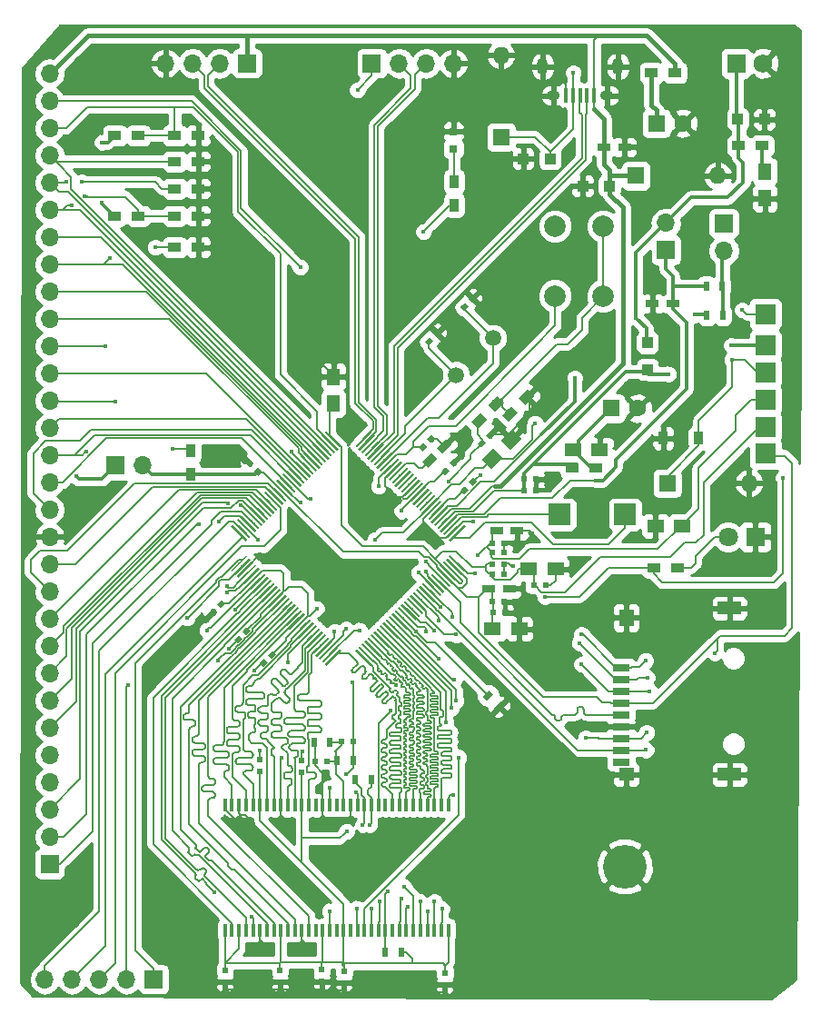
<source format=gtl>
G04 #@! TF.GenerationSoftware,KiCad,Pcbnew,(2017-06-28 revision 2237de015)-makepkg*
G04 #@! TF.CreationDate,2017-08-30T00:55:03+05:30*
G04 #@! TF.ProjectId,MyIMX233,4D79494D583233332E6B696361645F70,rev?*
G04 #@! TF.SameCoordinates,Original
G04 #@! TF.FileFunction,Copper,L1,Top,Signal*
G04 #@! TF.FilePolarity,Positive*
%FSLAX46Y46*%
G04 Gerber Fmt 4.6, Leading zero omitted, Abs format (unit mm)*
G04 Created by KiCad (PCBNEW (2017-06-28 revision 2237de015)-makepkg) date 08/30/17 00:55:03*
%MOMM*%
%LPD*%
G01*
G04 APERTURE LIST*
%ADD10C,0.100000*%
%ADD11C,4.064000*%
%ADD12C,1.600000*%
%ADD13R,1.600000X1.600000*%
%ADD14R,0.500000X0.900000*%
%ADD15R,1.200000X0.900000*%
%ADD16R,1.000000X1.000000*%
%ADD17R,1.200000X0.750000*%
%ADD18O,1.600000X1.600000*%
%ADD19R,0.900000X1.200000*%
%ADD20C,0.500000*%
%ADD21R,1.600000X0.700000*%
%ADD22R,1.400000X1.200000*%
%ADD23R,1.400000X1.600000*%
%ADD24R,2.200000X1.200000*%
%ADD25C,0.200000*%
%ADD26C,1.500000*%
%ADD27O,1.700000X1.700000*%
%ADD28R,1.700000X1.700000*%
%ADD29R,0.400000X1.350000*%
%ADD30O,1.250000X0.950000*%
%ADD31O,1.000000X1.550000*%
%ADD32R,1.905000X1.905000*%
%ADD33R,0.800000X0.800000*%
%ADD34R,0.600000X0.500000*%
%ADD35C,0.750000*%
%ADD36R,1.250000X1.500000*%
%ADD37C,1.750000*%
%ADD38R,1.750000X1.750000*%
%ADD39C,0.900000*%
%ADD40R,1.500000X1.250000*%
%ADD41R,0.320040X1.168400*%
%ADD42R,1.998980X1.998980*%
%ADD43R,0.500000X0.600000*%
%ADD44C,2.000000*%
%ADD45C,1.250000*%
%ADD46C,1.800000*%
%ADD47R,1.800000X1.800000*%
%ADD48C,0.450000*%
%ADD49C,0.127000*%
%ADD50C,0.177000*%
%ADD51C,0.400000*%
%ADD52C,0.200000*%
%ADD53C,0.300000*%
%ADD54C,0.254000*%
G04 APERTURE END LIST*
D10*
D11*
X122783600Y-128574800D03*
D12*
X123990100Y-85877400D03*
D13*
X121490100Y-85877400D03*
D14*
X99149600Y-120497600D03*
X97649600Y-120497600D03*
D15*
X133393000Y-61404500D03*
X135593000Y-61404500D03*
X117865800Y-91440000D03*
X120065800Y-91440000D03*
D16*
X135806500Y-58928000D03*
X133306500Y-58928000D03*
D17*
X127254000Y-76136500D03*
X125354000Y-76136500D03*
D18*
X131445000Y-64198500D03*
D13*
X123825000Y-64198500D03*
X126746000Y-92837000D03*
D18*
X134366000Y-92837000D03*
X111252000Y-52959000D03*
D13*
X111252000Y-60579000D03*
D15*
X127465000Y-54610000D03*
X125265000Y-54610000D03*
D12*
X128230000Y-59309000D03*
D13*
X125730000Y-59309000D03*
D19*
X126366000Y-88646000D03*
X129666000Y-88646000D03*
D20*
X110023170Y-112626670D03*
D10*
G36*
X109528195Y-112768091D02*
X110164591Y-112131695D01*
X110518145Y-112485249D01*
X109881749Y-113121645D01*
X109528195Y-112768091D01*
X109528195Y-112768091D01*
G37*
D20*
X111083830Y-113687330D03*
D10*
G36*
X110588855Y-113828751D02*
X111225251Y-113192355D01*
X111578805Y-113545909D01*
X110942409Y-114182305D01*
X110588855Y-113828751D01*
X110588855Y-113828751D01*
G37*
D14*
X101969000Y-136588500D03*
X100469000Y-136588500D03*
D21*
X122428000Y-112225000D03*
X122428000Y-111125000D03*
X122428000Y-110025000D03*
X122428000Y-113325000D03*
X122428000Y-114425000D03*
X122428000Y-115525000D03*
X122428000Y-117725000D03*
X122428000Y-116625000D03*
X122428000Y-118825000D03*
D22*
X122928000Y-119975000D03*
D23*
X122928000Y-105375000D03*
D24*
X132528000Y-119975000D03*
X132528000Y-104475000D03*
D25*
X98410464Y-88718912D03*
D10*
G36*
X97774068Y-89496729D02*
X97632647Y-89355308D01*
X99046860Y-87941095D01*
X99188281Y-88082516D01*
X97774068Y-89496729D01*
X97774068Y-89496729D01*
G37*
D25*
X98693306Y-89001755D03*
D10*
G36*
X98056910Y-89779572D02*
X97915489Y-89638151D01*
X99329702Y-88223938D01*
X99471123Y-88365359D01*
X98056910Y-89779572D01*
X98056910Y-89779572D01*
G37*
D25*
X98976149Y-89284598D03*
D10*
G36*
X98339753Y-90062415D02*
X98198332Y-89920994D01*
X99612545Y-88506781D01*
X99753966Y-88648202D01*
X98339753Y-90062415D01*
X98339753Y-90062415D01*
G37*
D25*
X99258992Y-89567440D03*
D10*
G36*
X98622596Y-90345257D02*
X98481175Y-90203836D01*
X99895388Y-88789623D01*
X100036809Y-88931044D01*
X98622596Y-90345257D01*
X98622596Y-90345257D01*
G37*
D25*
X99541834Y-89850283D03*
D10*
G36*
X98905438Y-90628100D02*
X98764017Y-90486679D01*
X100178230Y-89072466D01*
X100319651Y-89213887D01*
X98905438Y-90628100D01*
X98905438Y-90628100D01*
G37*
D25*
X99824677Y-90133126D03*
D10*
G36*
X99188281Y-90910943D02*
X99046860Y-90769522D01*
X100461073Y-89355309D01*
X100602494Y-89496730D01*
X99188281Y-90910943D01*
X99188281Y-90910943D01*
G37*
D25*
X100107520Y-90415969D03*
D10*
G36*
X99471124Y-91193786D02*
X99329703Y-91052365D01*
X100743916Y-89638152D01*
X100885337Y-89779573D01*
X99471124Y-91193786D01*
X99471124Y-91193786D01*
G37*
D25*
X100390363Y-90698811D03*
D10*
G36*
X99753967Y-91476628D02*
X99612546Y-91335207D01*
X101026759Y-89920994D01*
X101168180Y-90062415D01*
X99753967Y-91476628D01*
X99753967Y-91476628D01*
G37*
D25*
X100673205Y-90981654D03*
D10*
G36*
X100036809Y-91759471D02*
X99895388Y-91618050D01*
X101309601Y-90203837D01*
X101451022Y-90345258D01*
X100036809Y-91759471D01*
X100036809Y-91759471D01*
G37*
D25*
X100956048Y-91264497D03*
D10*
G36*
X100319652Y-92042314D02*
X100178231Y-91900893D01*
X101592444Y-90486680D01*
X101733865Y-90628101D01*
X100319652Y-92042314D01*
X100319652Y-92042314D01*
G37*
D25*
X101238891Y-91547339D03*
D10*
G36*
X100602495Y-92325156D02*
X100461074Y-92183735D01*
X101875287Y-90769522D01*
X102016708Y-90910943D01*
X100602495Y-92325156D01*
X100602495Y-92325156D01*
G37*
D25*
X101521733Y-91830182D03*
D10*
G36*
X100885337Y-92607999D02*
X100743916Y-92466578D01*
X102158129Y-91052365D01*
X102299550Y-91193786D01*
X100885337Y-92607999D01*
X100885337Y-92607999D01*
G37*
D25*
X101804576Y-92113025D03*
D10*
G36*
X101168180Y-92890842D02*
X101026759Y-92749421D01*
X102440972Y-91335208D01*
X102582393Y-91476629D01*
X101168180Y-92890842D01*
X101168180Y-92890842D01*
G37*
D25*
X102087419Y-92395868D03*
D10*
G36*
X101451023Y-93173685D02*
X101309602Y-93032264D01*
X102723815Y-91618051D01*
X102865236Y-91759472D01*
X101451023Y-93173685D01*
X101451023Y-93173685D01*
G37*
D25*
X102370262Y-92678710D03*
D10*
G36*
X101733866Y-93456527D02*
X101592445Y-93315106D01*
X103006658Y-91900893D01*
X103148079Y-92042314D01*
X101733866Y-93456527D01*
X101733866Y-93456527D01*
G37*
D25*
X102653104Y-92961553D03*
D10*
G36*
X102016708Y-93739370D02*
X101875287Y-93597949D01*
X103289500Y-92183736D01*
X103430921Y-92325157D01*
X102016708Y-93739370D01*
X102016708Y-93739370D01*
G37*
D25*
X102935947Y-93244396D03*
D10*
G36*
X102299551Y-94022213D02*
X102158130Y-93880792D01*
X103572343Y-92466579D01*
X103713764Y-92608000D01*
X102299551Y-94022213D01*
X102299551Y-94022213D01*
G37*
D25*
X103218790Y-93527238D03*
D10*
G36*
X102582394Y-94305055D02*
X102440973Y-94163634D01*
X103855186Y-92749421D01*
X103996607Y-92890842D01*
X102582394Y-94305055D01*
X102582394Y-94305055D01*
G37*
D25*
X103501632Y-93810081D03*
D10*
G36*
X102865236Y-94587898D02*
X102723815Y-94446477D01*
X104138028Y-93032264D01*
X104279449Y-93173685D01*
X102865236Y-94587898D01*
X102865236Y-94587898D01*
G37*
D25*
X103784475Y-94092924D03*
D10*
G36*
X103148079Y-94870741D02*
X103006658Y-94729320D01*
X104420871Y-93315107D01*
X104562292Y-93456528D01*
X103148079Y-94870741D01*
X103148079Y-94870741D01*
G37*
D25*
X104067318Y-94375767D03*
D10*
G36*
X103430922Y-95153584D02*
X103289501Y-95012163D01*
X104703714Y-93597950D01*
X104845135Y-93739371D01*
X103430922Y-95153584D01*
X103430922Y-95153584D01*
G37*
D25*
X104350161Y-94658609D03*
D10*
G36*
X103713765Y-95436426D02*
X103572344Y-95295005D01*
X104986557Y-93880792D01*
X105127978Y-94022213D01*
X103713765Y-95436426D01*
X103713765Y-95436426D01*
G37*
D25*
X104633003Y-94941452D03*
D10*
G36*
X103996607Y-95719269D02*
X103855186Y-95577848D01*
X105269399Y-94163635D01*
X105410820Y-94305056D01*
X103996607Y-95719269D01*
X103996607Y-95719269D01*
G37*
D25*
X104915846Y-95224295D03*
D10*
G36*
X104279450Y-96002112D02*
X104138029Y-95860691D01*
X105552242Y-94446478D01*
X105693663Y-94587899D01*
X104279450Y-96002112D01*
X104279450Y-96002112D01*
G37*
D25*
X105198689Y-95507137D03*
D10*
G36*
X104562293Y-96284954D02*
X104420872Y-96143533D01*
X105835085Y-94729320D01*
X105976506Y-94870741D01*
X104562293Y-96284954D01*
X104562293Y-96284954D01*
G37*
D25*
X105481531Y-95789980D03*
D10*
G36*
X104845135Y-96567797D02*
X104703714Y-96426376D01*
X106117927Y-95012163D01*
X106259348Y-95153584D01*
X104845135Y-96567797D01*
X104845135Y-96567797D01*
G37*
D25*
X105764374Y-96072823D03*
D10*
G36*
X105127978Y-96850640D02*
X104986557Y-96709219D01*
X106400770Y-95295006D01*
X106542191Y-95436427D01*
X105127978Y-96850640D01*
X105127978Y-96850640D01*
G37*
D25*
X106047217Y-96355666D03*
D10*
G36*
X105410821Y-97133483D02*
X105269400Y-96992062D01*
X106683613Y-95577849D01*
X106825034Y-95719270D01*
X105410821Y-97133483D01*
X105410821Y-97133483D01*
G37*
D25*
X106330060Y-96638508D03*
D10*
G36*
X105693664Y-97416325D02*
X105552243Y-97274904D01*
X106966456Y-95860691D01*
X107107877Y-96002112D01*
X105693664Y-97416325D01*
X105693664Y-97416325D01*
G37*
D25*
X106612902Y-96921351D03*
D10*
G36*
X105976506Y-97699168D02*
X105835085Y-97557747D01*
X107249298Y-96143534D01*
X107390719Y-96284955D01*
X105976506Y-97699168D01*
X105976506Y-97699168D01*
G37*
D25*
X106895745Y-97204194D03*
D10*
G36*
X106259349Y-97982011D02*
X106117928Y-97840590D01*
X107532141Y-96426377D01*
X107673562Y-96567798D01*
X106259349Y-97982011D01*
X106259349Y-97982011D01*
G37*
D25*
X107178588Y-97487036D03*
D10*
G36*
X106542192Y-98264853D02*
X106400771Y-98123432D01*
X107814984Y-96709219D01*
X107956405Y-96850640D01*
X106542192Y-98264853D01*
X106542192Y-98264853D01*
G37*
D25*
X107178588Y-100315464D03*
D10*
G36*
X106400771Y-99679068D02*
X106542192Y-99537647D01*
X107956405Y-100951860D01*
X107814984Y-101093281D01*
X106400771Y-99679068D01*
X106400771Y-99679068D01*
G37*
D25*
X106895745Y-100598306D03*
D10*
G36*
X106117928Y-99961910D02*
X106259349Y-99820489D01*
X107673562Y-101234702D01*
X107532141Y-101376123D01*
X106117928Y-99961910D01*
X106117928Y-99961910D01*
G37*
D25*
X106612902Y-100881149D03*
D10*
G36*
X105835085Y-100244753D02*
X105976506Y-100103332D01*
X107390719Y-101517545D01*
X107249298Y-101658966D01*
X105835085Y-100244753D01*
X105835085Y-100244753D01*
G37*
D25*
X106330060Y-101163992D03*
D10*
G36*
X105552243Y-100527596D02*
X105693664Y-100386175D01*
X107107877Y-101800388D01*
X106966456Y-101941809D01*
X105552243Y-100527596D01*
X105552243Y-100527596D01*
G37*
D25*
X106047217Y-101446834D03*
D10*
G36*
X105269400Y-100810438D02*
X105410821Y-100669017D01*
X106825034Y-102083230D01*
X106683613Y-102224651D01*
X105269400Y-100810438D01*
X105269400Y-100810438D01*
G37*
D25*
X105764374Y-101729677D03*
D10*
G36*
X104986557Y-101093281D02*
X105127978Y-100951860D01*
X106542191Y-102366073D01*
X106400770Y-102507494D01*
X104986557Y-101093281D01*
X104986557Y-101093281D01*
G37*
D25*
X105481531Y-102012520D03*
D10*
G36*
X104703714Y-101376124D02*
X104845135Y-101234703D01*
X106259348Y-102648916D01*
X106117927Y-102790337D01*
X104703714Y-101376124D01*
X104703714Y-101376124D01*
G37*
D25*
X105198689Y-102295363D03*
D10*
G36*
X104420872Y-101658967D02*
X104562293Y-101517546D01*
X105976506Y-102931759D01*
X105835085Y-103073180D01*
X104420872Y-101658967D01*
X104420872Y-101658967D01*
G37*
D25*
X104915846Y-102578205D03*
D10*
G36*
X104138029Y-101941809D02*
X104279450Y-101800388D01*
X105693663Y-103214601D01*
X105552242Y-103356022D01*
X104138029Y-101941809D01*
X104138029Y-101941809D01*
G37*
D25*
X104633003Y-102861048D03*
D10*
G36*
X103855186Y-102224652D02*
X103996607Y-102083231D01*
X105410820Y-103497444D01*
X105269399Y-103638865D01*
X103855186Y-102224652D01*
X103855186Y-102224652D01*
G37*
D25*
X104350161Y-103143891D03*
D10*
G36*
X103572344Y-102507495D02*
X103713765Y-102366074D01*
X105127978Y-103780287D01*
X104986557Y-103921708D01*
X103572344Y-102507495D01*
X103572344Y-102507495D01*
G37*
D25*
X104067318Y-103426733D03*
D10*
G36*
X103289501Y-102790337D02*
X103430922Y-102648916D01*
X104845135Y-104063129D01*
X104703714Y-104204550D01*
X103289501Y-102790337D01*
X103289501Y-102790337D01*
G37*
D25*
X103784475Y-103709576D03*
D10*
G36*
X103006658Y-103073180D02*
X103148079Y-102931759D01*
X104562292Y-104345972D01*
X104420871Y-104487393D01*
X103006658Y-103073180D01*
X103006658Y-103073180D01*
G37*
D25*
X103501632Y-103992419D03*
D10*
G36*
X102723815Y-103356023D02*
X102865236Y-103214602D01*
X104279449Y-104628815D01*
X104138028Y-104770236D01*
X102723815Y-103356023D01*
X102723815Y-103356023D01*
G37*
D25*
X103218790Y-104275262D03*
D10*
G36*
X102440973Y-103638866D02*
X102582394Y-103497445D01*
X103996607Y-104911658D01*
X103855186Y-105053079D01*
X102440973Y-103638866D01*
X102440973Y-103638866D01*
G37*
D25*
X102935947Y-104558104D03*
D10*
G36*
X102158130Y-103921708D02*
X102299551Y-103780287D01*
X103713764Y-105194500D01*
X103572343Y-105335921D01*
X102158130Y-103921708D01*
X102158130Y-103921708D01*
G37*
D25*
X102653104Y-104840947D03*
D10*
G36*
X101875287Y-104204551D02*
X102016708Y-104063130D01*
X103430921Y-105477343D01*
X103289500Y-105618764D01*
X101875287Y-104204551D01*
X101875287Y-104204551D01*
G37*
D25*
X102370262Y-105123790D03*
D10*
G36*
X101592445Y-104487394D02*
X101733866Y-104345973D01*
X103148079Y-105760186D01*
X103006658Y-105901607D01*
X101592445Y-104487394D01*
X101592445Y-104487394D01*
G37*
D25*
X102087419Y-105406632D03*
D10*
G36*
X101309602Y-104770236D02*
X101451023Y-104628815D01*
X102865236Y-106043028D01*
X102723815Y-106184449D01*
X101309602Y-104770236D01*
X101309602Y-104770236D01*
G37*
D25*
X101804576Y-105689475D03*
D10*
G36*
X101026759Y-105053079D02*
X101168180Y-104911658D01*
X102582393Y-106325871D01*
X102440972Y-106467292D01*
X101026759Y-105053079D01*
X101026759Y-105053079D01*
G37*
D25*
X101521733Y-105972318D03*
D10*
G36*
X100743916Y-105335922D02*
X100885337Y-105194501D01*
X102299550Y-106608714D01*
X102158129Y-106750135D01*
X100743916Y-105335922D01*
X100743916Y-105335922D01*
G37*
D25*
X101238891Y-106255161D03*
D10*
G36*
X100461074Y-105618765D02*
X100602495Y-105477344D01*
X102016708Y-106891557D01*
X101875287Y-107032978D01*
X100461074Y-105618765D01*
X100461074Y-105618765D01*
G37*
D25*
X100956048Y-106538003D03*
D10*
G36*
X100178231Y-105901607D02*
X100319652Y-105760186D01*
X101733865Y-107174399D01*
X101592444Y-107315820D01*
X100178231Y-105901607D01*
X100178231Y-105901607D01*
G37*
D25*
X100673205Y-106820846D03*
D10*
G36*
X99895388Y-106184450D02*
X100036809Y-106043029D01*
X101451022Y-107457242D01*
X101309601Y-107598663D01*
X99895388Y-106184450D01*
X99895388Y-106184450D01*
G37*
D25*
X100390363Y-107103689D03*
D10*
G36*
X99612546Y-106467293D02*
X99753967Y-106325872D01*
X101168180Y-107740085D01*
X101026759Y-107881506D01*
X99612546Y-106467293D01*
X99612546Y-106467293D01*
G37*
D25*
X100107520Y-107386531D03*
D10*
G36*
X99329703Y-106750135D02*
X99471124Y-106608714D01*
X100885337Y-108022927D01*
X100743916Y-108164348D01*
X99329703Y-106750135D01*
X99329703Y-106750135D01*
G37*
D25*
X99824677Y-107669374D03*
D10*
G36*
X99046860Y-107032978D02*
X99188281Y-106891557D01*
X100602494Y-108305770D01*
X100461073Y-108447191D01*
X99046860Y-107032978D01*
X99046860Y-107032978D01*
G37*
D25*
X99541834Y-107952217D03*
D10*
G36*
X98764017Y-107315821D02*
X98905438Y-107174400D01*
X100319651Y-108588613D01*
X100178230Y-108730034D01*
X98764017Y-107315821D01*
X98764017Y-107315821D01*
G37*
D25*
X99258992Y-108235060D03*
D10*
G36*
X98481175Y-107598664D02*
X98622596Y-107457243D01*
X100036809Y-108871456D01*
X99895388Y-109012877D01*
X98481175Y-107598664D01*
X98481175Y-107598664D01*
G37*
D25*
X98976149Y-108517902D03*
D10*
G36*
X98198332Y-107881506D02*
X98339753Y-107740085D01*
X99753966Y-109154298D01*
X99612545Y-109295719D01*
X98198332Y-107881506D01*
X98198332Y-107881506D01*
G37*
D25*
X98693306Y-108800745D03*
D10*
G36*
X97915489Y-108164349D02*
X98056910Y-108022928D01*
X99471123Y-109437141D01*
X99329702Y-109578562D01*
X97915489Y-108164349D01*
X97915489Y-108164349D01*
G37*
D25*
X98410464Y-109083588D03*
D10*
G36*
X97632647Y-108447192D02*
X97774068Y-108305771D01*
X99188281Y-109719984D01*
X99046860Y-109861405D01*
X97632647Y-108447192D01*
X97632647Y-108447192D01*
G37*
D25*
X95582036Y-109083588D03*
D10*
G36*
X94945640Y-109861405D02*
X94804219Y-109719984D01*
X96218432Y-108305771D01*
X96359853Y-108447192D01*
X94945640Y-109861405D01*
X94945640Y-109861405D01*
G37*
D25*
X95299194Y-108800745D03*
D10*
G36*
X94662798Y-109578562D02*
X94521377Y-109437141D01*
X95935590Y-108022928D01*
X96077011Y-108164349D01*
X94662798Y-109578562D01*
X94662798Y-109578562D01*
G37*
D25*
X95016351Y-108517902D03*
D10*
G36*
X94379955Y-109295719D02*
X94238534Y-109154298D01*
X95652747Y-107740085D01*
X95794168Y-107881506D01*
X94379955Y-109295719D01*
X94379955Y-109295719D01*
G37*
D25*
X94733508Y-108235060D03*
D10*
G36*
X94097112Y-109012877D02*
X93955691Y-108871456D01*
X95369904Y-107457243D01*
X95511325Y-107598664D01*
X94097112Y-109012877D01*
X94097112Y-109012877D01*
G37*
D25*
X94450666Y-107952217D03*
D10*
G36*
X93814270Y-108730034D02*
X93672849Y-108588613D01*
X95087062Y-107174400D01*
X95228483Y-107315821D01*
X93814270Y-108730034D01*
X93814270Y-108730034D01*
G37*
D25*
X94167823Y-107669374D03*
D10*
G36*
X93531427Y-108447191D02*
X93390006Y-108305770D01*
X94804219Y-106891557D01*
X94945640Y-107032978D01*
X93531427Y-108447191D01*
X93531427Y-108447191D01*
G37*
D25*
X93884980Y-107386531D03*
D10*
G36*
X93248584Y-108164348D02*
X93107163Y-108022927D01*
X94521376Y-106608714D01*
X94662797Y-106750135D01*
X93248584Y-108164348D01*
X93248584Y-108164348D01*
G37*
D25*
X93602137Y-107103689D03*
D10*
G36*
X92965741Y-107881506D02*
X92824320Y-107740085D01*
X94238533Y-106325872D01*
X94379954Y-106467293D01*
X92965741Y-107881506D01*
X92965741Y-107881506D01*
G37*
D25*
X93319295Y-106820846D03*
D10*
G36*
X92682899Y-107598663D02*
X92541478Y-107457242D01*
X93955691Y-106043029D01*
X94097112Y-106184450D01*
X92682899Y-107598663D01*
X92682899Y-107598663D01*
G37*
D25*
X93036452Y-106538003D03*
D10*
G36*
X92400056Y-107315820D02*
X92258635Y-107174399D01*
X93672848Y-105760186D01*
X93814269Y-105901607D01*
X92400056Y-107315820D01*
X92400056Y-107315820D01*
G37*
D25*
X92753609Y-106255161D03*
D10*
G36*
X92117213Y-107032978D02*
X91975792Y-106891557D01*
X93390005Y-105477344D01*
X93531426Y-105618765D01*
X92117213Y-107032978D01*
X92117213Y-107032978D01*
G37*
D25*
X92470767Y-105972318D03*
D10*
G36*
X91834371Y-106750135D02*
X91692950Y-106608714D01*
X93107163Y-105194501D01*
X93248584Y-105335922D01*
X91834371Y-106750135D01*
X91834371Y-106750135D01*
G37*
D25*
X92187924Y-105689475D03*
D10*
G36*
X91551528Y-106467292D02*
X91410107Y-106325871D01*
X92824320Y-104911658D01*
X92965741Y-105053079D01*
X91551528Y-106467292D01*
X91551528Y-106467292D01*
G37*
D25*
X91905081Y-105406632D03*
D10*
G36*
X91268685Y-106184449D02*
X91127264Y-106043028D01*
X92541477Y-104628815D01*
X92682898Y-104770236D01*
X91268685Y-106184449D01*
X91268685Y-106184449D01*
G37*
D25*
X91622238Y-105123790D03*
D10*
G36*
X90985842Y-105901607D02*
X90844421Y-105760186D01*
X92258634Y-104345973D01*
X92400055Y-104487394D01*
X90985842Y-105901607D01*
X90985842Y-105901607D01*
G37*
D25*
X91339396Y-104840947D03*
D10*
G36*
X90703000Y-105618764D02*
X90561579Y-105477343D01*
X91975792Y-104063130D01*
X92117213Y-104204551D01*
X90703000Y-105618764D01*
X90703000Y-105618764D01*
G37*
D25*
X91056553Y-104558104D03*
D10*
G36*
X90420157Y-105335921D02*
X90278736Y-105194500D01*
X91692949Y-103780287D01*
X91834370Y-103921708D01*
X90420157Y-105335921D01*
X90420157Y-105335921D01*
G37*
D25*
X90773710Y-104275262D03*
D10*
G36*
X90137314Y-105053079D02*
X89995893Y-104911658D01*
X91410106Y-103497445D01*
X91551527Y-103638866D01*
X90137314Y-105053079D01*
X90137314Y-105053079D01*
G37*
D25*
X90490868Y-103992419D03*
D10*
G36*
X89854472Y-104770236D02*
X89713051Y-104628815D01*
X91127264Y-103214602D01*
X91268685Y-103356023D01*
X89854472Y-104770236D01*
X89854472Y-104770236D01*
G37*
D25*
X90208025Y-103709576D03*
D10*
G36*
X89571629Y-104487393D02*
X89430208Y-104345972D01*
X90844421Y-102931759D01*
X90985842Y-103073180D01*
X89571629Y-104487393D01*
X89571629Y-104487393D01*
G37*
D25*
X89925182Y-103426733D03*
D10*
G36*
X89288786Y-104204550D02*
X89147365Y-104063129D01*
X90561578Y-102648916D01*
X90702999Y-102790337D01*
X89288786Y-104204550D01*
X89288786Y-104204550D01*
G37*
D25*
X89642339Y-103143891D03*
D10*
G36*
X89005943Y-103921708D02*
X88864522Y-103780287D01*
X90278735Y-102366074D01*
X90420156Y-102507495D01*
X89005943Y-103921708D01*
X89005943Y-103921708D01*
G37*
D25*
X89359497Y-102861048D03*
D10*
G36*
X88723101Y-103638865D02*
X88581680Y-103497444D01*
X89995893Y-102083231D01*
X90137314Y-102224652D01*
X88723101Y-103638865D01*
X88723101Y-103638865D01*
G37*
D25*
X89076654Y-102578205D03*
D10*
G36*
X88440258Y-103356022D02*
X88298837Y-103214601D01*
X89713050Y-101800388D01*
X89854471Y-101941809D01*
X88440258Y-103356022D01*
X88440258Y-103356022D01*
G37*
D25*
X88793811Y-102295363D03*
D10*
G36*
X88157415Y-103073180D02*
X88015994Y-102931759D01*
X89430207Y-101517546D01*
X89571628Y-101658967D01*
X88157415Y-103073180D01*
X88157415Y-103073180D01*
G37*
D25*
X88510969Y-102012520D03*
D10*
G36*
X87874573Y-102790337D02*
X87733152Y-102648916D01*
X89147365Y-101234703D01*
X89288786Y-101376124D01*
X87874573Y-102790337D01*
X87874573Y-102790337D01*
G37*
D25*
X88228126Y-101729677D03*
D10*
G36*
X87591730Y-102507494D02*
X87450309Y-102366073D01*
X88864522Y-100951860D01*
X89005943Y-101093281D01*
X87591730Y-102507494D01*
X87591730Y-102507494D01*
G37*
D25*
X87945283Y-101446834D03*
D10*
G36*
X87308887Y-102224651D02*
X87167466Y-102083230D01*
X88581679Y-100669017D01*
X88723100Y-100810438D01*
X87308887Y-102224651D01*
X87308887Y-102224651D01*
G37*
D25*
X87662440Y-101163992D03*
D10*
G36*
X87026044Y-101941809D02*
X86884623Y-101800388D01*
X88298836Y-100386175D01*
X88440257Y-100527596D01*
X87026044Y-101941809D01*
X87026044Y-101941809D01*
G37*
D25*
X87379598Y-100881149D03*
D10*
G36*
X86743202Y-101658966D02*
X86601781Y-101517545D01*
X88015994Y-100103332D01*
X88157415Y-100244753D01*
X86743202Y-101658966D01*
X86743202Y-101658966D01*
G37*
D25*
X87096755Y-100598306D03*
D10*
G36*
X86460359Y-101376123D02*
X86318938Y-101234702D01*
X87733151Y-99820489D01*
X87874572Y-99961910D01*
X86460359Y-101376123D01*
X86460359Y-101376123D01*
G37*
D25*
X86813912Y-100315464D03*
D10*
G36*
X86177516Y-101093281D02*
X86036095Y-100951860D01*
X87450308Y-99537647D01*
X87591729Y-99679068D01*
X86177516Y-101093281D01*
X86177516Y-101093281D01*
G37*
D25*
X86813912Y-97487036D03*
D10*
G36*
X86036095Y-96850640D02*
X86177516Y-96709219D01*
X87591729Y-98123432D01*
X87450308Y-98264853D01*
X86036095Y-96850640D01*
X86036095Y-96850640D01*
G37*
D25*
X87096755Y-97204194D03*
D10*
G36*
X86318938Y-96567798D02*
X86460359Y-96426377D01*
X87874572Y-97840590D01*
X87733151Y-97982011D01*
X86318938Y-96567798D01*
X86318938Y-96567798D01*
G37*
D25*
X87379598Y-96921351D03*
D10*
G36*
X86601781Y-96284955D02*
X86743202Y-96143534D01*
X88157415Y-97557747D01*
X88015994Y-97699168D01*
X86601781Y-96284955D01*
X86601781Y-96284955D01*
G37*
D25*
X87662440Y-96638508D03*
D10*
G36*
X86884623Y-96002112D02*
X87026044Y-95860691D01*
X88440257Y-97274904D01*
X88298836Y-97416325D01*
X86884623Y-96002112D01*
X86884623Y-96002112D01*
G37*
D25*
X87945283Y-96355666D03*
D10*
G36*
X87167466Y-95719270D02*
X87308887Y-95577849D01*
X88723100Y-96992062D01*
X88581679Y-97133483D01*
X87167466Y-95719270D01*
X87167466Y-95719270D01*
G37*
D25*
X88228126Y-96072823D03*
D10*
G36*
X87450309Y-95436427D02*
X87591730Y-95295006D01*
X89005943Y-96709219D01*
X88864522Y-96850640D01*
X87450309Y-95436427D01*
X87450309Y-95436427D01*
G37*
D25*
X88510969Y-95789980D03*
D10*
G36*
X87733152Y-95153584D02*
X87874573Y-95012163D01*
X89288786Y-96426376D01*
X89147365Y-96567797D01*
X87733152Y-95153584D01*
X87733152Y-95153584D01*
G37*
D25*
X88793811Y-95507137D03*
D10*
G36*
X88015994Y-94870741D02*
X88157415Y-94729320D01*
X89571628Y-96143533D01*
X89430207Y-96284954D01*
X88015994Y-94870741D01*
X88015994Y-94870741D01*
G37*
D25*
X89076654Y-95224295D03*
D10*
G36*
X88298837Y-94587899D02*
X88440258Y-94446478D01*
X89854471Y-95860691D01*
X89713050Y-96002112D01*
X88298837Y-94587899D01*
X88298837Y-94587899D01*
G37*
D25*
X89359497Y-94941452D03*
D10*
G36*
X88581680Y-94305056D02*
X88723101Y-94163635D01*
X90137314Y-95577848D01*
X89995893Y-95719269D01*
X88581680Y-94305056D01*
X88581680Y-94305056D01*
G37*
D25*
X89642339Y-94658609D03*
D10*
G36*
X88864522Y-94022213D02*
X89005943Y-93880792D01*
X90420156Y-95295005D01*
X90278735Y-95436426D01*
X88864522Y-94022213D01*
X88864522Y-94022213D01*
G37*
D25*
X89925182Y-94375767D03*
D10*
G36*
X89147365Y-93739371D02*
X89288786Y-93597950D01*
X90702999Y-95012163D01*
X90561578Y-95153584D01*
X89147365Y-93739371D01*
X89147365Y-93739371D01*
G37*
D25*
X90208025Y-94092924D03*
D10*
G36*
X89430208Y-93456528D02*
X89571629Y-93315107D01*
X90985842Y-94729320D01*
X90844421Y-94870741D01*
X89430208Y-93456528D01*
X89430208Y-93456528D01*
G37*
D25*
X90490868Y-93810081D03*
D10*
G36*
X89713051Y-93173685D02*
X89854472Y-93032264D01*
X91268685Y-94446477D01*
X91127264Y-94587898D01*
X89713051Y-93173685D01*
X89713051Y-93173685D01*
G37*
D25*
X90773710Y-93527238D03*
D10*
G36*
X89995893Y-92890842D02*
X90137314Y-92749421D01*
X91551527Y-94163634D01*
X91410106Y-94305055D01*
X89995893Y-92890842D01*
X89995893Y-92890842D01*
G37*
D25*
X91056553Y-93244396D03*
D10*
G36*
X90278736Y-92608000D02*
X90420157Y-92466579D01*
X91834370Y-93880792D01*
X91692949Y-94022213D01*
X90278736Y-92608000D01*
X90278736Y-92608000D01*
G37*
D25*
X91339396Y-92961553D03*
D10*
G36*
X90561579Y-92325157D02*
X90703000Y-92183736D01*
X92117213Y-93597949D01*
X91975792Y-93739370D01*
X90561579Y-92325157D01*
X90561579Y-92325157D01*
G37*
D25*
X91622238Y-92678710D03*
D10*
G36*
X90844421Y-92042314D02*
X90985842Y-91900893D01*
X92400055Y-93315106D01*
X92258634Y-93456527D01*
X90844421Y-92042314D01*
X90844421Y-92042314D01*
G37*
D25*
X91905081Y-92395868D03*
D10*
G36*
X91127264Y-91759472D02*
X91268685Y-91618051D01*
X92682898Y-93032264D01*
X92541477Y-93173685D01*
X91127264Y-91759472D01*
X91127264Y-91759472D01*
G37*
D25*
X92187924Y-92113025D03*
D10*
G36*
X91410107Y-91476629D02*
X91551528Y-91335208D01*
X92965741Y-92749421D01*
X92824320Y-92890842D01*
X91410107Y-91476629D01*
X91410107Y-91476629D01*
G37*
D25*
X92470767Y-91830182D03*
D10*
G36*
X91692950Y-91193786D02*
X91834371Y-91052365D01*
X93248584Y-92466578D01*
X93107163Y-92607999D01*
X91692950Y-91193786D01*
X91692950Y-91193786D01*
G37*
D25*
X92753609Y-91547339D03*
D10*
G36*
X91975792Y-90910943D02*
X92117213Y-90769522D01*
X93531426Y-92183735D01*
X93390005Y-92325156D01*
X91975792Y-90910943D01*
X91975792Y-90910943D01*
G37*
D25*
X93036452Y-91264497D03*
D10*
G36*
X92258635Y-90628101D02*
X92400056Y-90486680D01*
X93814269Y-91900893D01*
X93672848Y-92042314D01*
X92258635Y-90628101D01*
X92258635Y-90628101D01*
G37*
D25*
X93319295Y-90981654D03*
D10*
G36*
X92541478Y-90345258D02*
X92682899Y-90203837D01*
X94097112Y-91618050D01*
X93955691Y-91759471D01*
X92541478Y-90345258D01*
X92541478Y-90345258D01*
G37*
D25*
X93602137Y-90698811D03*
D10*
G36*
X92824320Y-90062415D02*
X92965741Y-89920994D01*
X94379954Y-91335207D01*
X94238533Y-91476628D01*
X92824320Y-90062415D01*
X92824320Y-90062415D01*
G37*
D25*
X93884980Y-90415969D03*
D10*
G36*
X93107163Y-89779573D02*
X93248584Y-89638152D01*
X94662797Y-91052365D01*
X94521376Y-91193786D01*
X93107163Y-89779573D01*
X93107163Y-89779573D01*
G37*
D25*
X94167823Y-90133126D03*
D10*
G36*
X93390006Y-89496730D02*
X93531427Y-89355309D01*
X94945640Y-90769522D01*
X94804219Y-90910943D01*
X93390006Y-89496730D01*
X93390006Y-89496730D01*
G37*
D25*
X94450666Y-89850283D03*
D10*
G36*
X93672849Y-89213887D02*
X93814270Y-89072466D01*
X95228483Y-90486679D01*
X95087062Y-90628100D01*
X93672849Y-89213887D01*
X93672849Y-89213887D01*
G37*
D25*
X94733508Y-89567440D03*
D10*
G36*
X93955691Y-88931044D02*
X94097112Y-88789623D01*
X95511325Y-90203836D01*
X95369904Y-90345257D01*
X93955691Y-88931044D01*
X93955691Y-88931044D01*
G37*
D25*
X95016351Y-89284598D03*
D10*
G36*
X94238534Y-88648202D02*
X94379955Y-88506781D01*
X95794168Y-89920994D01*
X95652747Y-90062415D01*
X94238534Y-88648202D01*
X94238534Y-88648202D01*
G37*
D25*
X95299194Y-89001755D03*
D10*
G36*
X94521377Y-88365359D02*
X94662798Y-88223938D01*
X96077011Y-89638151D01*
X95935590Y-89779572D01*
X94521377Y-88365359D01*
X94521377Y-88365359D01*
G37*
D25*
X95582036Y-88718912D03*
D10*
G36*
X94804219Y-88082516D02*
X94945640Y-87941095D01*
X96359853Y-89355308D01*
X96218432Y-89496729D01*
X94804219Y-88082516D01*
X94804219Y-88082516D01*
G37*
D26*
X107039319Y-82762181D03*
X110490000Y-79311500D03*
D27*
X77851000Y-91186000D03*
D28*
X75311000Y-91186000D03*
D27*
X126619000Y-68580000D03*
D28*
X126619000Y-71120000D03*
D14*
X131877500Y-74485500D03*
X130377500Y-74485500D03*
X130429000Y-77216000D03*
X131929000Y-77216000D03*
D29*
X119918000Y-56722000D03*
X119268000Y-56722000D03*
X118618000Y-56722000D03*
X117968000Y-56722000D03*
X117318000Y-56722000D03*
D30*
X121118000Y-56722000D03*
X116118000Y-56722000D03*
D31*
X122118000Y-54022000D03*
X115118000Y-54022000D03*
D15*
X77427000Y-60452000D03*
X75227000Y-60452000D03*
D19*
X82296000Y-92032000D03*
X82296000Y-89832000D03*
D15*
X83015000Y-60452000D03*
X80815000Y-60452000D03*
X77427000Y-67945000D03*
X75227000Y-67945000D03*
X83015000Y-70866000D03*
X80815000Y-70866000D03*
X80815000Y-62865000D03*
X83015000Y-62865000D03*
X83015000Y-67945000D03*
X80815000Y-67945000D03*
X80815000Y-65405000D03*
X83015000Y-65405000D03*
D16*
X121348500Y-65151000D03*
X118848500Y-65151000D03*
X113304000Y-62611000D03*
X115804000Y-62611000D03*
D32*
X135890000Y-77089000D03*
D33*
X106807000Y-60071000D03*
X106807000Y-61671000D03*
D19*
X106870500Y-64749500D03*
X106870500Y-66949500D03*
D32*
X135890000Y-80010000D03*
X135890000Y-87630000D03*
X135890000Y-82550000D03*
X135890000Y-90106500D03*
X135890000Y-85090000D03*
D20*
X88590409Y-91765409D03*
D10*
G36*
X88201500Y-91730054D02*
X88555054Y-91376500D01*
X88979318Y-91800764D01*
X88625764Y-92154318D01*
X88201500Y-91730054D01*
X88201500Y-91730054D01*
G37*
D20*
X87812591Y-90987591D03*
D10*
G36*
X87423682Y-90952236D02*
X87777236Y-90598682D01*
X88201500Y-91022946D01*
X87847946Y-91376500D01*
X87423682Y-90952236D01*
X87423682Y-90952236D01*
G37*
D34*
X110448000Y-103886000D03*
X111548000Y-103886000D03*
X110511500Y-104902000D03*
X111611500Y-104902000D03*
D14*
X95973200Y-118719600D03*
X97473200Y-118719600D03*
X93801500Y-116967000D03*
X95301500Y-116967000D03*
D20*
X110243909Y-88320591D03*
D10*
G36*
X110279264Y-87931682D02*
X110632818Y-88285236D01*
X110208554Y-88709500D01*
X109855000Y-88355946D01*
X110279264Y-87931682D01*
X110279264Y-87931682D01*
G37*
D20*
X109466091Y-89098409D03*
D10*
G36*
X109501446Y-88709500D02*
X109855000Y-89063054D01*
X109430736Y-89487318D01*
X109077182Y-89133764D01*
X109501446Y-88709500D01*
X109501446Y-88709500D01*
G37*
D17*
X110111500Y-102679500D03*
X112011500Y-102679500D03*
X110810000Y-97282000D03*
X112710000Y-97282000D03*
X120864500Y-61531500D03*
X122764500Y-61531500D03*
D35*
X105954751Y-89371249D03*
D10*
G36*
X105795652Y-90060678D02*
X105265322Y-89530348D01*
X106113850Y-88681820D01*
X106644180Y-89212150D01*
X105795652Y-90060678D01*
X105795652Y-90060678D01*
G37*
D35*
X104611249Y-90714751D03*
D10*
G36*
X104452150Y-91404180D02*
X103921820Y-90873850D01*
X104770348Y-90025322D01*
X105300678Y-90555652D01*
X104452150Y-91404180D01*
X104452150Y-91404180D01*
G37*
D34*
X114321500Y-102362000D03*
X115421500Y-102362000D03*
X110448000Y-99314000D03*
X111548000Y-99314000D03*
X111548000Y-100393500D03*
X110448000Y-100393500D03*
X114503200Y-92456000D03*
X113403200Y-92456000D03*
D36*
X135839200Y-66304800D03*
X135839200Y-63804800D03*
D37*
X135659500Y-53721000D03*
D38*
X133159500Y-53721000D03*
D16*
X124891800Y-79757900D03*
X124891800Y-82257900D03*
D39*
X109204183Y-87010817D03*
D10*
G36*
X109310249Y-86268355D02*
X109946645Y-86904751D01*
X109098117Y-87753279D01*
X108461721Y-87116883D01*
X109310249Y-86268355D01*
X109310249Y-86268355D01*
G37*
D39*
X110759817Y-85455183D03*
D10*
G36*
X110865883Y-84712721D02*
X111502279Y-85349117D01*
X110653751Y-86197645D01*
X110017355Y-85561249D01*
X110865883Y-84712721D01*
X110865883Y-84712721D01*
G37*
D39*
X112061683Y-86375817D03*
D10*
G36*
X111955617Y-87118279D02*
X111319221Y-86481883D01*
X112167749Y-85633355D01*
X112804145Y-86269751D01*
X111955617Y-87118279D01*
X111955617Y-87118279D01*
G37*
D39*
X113617317Y-84820183D03*
D10*
G36*
X113511251Y-85562645D02*
X112874855Y-84926249D01*
X113723383Y-84077721D01*
X114359779Y-84714117D01*
X113511251Y-85562645D01*
X113511251Y-85562645D01*
G37*
D15*
X127655500Y-100711000D03*
X125455500Y-100711000D03*
D40*
X128143000Y-96837500D03*
X125643000Y-96837500D03*
D41*
X85512910Y-134499350D03*
X85512910Y-122866150D03*
X86163150Y-134499350D03*
X86163150Y-122866150D03*
X86813390Y-134499350D03*
X86813390Y-122866150D03*
X87463630Y-134499350D03*
X87463630Y-122866150D03*
X88113870Y-134499350D03*
X88113870Y-122866150D03*
X88764110Y-134499350D03*
X88764110Y-122866150D03*
X89414350Y-134499350D03*
X89414350Y-122866150D03*
X90064590Y-134499350D03*
X90064590Y-122866150D03*
X90714830Y-134499350D03*
X90714830Y-122866150D03*
X91365070Y-134499350D03*
X91365070Y-122866150D03*
X92015310Y-134499350D03*
X92015310Y-122866150D03*
X92665550Y-134499350D03*
X92665550Y-122866150D03*
X93315790Y-134499350D03*
X93315790Y-122866150D03*
X93966030Y-134499350D03*
X93966030Y-122866150D03*
X94616270Y-134499350D03*
X94616270Y-122866150D03*
X95266510Y-134499350D03*
X95266510Y-122866150D03*
X95916750Y-134499350D03*
X95916750Y-122866150D03*
X96566990Y-134499350D03*
X96566990Y-122866150D03*
X97217230Y-134499350D03*
X97217230Y-122866150D03*
X97867470Y-134499350D03*
X97867470Y-122866150D03*
X98517710Y-134499350D03*
X98517710Y-122866150D03*
X99167950Y-134499350D03*
X99167950Y-122866150D03*
X99818190Y-134499350D03*
X99818190Y-122866150D03*
X100468430Y-134499350D03*
X100468430Y-122866150D03*
X101118670Y-134499350D03*
X101118670Y-122866150D03*
X101768910Y-134499350D03*
X101768910Y-122866150D03*
X102419150Y-134499350D03*
X102419150Y-122866150D03*
X103069390Y-134499350D03*
X103069390Y-122866150D03*
X103719630Y-134499350D03*
X103719630Y-122866150D03*
X104369870Y-134499350D03*
X104369870Y-122866150D03*
X105020110Y-134499350D03*
X105020110Y-122866150D03*
X105670350Y-134499350D03*
X105670350Y-122866150D03*
X106320590Y-134499350D03*
X106320590Y-122866150D03*
D27*
X106807000Y-53721000D03*
X104267000Y-53721000D03*
X101727000Y-53721000D03*
D28*
X99187000Y-53721000D03*
D27*
X132016500Y-71183500D03*
D28*
X132016500Y-68643500D03*
D42*
X116713000Y-95758000D03*
X122809000Y-95758000D03*
D34*
X114469000Y-93535500D03*
X113369000Y-93535500D03*
X110448000Y-101346000D03*
X111548000Y-101346000D03*
X111548000Y-98425000D03*
X110448000Y-98425000D03*
D40*
X117946800Y-89725500D03*
X120446800Y-89725500D03*
D27*
X69151500Y-54673500D03*
X69151500Y-57213500D03*
X69151500Y-59753500D03*
X69151500Y-62293500D03*
X69151500Y-64833500D03*
X69151500Y-67373500D03*
X69151500Y-69913500D03*
X69151500Y-72453500D03*
X69151500Y-74993500D03*
X69151500Y-77533500D03*
X69151500Y-80073500D03*
X69151500Y-82613500D03*
X69151500Y-85153500D03*
X69151500Y-87693500D03*
X69151500Y-90233500D03*
X69151500Y-92773500D03*
X69151500Y-95313500D03*
X69151500Y-97853500D03*
X69151500Y-100393500D03*
X69151500Y-102933500D03*
X69151500Y-105473500D03*
X69151500Y-108013500D03*
X69151500Y-110553500D03*
X69151500Y-113093500D03*
X69151500Y-115633500D03*
X69151500Y-118173500D03*
X69151500Y-120713500D03*
X69151500Y-123253500D03*
X69151500Y-125793500D03*
D28*
X69151500Y-128333500D03*
D20*
X85161409Y-104068591D03*
D10*
G36*
X85126054Y-104457500D02*
X84772500Y-104103946D01*
X85196764Y-103679682D01*
X85550318Y-104033236D01*
X85126054Y-104457500D01*
X85126054Y-104457500D01*
G37*
D20*
X84383591Y-104846409D03*
D10*
G36*
X84348236Y-105235318D02*
X83994682Y-104881764D01*
X84418946Y-104457500D01*
X84772500Y-104811054D01*
X84348236Y-105235318D01*
X84348236Y-105235318D01*
G37*
D27*
X68707000Y-139065000D03*
X71247000Y-139065000D03*
X73787000Y-139065000D03*
X76327000Y-139065000D03*
D28*
X78867000Y-139065000D03*
D20*
X107815091Y-76398409D03*
D10*
G36*
X107850446Y-76009500D02*
X108204000Y-76363054D01*
X107779736Y-76787318D01*
X107426182Y-76433764D01*
X107850446Y-76009500D01*
X107850446Y-76009500D01*
G37*
D20*
X108592909Y-75620591D03*
D10*
G36*
X108628264Y-75231682D02*
X108981818Y-75585236D01*
X108557554Y-76009500D01*
X108204000Y-75655946D01*
X108628264Y-75231682D01*
X108628264Y-75231682D01*
G37*
D43*
X92678250Y-119803000D03*
X92678250Y-118703000D03*
X96615250Y-139392750D03*
X96615250Y-138292750D03*
X106013250Y-138483250D03*
X106013250Y-139583250D03*
X94519750Y-139265750D03*
X94519750Y-138165750D03*
X90646250Y-138229250D03*
X90646250Y-139329250D03*
D34*
X97451000Y-116903500D03*
X96351000Y-116903500D03*
D20*
X108592909Y-92702091D03*
D10*
G36*
X108628264Y-92313182D02*
X108981818Y-92666736D01*
X108557554Y-93091000D01*
X108204000Y-92737446D01*
X108628264Y-92313182D01*
X108628264Y-92313182D01*
G37*
D20*
X107815091Y-93479909D03*
D10*
G36*
X107850446Y-93091000D02*
X108204000Y-93444554D01*
X107779736Y-93868818D01*
X107426182Y-93515264D01*
X107850446Y-93091000D01*
X107850446Y-93091000D01*
G37*
D20*
X89860409Y-108831091D03*
D10*
G36*
X89825054Y-109220000D02*
X89471500Y-108866446D01*
X89895764Y-108442182D01*
X90249318Y-108795736D01*
X89825054Y-109220000D01*
X89825054Y-109220000D01*
G37*
D20*
X89082591Y-109608909D03*
D10*
G36*
X89047236Y-109997818D02*
X88693682Y-109644264D01*
X89117946Y-109220000D01*
X89471500Y-109573554D01*
X89047236Y-109997818D01*
X89047236Y-109997818D01*
G37*
D20*
X86733091Y-107386409D03*
D10*
G36*
X86697736Y-107775318D02*
X86344182Y-107421764D01*
X86768446Y-106997500D01*
X87122000Y-107351054D01*
X86697736Y-107775318D01*
X86697736Y-107775318D01*
G37*
D20*
X87510909Y-106608591D03*
D10*
G36*
X87475554Y-106997500D02*
X87122000Y-106643946D01*
X87546264Y-106219682D01*
X87899818Y-106573236D01*
X87475554Y-106997500D01*
X87475554Y-106997500D01*
G37*
D20*
X106814909Y-90924091D03*
D10*
G36*
X106850264Y-90535182D02*
X107203818Y-90888736D01*
X106779554Y-91313000D01*
X106426000Y-90959446D01*
X106850264Y-90535182D01*
X106850264Y-90535182D01*
G37*
D20*
X106037091Y-91701909D03*
D10*
G36*
X106072446Y-91313000D02*
X106426000Y-91666554D01*
X106001736Y-92090818D01*
X105648182Y-91737264D01*
X106072446Y-91313000D01*
X106072446Y-91313000D01*
G37*
D20*
X104719409Y-88701591D03*
D10*
G36*
X104684054Y-89090500D02*
X104330500Y-88736946D01*
X104754764Y-88312682D01*
X105108318Y-88666236D01*
X104684054Y-89090500D01*
X104684054Y-89090500D01*
G37*
D20*
X103941591Y-89479409D03*
D10*
G36*
X103906236Y-89868318D02*
X103552682Y-89514764D01*
X103976946Y-89090500D01*
X104330500Y-89444054D01*
X103906236Y-89868318D01*
X103906236Y-89868318D01*
G37*
D20*
X105290909Y-78859091D03*
D10*
G36*
X105326264Y-78470182D02*
X105679818Y-78823736D01*
X105255554Y-79248000D01*
X104902000Y-78894446D01*
X105326264Y-78470182D01*
X105326264Y-78470182D01*
G37*
D20*
X104513091Y-79636909D03*
D10*
G36*
X104548446Y-79248000D02*
X104902000Y-79601554D01*
X104477736Y-80025818D01*
X104124182Y-79672264D01*
X104548446Y-79248000D01*
X104548446Y-79248000D01*
G37*
D43*
X85502750Y-139329250D03*
X85502750Y-138229250D03*
X88773000Y-119676000D03*
X88773000Y-118576000D03*
D34*
X94974500Y-118745000D03*
X93874500Y-118745000D03*
D44*
X116277000Y-68897500D03*
X120777000Y-68897500D03*
X116277000Y-75397500D03*
X120777000Y-75397500D03*
D40*
X112946499Y-106426000D03*
X110446501Y-106426000D03*
D45*
X112194266Y-88778117D03*
D10*
G36*
X112282654Y-87805845D02*
X113166538Y-88689729D01*
X112105878Y-89750389D01*
X111221994Y-88866505D01*
X112282654Y-87805845D01*
X112282654Y-87805845D01*
G37*
D45*
X110426500Y-90545883D03*
D10*
G36*
X110514888Y-89573611D02*
X111398772Y-90457495D01*
X110338112Y-91518155D01*
X109454228Y-90634271D01*
X110514888Y-89573611D01*
X110514888Y-89573611D01*
G37*
D40*
X116312000Y-100838000D03*
X113812000Y-100838000D03*
D36*
X95631000Y-85431000D03*
X95631000Y-82931000D03*
D46*
X132397500Y-97853500D03*
D47*
X134937500Y-97853500D03*
D27*
X79946500Y-53721000D03*
X82486500Y-53721000D03*
X85026500Y-53721000D03*
D28*
X87566500Y-53721000D03*
D48*
X96824800Y-119989600D03*
X114401600Y-87274400D03*
X97345500Y-111379000D03*
X99504500Y-98107500D03*
X132778500Y-81343500D03*
X96837500Y-125285500D03*
X94043500Y-104521000D03*
X85852000Y-108267500D03*
X129997200Y-110591600D03*
X115874800Y-92405198D03*
X116903500Y-54927500D03*
X97980500Y-128333500D03*
X92011500Y-58039000D03*
X124968000Y-72644000D03*
X86296500Y-124904500D03*
X109347000Y-92075000D03*
X84518500Y-131000500D03*
X104203500Y-106680000D03*
X104988114Y-106591162D03*
X85822218Y-94713010D03*
X110363000Y-74485500D03*
X115633500Y-82804000D03*
X108648500Y-96393002D03*
X88201500Y-110299500D03*
X83566000Y-105537000D03*
X114173000Y-97536000D03*
X113284000Y-121793000D03*
X86106000Y-75311000D03*
X112395000Y-100584000D03*
X107696000Y-90043000D03*
X94008990Y-81362842D03*
X100884533Y-94200913D03*
X86360000Y-90106500D03*
X92710000Y-117856000D03*
X113220500Y-102552500D03*
X117919500Y-100203000D03*
X106319667Y-92667167D03*
X106807000Y-121920000D03*
X87884000Y-124206000D03*
X88773000Y-99441000D03*
X88582500Y-98107500D03*
X88709500Y-117792500D03*
X90741500Y-118427500D03*
X91503496Y-124523500D03*
X94615008Y-124523500D03*
X88773000Y-136017000D03*
X92646500Y-135953500D03*
X88011000Y-133286500D03*
X101917500Y-131572000D03*
X102552500Y-132334000D03*
X102171498Y-130429000D03*
X101473000Y-111696500D03*
X106870500Y-111125000D03*
X103695500Y-131826000D03*
X107061000Y-113093500D03*
X104394000Y-132715000D03*
X106616500Y-113791998D03*
X105029000Y-131826000D03*
X106108498Y-115125500D03*
X105727500Y-132524500D03*
X99830060Y-93146440D03*
X91694000Y-89915992D03*
X86995004Y-94869000D03*
X84963004Y-96393000D03*
X133731000Y-76708000D03*
X108839000Y-101282500D03*
X131165600Y-108661200D03*
X104267000Y-100139500D03*
X83820000Y-106553000D03*
X86493287Y-104594334D03*
X84836000Y-109347000D03*
X97739200Y-121615200D03*
X91376500Y-109537500D03*
X103294926Y-106636074D03*
X98348794Y-124714000D03*
X85661500Y-103058000D03*
X98979011Y-124682538D03*
X85661500Y-102428000D03*
X124815600Y-116078000D03*
X105410000Y-105664000D03*
X119126000Y-116586008D03*
X125069600Y-112217200D03*
X118745000Y-109728000D03*
X124866400Y-110947200D03*
X106680000Y-105283004D03*
X118543479Y-107728677D03*
X124714000Y-109372400D03*
X105589417Y-104405083D03*
X118745000Y-106934000D03*
X124764800Y-117703600D03*
X123799600Y-77419212D03*
X129286000Y-77152500D03*
X72551510Y-89880458D03*
X80645000Y-89662000D03*
X72136000Y-64770000D03*
X70739000Y-64770000D03*
X72438187Y-66118813D03*
X71247000Y-66929000D03*
X74803000Y-71882000D03*
X78994000Y-70866000D03*
X71628000Y-92202000D03*
X74041000Y-61087000D03*
X74041000Y-66675000D03*
X126873000Y-82677000D03*
X117983000Y-54610000D03*
X137541000Y-92329000D03*
X115316000Y-103412510D03*
X103568500Y-101200512D03*
X92519506Y-72707500D03*
X74358500Y-80073502D03*
X92519500Y-94678500D03*
X75247500Y-85280500D03*
X93472000Y-94297500D03*
X83058000Y-96647000D03*
X76454001Y-111633000D03*
X81978500Y-105410000D03*
X97853500Y-56197500D03*
X104203500Y-101092000D03*
X101981000Y-95440500D03*
X109029500Y-99568000D03*
X104013000Y-69405500D03*
X95250000Y-132715000D03*
X95250000Y-121221500D03*
X97790000Y-132461000D03*
X105418060Y-109211940D03*
X107283250Y-118395750D03*
X95694500Y-106680000D03*
X99123500Y-132524500D03*
X96774000Y-106426000D03*
X99949000Y-131826000D03*
X100965000Y-114046000D03*
X100687310Y-130913310D03*
X98044000Y-106553000D03*
X107037310Y-106957690D03*
X118110000Y-83058000D03*
X132715000Y-80010000D03*
D49*
X97473200Y-118719600D02*
X97473200Y-116925700D01*
X97473200Y-116925700D02*
X97451000Y-116903500D01*
X97451000Y-119363400D02*
X97473200Y-119341200D01*
X97473200Y-119341200D02*
X97473200Y-118719600D01*
X97451000Y-119363400D02*
X97049799Y-119764601D01*
X97049799Y-119764601D02*
X96824800Y-119989600D01*
X110426500Y-90545883D02*
X112400117Y-90545883D01*
X112400117Y-90545883D02*
X114176601Y-88769399D01*
X114176601Y-88769399D02*
X114176601Y-87499399D01*
X114176601Y-87499399D02*
X114401600Y-87274400D01*
X90714830Y-134499350D02*
X90714830Y-137460670D01*
X90714830Y-137460670D02*
X90709750Y-137465750D01*
X94519750Y-137465750D02*
X94615000Y-137465750D01*
X94615000Y-137465750D02*
X96488250Y-137465750D01*
X94616270Y-134499350D02*
X94616270Y-137464480D01*
X94616270Y-137464480D02*
X94615000Y-137465750D01*
X129666000Y-88646000D02*
X129666000Y-89345500D01*
X129666000Y-89345500D02*
X126746000Y-92265500D01*
X126746000Y-92265500D02*
X126746000Y-92837000D01*
D50*
X97451000Y-116903500D02*
X97451000Y-111484500D01*
X97451000Y-111484500D02*
X97345500Y-111379000D01*
D49*
X132778500Y-83883500D02*
X129666000Y-86996000D01*
X129666000Y-86996000D02*
X129666000Y-88646000D01*
X132778500Y-81343500D02*
X132778500Y-83883500D01*
X96615250Y-137592750D02*
X102933500Y-137592750D01*
X102933500Y-137592750D02*
X105822750Y-137592750D01*
X101969000Y-136588500D02*
X102346000Y-136588500D01*
X102346000Y-136588500D02*
X102933500Y-137176000D01*
X102933500Y-137176000D02*
X102933500Y-137592750D01*
X87450310Y-102507493D02*
X88228126Y-101729677D01*
X85889212Y-104068591D02*
X87450310Y-102507493D01*
X85161409Y-104068591D02*
X85889212Y-104068591D01*
X107336047Y-92921178D02*
X108827459Y-91429766D01*
X109825460Y-91146923D02*
X110426500Y-90545883D01*
X104633003Y-94941452D02*
X106653277Y-92921178D01*
X106653277Y-92921178D02*
X107336047Y-92921178D01*
X108827459Y-91429766D02*
X109542617Y-91429766D01*
X109542617Y-91429766D02*
X109825460Y-91146923D01*
X99504500Y-98107500D02*
X100158222Y-97453778D01*
X100158222Y-97453778D02*
X102120677Y-97453778D01*
X102120677Y-97453778D02*
X104633003Y-94941452D01*
X93248583Y-105194501D02*
X93369999Y-105194501D01*
X93369999Y-105194501D02*
X94043500Y-104521000D01*
X93980000Y-104457500D02*
X93980000Y-104463084D01*
X89005942Y-100951861D02*
X88228126Y-101729677D01*
X91193909Y-107243591D02*
X91193909Y-107497591D01*
X91193909Y-107497591D02*
X89860409Y-108831091D01*
X87510909Y-106608591D02*
X88844409Y-105275091D01*
X88844409Y-105275091D02*
X88844409Y-105073192D01*
X88844409Y-105073192D02*
X90137315Y-103780286D01*
X90137315Y-103780286D02*
X90561578Y-103356023D01*
X90561578Y-103356023D02*
X90985841Y-102931760D01*
X90985841Y-102931760D02*
X90985841Y-101209341D01*
X90985841Y-101209341D02*
X90728361Y-100951861D01*
X90728361Y-100951861D02*
X89005942Y-100951861D01*
X96615250Y-137872750D02*
X96615250Y-137592750D01*
X132778500Y-81343500D02*
X133921500Y-81343500D01*
X135128000Y-82550000D02*
X135890000Y-82550000D01*
X133921500Y-81343500D02*
X135128000Y-82550000D01*
X92665550Y-125920500D02*
X96202500Y-125920500D01*
X96612501Y-125510499D02*
X96837500Y-125285500D01*
X96202500Y-125920500D02*
X96612501Y-125510499D01*
X92665550Y-125920500D02*
X92665550Y-122866150D01*
X92665550Y-128162050D02*
X92665550Y-125920500D01*
X106013250Y-138483250D02*
X106013250Y-138433250D01*
X106013250Y-138433250D02*
X106013250Y-137783250D01*
X96615250Y-138292750D02*
X96615250Y-137872750D01*
X96615250Y-137872750D02*
X96488250Y-137745750D01*
X96488250Y-137745750D02*
X96488250Y-137465750D01*
X94519750Y-137465750D02*
X90709750Y-137465750D01*
X90709750Y-137465750D02*
X90646250Y-137529250D01*
X92665550Y-128162050D02*
X88764110Y-124260610D01*
X88764110Y-124260610D02*
X88764110Y-122866150D01*
X96566990Y-132063490D02*
X92665550Y-128162050D01*
X96566990Y-134499350D02*
X96566990Y-132063490D01*
X94519750Y-138165750D02*
X94519750Y-137745750D01*
X94519750Y-137745750D02*
X94519750Y-137465750D01*
X90646250Y-137529250D02*
X90646250Y-138229250D01*
X85502750Y-137529250D02*
X85502750Y-138229250D01*
X92646500Y-102489000D02*
X91428601Y-102489000D01*
X91428601Y-102489000D02*
X90561578Y-103356023D01*
X93248583Y-103091083D02*
X92646500Y-102489000D01*
X92824320Y-105618764D02*
X93248583Y-105194501D01*
X93248583Y-105194501D02*
X93248583Y-103091083D01*
X91193909Y-107243591D02*
X92818736Y-105618764D01*
X92818736Y-105618764D02*
X92824320Y-105618764D01*
X92665550Y-122866150D02*
X92665550Y-120039450D01*
X92665550Y-120039450D02*
X92678250Y-120026750D01*
X88764110Y-122866150D02*
X88764110Y-119922610D01*
X88764110Y-119922610D02*
X88741250Y-119899750D01*
X86813390Y-134499350D02*
X86813390Y-136218610D01*
X86813390Y-136218610D02*
X85502750Y-137529250D01*
X85502750Y-137529250D02*
X90646250Y-137529250D01*
X85502750Y-137529250D02*
X85502750Y-134509510D01*
X85502750Y-134509510D02*
X85512910Y-134499350D01*
X105822750Y-137592750D02*
X106013250Y-137783250D01*
X96488250Y-137465750D02*
X96615250Y-137592750D01*
X106320590Y-134499350D02*
X106320590Y-137475910D01*
X106320590Y-137475910D02*
X106013250Y-137783250D01*
X96566990Y-134499350D02*
X96566990Y-137544490D01*
X96566990Y-137544490D02*
X96615250Y-137592750D01*
X86733091Y-107386409D02*
X85852000Y-108267500D01*
X115823998Y-92456000D02*
X115874800Y-92405198D01*
X114405500Y-92456000D02*
X115823998Y-92456000D01*
X111548000Y-98425000D02*
X111548000Y-99314000D01*
X111548000Y-101346000D02*
X111548000Y-100393500D01*
X113220500Y-102552500D02*
X112865500Y-102552500D01*
X112865500Y-102552500D02*
X112738500Y-102679500D01*
X112738500Y-102679500D02*
X112011500Y-102679500D01*
X117128499Y-55152499D02*
X116903500Y-54927500D01*
X117288000Y-55312000D02*
X117128499Y-55152499D01*
X117288000Y-56261000D02*
X117288000Y-55312000D01*
X90714830Y-121512330D02*
X90714830Y-118454170D01*
X90714830Y-118454170D02*
X90741500Y-118427500D01*
X110363000Y-74485500D02*
X109608909Y-75239591D01*
X109608909Y-75239591D02*
X108973909Y-75239591D01*
X108973909Y-75239591D02*
X108592909Y-75620591D01*
X86614698Y-124904500D02*
X86296500Y-124904500D01*
X86746080Y-124904500D02*
X86614698Y-124904500D01*
X86936580Y-124714000D02*
X86746080Y-124904500D01*
X104719409Y-88701591D02*
X105285093Y-88701591D01*
X105285093Y-88701591D02*
X105954751Y-89371249D01*
X102865236Y-93880792D02*
X102448528Y-94297500D01*
X102448528Y-94297500D02*
X102136843Y-94297500D01*
X102136843Y-94297500D02*
X102009843Y-94170500D01*
X101600000Y-94170500D02*
X102009843Y-94170500D01*
X102009843Y-94170500D02*
X102158131Y-94022212D01*
X108939251Y-92419249D02*
X109283500Y-92075000D01*
X109283500Y-92075000D02*
X109347000Y-92075000D01*
X108592909Y-92702091D02*
X108875751Y-92419249D01*
X108875751Y-92419249D02*
X108939251Y-92419249D01*
X107696000Y-90043000D02*
X106814909Y-90924091D01*
X89430207Y-102224652D02*
X86906314Y-104748545D01*
X86906314Y-104748545D02*
X86906314Y-104791301D01*
X78803500Y-126492000D02*
X86163150Y-133851650D01*
X86906314Y-104791301D02*
X86690254Y-105007361D01*
X86690254Y-105007361D02*
X86647498Y-105007361D01*
X86647498Y-105007361D02*
X78803500Y-112851359D01*
X78803500Y-112851359D02*
X78803500Y-126492000D01*
X86163150Y-133851650D02*
X86163150Y-134499350D01*
X92818093Y-114691359D02*
X92754684Y-114713547D01*
X94521376Y-107315821D02*
X93218000Y-108619197D01*
X91064509Y-114834022D02*
X91028768Y-114890903D01*
X92293493Y-114121069D02*
X92687928Y-114121069D01*
X92025611Y-118379280D02*
X92008072Y-118407193D01*
X92107951Y-118327543D02*
X92076834Y-118338431D01*
X92818093Y-117091359D02*
X92754684Y-117113547D01*
X92140710Y-117723852D02*
X92173469Y-117727543D01*
X91630138Y-116513617D02*
X91696275Y-116521069D01*
X93218000Y-108619197D02*
X93218000Y-110489894D01*
X93218000Y-110489894D02*
X91993493Y-111714401D01*
X91993493Y-111714401D02*
X91993493Y-113821069D01*
X92958218Y-115490903D02*
X92980406Y-115554312D01*
X92015310Y-120815457D02*
X92015310Y-122866150D01*
X92922477Y-117008115D02*
X92874974Y-117055618D01*
X91993493Y-113821069D02*
X92001014Y-113887825D01*
X92754684Y-115328590D02*
X92818093Y-115350778D01*
X92687928Y-116521069D02*
X92754684Y-116528590D01*
X92232499Y-117755970D02*
X92255809Y-117779280D01*
X92874974Y-117055618D02*
X92818093Y-117091359D01*
X92922477Y-115808115D02*
X92874974Y-115855618D01*
X91691265Y-117714870D02*
X91746275Y-117721069D01*
X91552993Y-117627989D02*
X91592138Y-117667134D01*
X92001014Y-113887825D02*
X92023202Y-113951234D01*
X91399058Y-116223852D02*
X91406510Y-116289989D01*
X92058943Y-114008115D02*
X92106446Y-114055618D01*
X92922477Y-114234022D02*
X92958218Y-114290903D01*
X91463902Y-116032974D02*
X91428492Y-116089328D01*
X91696275Y-115921069D02*
X91630138Y-115928520D01*
X92987928Y-114421069D02*
X92980406Y-114487825D01*
X92687928Y-114121069D02*
X92754684Y-114128590D01*
X91592138Y-117175003D02*
X91552993Y-117214148D01*
X92023202Y-113951234D02*
X92058943Y-114008115D01*
X92687928Y-114721069D02*
X91299058Y-114721069D01*
X91428492Y-116089328D02*
X91406510Y-116152148D01*
X92226736Y-114113547D02*
X92293493Y-114121069D01*
X92106446Y-114055618D02*
X92163327Y-114091359D01*
X92958218Y-116690903D02*
X92980406Y-116754312D01*
X91630138Y-115928520D02*
X91567318Y-115950502D01*
X92874974Y-114186519D02*
X92922477Y-114234022D01*
X92980406Y-114354312D02*
X92987928Y-114421069D01*
X92958218Y-114290903D02*
X92980406Y-114354312D01*
X91567318Y-116491635D02*
X91630138Y-116513617D01*
X91406510Y-116152148D02*
X91399058Y-116218286D01*
X92163327Y-114091359D02*
X92226736Y-114113547D01*
X91028768Y-114890903D02*
X91006580Y-114954312D01*
X92874974Y-114655618D02*
X92818093Y-114691359D01*
X90999058Y-115021069D02*
X91006580Y-115087825D01*
X92754684Y-114128590D02*
X92818093Y-114150778D01*
X92818093Y-114150778D02*
X92874974Y-114186519D01*
X92754684Y-116528590D02*
X92818093Y-116550778D01*
X92980406Y-114487825D02*
X92958218Y-114551234D01*
X92980406Y-115554312D02*
X92987928Y-115621069D01*
X91168893Y-114750778D02*
X91112012Y-114786519D01*
X91299058Y-115321069D02*
X92687928Y-115321069D01*
X92958218Y-114551234D02*
X92922477Y-114608115D01*
X92922477Y-114608115D02*
X92874974Y-114655618D01*
X92754684Y-114713547D02*
X92687928Y-114721069D01*
X92980406Y-116887825D02*
X92958218Y-116951234D01*
X91299058Y-114721069D02*
X91232302Y-114728590D01*
X91232302Y-114728590D02*
X91168893Y-114750778D01*
X91112012Y-114786519D02*
X91064509Y-114834022D01*
X91006580Y-114954312D02*
X90999058Y-115021069D01*
X91006580Y-115087825D02*
X91028768Y-115151234D01*
X91499058Y-117368286D02*
X91499058Y-117473852D01*
X91028768Y-115151234D02*
X91064509Y-115208115D01*
X92958218Y-115751234D02*
X92922477Y-115808115D01*
X91064509Y-115208115D02*
X91112012Y-115255618D01*
X91510964Y-116456225D02*
X91567318Y-116491635D01*
X91997184Y-118438310D02*
X91993493Y-118471069D01*
X91112012Y-115255618D02*
X91168893Y-115291359D01*
X91168893Y-115291359D02*
X91232302Y-115313547D01*
X92273348Y-118240510D02*
X92255809Y-118268423D01*
X91232302Y-115313547D02*
X91299058Y-115321069D01*
X92284236Y-117838310D02*
X92287928Y-117871069D01*
X92687928Y-115321069D02*
X92754684Y-115328590D01*
X92818093Y-115350778D02*
X92874974Y-115386519D01*
X92874974Y-115386519D02*
X92922477Y-115434022D01*
X92922477Y-115434022D02*
X92958218Y-115490903D01*
X92987928Y-115621069D02*
X92980406Y-115687825D01*
X91993493Y-117723852D02*
X92140710Y-117723852D01*
X92980406Y-115687825D02*
X92958218Y-115751234D01*
X92687928Y-115921069D02*
X91696275Y-115921069D01*
X91510964Y-115985912D02*
X91463902Y-116032974D01*
X92874974Y-115855618D02*
X92818093Y-115891359D01*
X92076834Y-118338431D02*
X92048921Y-118355970D01*
X92818093Y-115891359D02*
X92754684Y-115913547D01*
X92754684Y-115913547D02*
X92687928Y-115921069D01*
X91567318Y-115950502D02*
X91510964Y-115985912D01*
X91399058Y-116218286D02*
X91399058Y-116223852D01*
X91406510Y-116289989D02*
X91428492Y-116352809D01*
X91696275Y-116521069D02*
X92687928Y-116521069D01*
X92173469Y-118320160D02*
X92107951Y-118327543D01*
X91428492Y-116352809D02*
X91463902Y-116409163D01*
X91463902Y-116409163D02*
X91510964Y-116456225D01*
X92818093Y-116550778D02*
X92874974Y-116586519D01*
X92874974Y-116586519D02*
X92922477Y-116634022D01*
X91993493Y-118471069D02*
X92017320Y-118508990D01*
X92922477Y-116634022D02*
X92958218Y-116690903D01*
X92980406Y-116754312D02*
X92987928Y-116821069D01*
X92987928Y-116821069D02*
X92980406Y-116887825D01*
X92958218Y-116951234D02*
X92922477Y-117008115D01*
X91746275Y-117721069D02*
X91993493Y-117721069D01*
X91505257Y-117528862D02*
X91523541Y-117581115D01*
X92754684Y-117113547D02*
X92687928Y-117121069D01*
X91523541Y-117261022D02*
X91505257Y-117313275D01*
X92687928Y-117121069D02*
X91746275Y-117121069D01*
X91746275Y-117121069D02*
X91691265Y-117127267D01*
X91691265Y-117127267D02*
X91639012Y-117145551D01*
X91639012Y-117145551D02*
X91592138Y-117175003D01*
X91552993Y-117214148D02*
X91523541Y-117261022D01*
X91639012Y-117696586D02*
X91691265Y-117714870D01*
X91505257Y-117313275D02*
X91499058Y-117368286D01*
X91499058Y-117473852D02*
X91505257Y-117528862D01*
X91523541Y-117581115D02*
X91552993Y-117627989D01*
X92204586Y-117738431D02*
X92232499Y-117755970D01*
X91592138Y-117667134D02*
X91639012Y-117696586D01*
X91993493Y-117721069D02*
X91993493Y-117723852D01*
X92173469Y-117727543D02*
X92204586Y-117738431D01*
X92255809Y-118268423D02*
X92232499Y-118291733D01*
X92255809Y-117779280D02*
X92273348Y-117807193D01*
X92273348Y-117807193D02*
X92284236Y-117838310D01*
X92287928Y-117871069D02*
X92287928Y-118176635D01*
X92287928Y-118176635D02*
X92284236Y-118209393D01*
X92284236Y-118209393D02*
X92273348Y-118240510D01*
X92232499Y-118291733D02*
X92204586Y-118309272D01*
X92204586Y-118309272D02*
X92173469Y-118320160D01*
X92048921Y-118355970D02*
X92025611Y-118379280D01*
X92008072Y-118407193D02*
X91997184Y-118438310D01*
X92017320Y-118508990D02*
X92032112Y-118551262D01*
X92032112Y-118551262D02*
X92037127Y-118595767D01*
X92037127Y-118595767D02*
X92037127Y-119586151D01*
X92037127Y-119586151D02*
X92015310Y-119607968D01*
X92015310Y-119607968D02*
X92015310Y-120815457D01*
X83712449Y-128918199D02*
X83683301Y-128857673D01*
X87463630Y-134499350D02*
X87463630Y-133339986D01*
X87463630Y-133339986D02*
X83543518Y-129419874D01*
X83205234Y-128817066D02*
X83152712Y-128858951D01*
X83727397Y-129050872D02*
X83727397Y-128983693D01*
X83543518Y-129419874D02*
X83558467Y-129354380D01*
X83727397Y-128983693D02*
X83712449Y-128918199D01*
X83558467Y-129354380D02*
X83587614Y-129293854D01*
X83330200Y-128734117D02*
X83269674Y-128763264D01*
X83683301Y-129176892D02*
X83712449Y-129116366D01*
X79946500Y-112839730D02*
X89995893Y-102790337D01*
X83712449Y-129116366D02*
X83727397Y-129050872D01*
X83641416Y-129229414D02*
X83683301Y-129176892D01*
X83587614Y-129293854D02*
X83629500Y-129241331D01*
X82833493Y-128858951D02*
X82780971Y-128817067D01*
X83641416Y-128805150D02*
X83588893Y-128763264D01*
X83462873Y-128719168D02*
X83395694Y-128719168D01*
X83152712Y-128858951D02*
X83092186Y-128888099D01*
X83629500Y-129241331D02*
X83641416Y-129229414D01*
X83683301Y-128857673D02*
X83641416Y-128805150D01*
X83269674Y-128763264D02*
X83217151Y-128805150D01*
X83528367Y-128734117D02*
X83462873Y-128719168D01*
X83588893Y-128763264D02*
X83528367Y-128734117D01*
X83395694Y-128719168D02*
X83330200Y-128734117D01*
X82894019Y-128888099D02*
X82833493Y-128858951D01*
X83217151Y-128805150D02*
X83205234Y-128817066D01*
X83092186Y-128888099D02*
X83026692Y-128903047D01*
X83026692Y-128903047D02*
X82959513Y-128903047D01*
X82959513Y-128903047D02*
X82894019Y-128888099D01*
X82780971Y-128817067D02*
X79946500Y-125982596D01*
X79946500Y-125982596D02*
X79946500Y-112839730D01*
X92447001Y-113068290D02*
X92510410Y-113090478D01*
X93082547Y-112490478D02*
X93015790Y-112498000D01*
X93234616Y-113708908D02*
X93226699Y-113716825D01*
X92577166Y-113098000D02*
X94204414Y-113098000D01*
X93599000Y-108803882D02*
X93599000Y-110468119D01*
X92447001Y-112527709D02*
X92390120Y-112563450D01*
X92510410Y-113090478D02*
X92577166Y-113098000D01*
X94804219Y-107598663D02*
X93599000Y-108803882D01*
X94438963Y-113210953D02*
X94474704Y-113267834D01*
X93226699Y-116116825D02*
X93220742Y-116126305D01*
X93599000Y-110468119D02*
X93315790Y-110751329D01*
X93315790Y-110751329D02*
X93315790Y-112198000D01*
X94438963Y-115610953D02*
X94474704Y-115667834D01*
X93315790Y-112198000D02*
X93308269Y-112264756D01*
X93244096Y-113702951D02*
X93234616Y-113708908D01*
X93173265Y-119736032D02*
X93178602Y-119751286D01*
X94474704Y-115928165D02*
X94438963Y-115985046D01*
X94334579Y-113127709D02*
X94391460Y-113163450D01*
X93215790Y-116148000D02*
X93215790Y-116648000D01*
X93265790Y-114898000D02*
X93254664Y-114899253D01*
X93308269Y-112264756D02*
X93286081Y-112328165D01*
X93015790Y-112498000D02*
X92577166Y-112498000D01*
X94204414Y-114298000D02*
X94271170Y-114305521D01*
X92306876Y-112667834D02*
X92284688Y-112731243D01*
X93286081Y-112328165D02*
X93250340Y-112385046D01*
X94334579Y-114327709D02*
X94391460Y-114363450D01*
X94496892Y-114531243D02*
X94504414Y-114598000D01*
X92510410Y-112505521D02*
X92447001Y-112527709D01*
X93215790Y-114948000D02*
X93215790Y-115448000D01*
X92284688Y-112864756D02*
X92306876Y-112928165D01*
X92342617Y-112985046D02*
X92390120Y-113032549D01*
X93250340Y-112385046D02*
X93202837Y-112432549D01*
X93202837Y-112432549D02*
X93145956Y-112468290D01*
X93234616Y-116687091D02*
X93244096Y-116693048D01*
X93776881Y-120387452D02*
X93710124Y-120394974D01*
X93145956Y-112468290D02*
X93082547Y-112490478D01*
X92390120Y-112563450D02*
X92342617Y-112610953D01*
X93944674Y-120282020D02*
X93897171Y-120329523D01*
X92577166Y-112498000D02*
X92510410Y-112505521D01*
X93227564Y-119193950D02*
X93212310Y-119199287D01*
X93265790Y-115498000D02*
X94204414Y-115498000D01*
X92390120Y-113032549D02*
X92447001Y-113068290D01*
X92342617Y-112610953D02*
X92306876Y-112667834D01*
X93296965Y-116708908D02*
X93304882Y-116716825D01*
X92284688Y-112731243D02*
X92277166Y-112798000D01*
X93220742Y-113726305D02*
X93217044Y-113736873D01*
X94391460Y-113163450D02*
X94438963Y-113210953D01*
X93244096Y-114293048D02*
X93254664Y-114296746D01*
X94474704Y-114467834D02*
X94496892Y-114531243D01*
X92277166Y-112798000D02*
X92284688Y-112864756D01*
X94496892Y-115731243D02*
X94504414Y-115798000D01*
X92306876Y-112928165D02*
X92342617Y-112985046D01*
X94496892Y-114664756D02*
X94474704Y-114728165D01*
X93215790Y-114248000D02*
X93217044Y-114259126D01*
X93315790Y-119794974D02*
X93710124Y-119794974D01*
X93244096Y-116102951D02*
X93234616Y-116108908D01*
X94204414Y-113098000D02*
X94271170Y-113105521D01*
X94271170Y-113105521D02*
X94334579Y-113127709D01*
X94474704Y-113267834D02*
X94496892Y-113331243D01*
X93254664Y-115496746D02*
X93265790Y-115498000D01*
X93234616Y-114287091D02*
X93244096Y-114293048D01*
X94496892Y-113331243D02*
X94504414Y-113398000D01*
X94504414Y-113398000D02*
X94496892Y-113464756D01*
X93381241Y-120507927D02*
X93345500Y-120564808D01*
X94496892Y-113464756D02*
X94474704Y-113528165D01*
X94204414Y-115498000D02*
X94271170Y-115505521D01*
X93276917Y-116699253D02*
X93287485Y-116702951D01*
X93254664Y-114296746D02*
X93265790Y-114298000D01*
X93220742Y-115469694D02*
X93226699Y-115479174D01*
X94438963Y-114410953D02*
X94474704Y-114467834D01*
X93265790Y-116098000D02*
X93254664Y-116099253D01*
X94474704Y-113528165D02*
X94438963Y-113585046D01*
X94438963Y-113585046D02*
X94391460Y-113632549D01*
X94391460Y-113632549D02*
X94334579Y-113668290D01*
X93217044Y-114259126D02*
X93220742Y-114269694D01*
X94334579Y-113668290D02*
X94271170Y-113690478D01*
X94204414Y-114898000D02*
X93265790Y-114898000D01*
X94271170Y-113690478D02*
X94204414Y-113698000D01*
X94204414Y-113698000D02*
X93265790Y-113698000D01*
X93215790Y-113748000D02*
X93215790Y-114248000D01*
X93244096Y-115493048D02*
X93254664Y-115496746D01*
X93304882Y-116716825D02*
X93310839Y-116726305D01*
X93265790Y-113698000D02*
X93254664Y-113699253D01*
X93254664Y-113699253D02*
X93244096Y-113702951D01*
X93226699Y-116679174D02*
X93234616Y-116687091D01*
X93226699Y-113716825D02*
X93220742Y-113726305D01*
X93217044Y-113736873D02*
X93215790Y-113748000D01*
X93226699Y-114279174D02*
X93234616Y-114287091D01*
X93217044Y-115459126D02*
X93220742Y-115469694D01*
X93220742Y-114269694D02*
X93226699Y-114279174D01*
X93265790Y-114298000D02*
X94204414Y-114298000D01*
X94271170Y-114305521D02*
X94334579Y-114327709D01*
X94391460Y-114363450D02*
X94438963Y-114410953D01*
X93178602Y-119232995D02*
X93173265Y-119248249D01*
X93244096Y-114902951D02*
X93234616Y-114908908D01*
X94504414Y-114598000D02*
X94496892Y-114664756D01*
X94474704Y-114728165D02*
X94438963Y-114785046D01*
X94438963Y-114785046D02*
X94391460Y-114832549D01*
X94391460Y-114832549D02*
X94334579Y-114868290D01*
X93840290Y-119824683D02*
X93897171Y-119860424D01*
X93485625Y-120424683D02*
X93428744Y-120460424D01*
X94334579Y-114868290D02*
X94271170Y-114890478D01*
X93226699Y-115479174D02*
X93234616Y-115487091D01*
X93897171Y-120329523D02*
X93840290Y-120365264D01*
X94271170Y-114890478D02*
X94204414Y-114898000D01*
X94010124Y-120094974D02*
X94002603Y-120161730D01*
X93254664Y-114899253D02*
X93244096Y-114902951D01*
X93549034Y-120402495D02*
X93485625Y-120424683D01*
X94391460Y-116032549D02*
X94334579Y-116068290D01*
X93234616Y-114908908D02*
X93226699Y-114916825D01*
X93314537Y-116736873D02*
X93315790Y-116748000D01*
X93226699Y-114916825D02*
X93220742Y-114926305D01*
X93287485Y-116702951D02*
X93296965Y-116708908D01*
X93220742Y-114926305D02*
X93217044Y-114936873D01*
X93220742Y-116126305D02*
X93217044Y-116136873D01*
X94496892Y-115864756D02*
X94474704Y-115928165D01*
X93217044Y-114936873D02*
X93215790Y-114948000D01*
X93215790Y-115448000D02*
X93217044Y-115459126D01*
X93234616Y-115487091D02*
X93244096Y-115493048D01*
X94271170Y-115505521D02*
X94334579Y-115527709D01*
X94334579Y-115527709D02*
X94391460Y-115563450D01*
X94391460Y-115563450D02*
X94438963Y-115610953D01*
X93215790Y-116648000D02*
X93217044Y-116659126D01*
X94474704Y-115667834D02*
X94496892Y-115731243D01*
X94504414Y-115798000D02*
X94496892Y-115864756D01*
X93244096Y-116693048D02*
X93254664Y-116696746D01*
X94438963Y-115985046D02*
X94391460Y-116032549D01*
X94334579Y-116068290D02*
X94271170Y-116090478D01*
X93980415Y-119964808D02*
X94002603Y-120028217D01*
X94271170Y-116090478D02*
X94204414Y-116098000D01*
X94204414Y-116098000D02*
X93265790Y-116098000D01*
X93254664Y-116099253D02*
X93244096Y-116102951D01*
X93212310Y-119784994D02*
X93227564Y-119790331D01*
X93234616Y-116108908D02*
X93226699Y-116116825D01*
X93217044Y-116136873D02*
X93215790Y-116148000D01*
X93217044Y-116659126D02*
X93220742Y-116669694D01*
X93220742Y-116669694D02*
X93226699Y-116679174D01*
X93254664Y-116696746D02*
X93276917Y-116699253D01*
X93310839Y-116726305D02*
X93314537Y-116736873D01*
X93178602Y-119751286D02*
X93187200Y-119764969D01*
X93315790Y-116748000D02*
X93315790Y-119119974D01*
X93315790Y-119119974D02*
X93313980Y-119136032D01*
X93313980Y-119136032D02*
X93308643Y-119151286D01*
X93308643Y-119151286D02*
X93300045Y-119164969D01*
X93300045Y-119164969D02*
X93288618Y-119176396D01*
X93288618Y-119176396D02*
X93274935Y-119184994D01*
X93274935Y-119184994D02*
X93259681Y-119190331D01*
X93198627Y-119207885D02*
X93187200Y-119219312D01*
X93259681Y-119190331D02*
X93227564Y-119193950D01*
X93212310Y-119199287D02*
X93198627Y-119207885D01*
X93187200Y-119219312D02*
X93178602Y-119232995D01*
X93173265Y-119248249D02*
X93171456Y-119264308D01*
X93171456Y-119264308D02*
X93171456Y-119719974D01*
X93171456Y-119719974D02*
X93173265Y-119736032D01*
X93944674Y-119907927D02*
X93980415Y-119964808D01*
X93187200Y-119764969D02*
X93198627Y-119776396D01*
X93428744Y-120460424D02*
X93381241Y-120507927D01*
X93198627Y-119776396D02*
X93212310Y-119784994D01*
X93227564Y-119790331D02*
X93243623Y-119792141D01*
X93243623Y-119792141D02*
X93315790Y-119792141D01*
X93315790Y-119792141D02*
X93315790Y-119794974D01*
X93710124Y-119794974D02*
X93776881Y-119802495D01*
X93776881Y-119802495D02*
X93840290Y-119824683D01*
X93897171Y-119860424D02*
X93944674Y-119907927D01*
X94002603Y-120028217D02*
X94010124Y-120094974D01*
X94002603Y-120161730D02*
X93980415Y-120225139D01*
X93980415Y-120225139D02*
X93944674Y-120282020D01*
X93840290Y-120365264D02*
X93776881Y-120387452D01*
X93710124Y-120394974D02*
X93615790Y-120394974D01*
X93615790Y-120394974D02*
X93549034Y-120402495D01*
X93345500Y-120564808D02*
X93323312Y-120628217D01*
X93323312Y-120628217D02*
X93315790Y-120694974D01*
X93315790Y-120694974D02*
X93315790Y-122866150D01*
X84518500Y-131000500D02*
X83756500Y-130238500D01*
X83352826Y-129724020D02*
X83341802Y-129729329D01*
X83756500Y-130238500D02*
X83748871Y-130228933D01*
X83740839Y-130205980D02*
X83740839Y-130193744D01*
X82767179Y-129254662D02*
X82745587Y-129227587D01*
X83748871Y-130228933D02*
X83743562Y-130217909D01*
X83743562Y-130217909D02*
X83740839Y-130205980D01*
X83740839Y-130193744D02*
X83743562Y-130181815D01*
X83772161Y-130116467D02*
X83769438Y-130104538D01*
X83743562Y-130181815D02*
X83748871Y-130170790D01*
X83748871Y-130170790D02*
X83764129Y-130151656D01*
X83388920Y-129724020D02*
X83376991Y-129721297D01*
X83764129Y-130151656D02*
X83769438Y-130140632D01*
X83756500Y-130083947D02*
X83409511Y-129736958D01*
X82789908Y-129354250D02*
X82789909Y-129319622D01*
X83769438Y-130140632D02*
X83772161Y-130128703D01*
X83772161Y-130128703D02*
X83772161Y-130116467D01*
X83111579Y-129907166D02*
X83077817Y-129914871D01*
X83769438Y-130104538D02*
X83764129Y-130093514D01*
X83764129Y-130093514D02*
X83756500Y-130083947D01*
X82978228Y-129892140D02*
X82951156Y-129870551D01*
X83409511Y-129736958D02*
X83399944Y-129729329D01*
X82767178Y-129419210D02*
X82782204Y-129388011D01*
X83399944Y-129729329D02*
X83388920Y-129724020D01*
X83376991Y-129721297D02*
X83364755Y-129721297D01*
X83364755Y-129721297D02*
X83352826Y-129724020D01*
X83341802Y-129729329D02*
X83332234Y-129736958D01*
X83332234Y-129736958D02*
X83293596Y-129775596D01*
X83009429Y-129907166D02*
X82978228Y-129892140D01*
X82782204Y-129388011D02*
X82789908Y-129354250D01*
X82782204Y-129285861D02*
X82767179Y-129254662D01*
X83293596Y-129775596D02*
X83279201Y-129761201D01*
X83279201Y-129761201D02*
X83169852Y-129870551D01*
X83169852Y-129870551D02*
X83142778Y-129892141D01*
X83142778Y-129892141D02*
X83111579Y-129907166D01*
X82745587Y-129227587D02*
X79565500Y-126047500D01*
X83077817Y-129914871D02*
X83043189Y-129914871D01*
X83043189Y-129914871D02*
X83009429Y-129907166D01*
X82951156Y-129870551D02*
X82745588Y-129664983D01*
X82745588Y-129664983D02*
X82723998Y-129637909D01*
X82723998Y-129637909D02*
X82708973Y-129606710D01*
X82708973Y-129606710D02*
X82701266Y-129572948D01*
X82701266Y-129572948D02*
X82701267Y-129538320D01*
X82701267Y-129538320D02*
X82708973Y-129504560D01*
X79565500Y-112655045D02*
X89713050Y-102507495D01*
X82708973Y-129504560D02*
X82723997Y-129473359D01*
X82723997Y-129473359D02*
X82767178Y-129419210D01*
X82789909Y-129319622D02*
X82782204Y-129285861D01*
X79565500Y-126047500D02*
X79565500Y-112655045D01*
X88138000Y-133350000D02*
X88113870Y-133374130D01*
X88113870Y-133374130D02*
X88113870Y-134499350D01*
X91086460Y-119820440D02*
X91118999Y-119799994D01*
X91691299Y-120889235D02*
X91703991Y-120852963D01*
X91365070Y-122866150D02*
X91365070Y-121158000D01*
X90505000Y-114175000D02*
X90111776Y-114175000D01*
X91021846Y-120211388D02*
X91021846Y-119954612D01*
X91643680Y-120423828D02*
X91611141Y-120403382D01*
X91118061Y-112157443D02*
X91159947Y-112104921D01*
X91462222Y-121003382D02*
X91498494Y-120990690D01*
X91365070Y-121158000D02*
X91369372Y-121119812D01*
X91684267Y-119225894D02*
X91646988Y-119202470D01*
X91643680Y-120948947D02*
X91670853Y-120921774D01*
X91369372Y-121119812D02*
X91382064Y-121083540D01*
X91369999Y-119030138D02*
X91365070Y-118986388D01*
X89841486Y-116405165D02*
X89819298Y-116341756D01*
X91398224Y-116881776D02*
X91398224Y-116875000D01*
X91382064Y-121083540D02*
X91402510Y-121051001D01*
X91611141Y-120969393D02*
X91643680Y-120948947D01*
X91402510Y-121051001D02*
X91429683Y-121023828D01*
X91155271Y-120378697D02*
X91118999Y-120366005D01*
X91715399Y-119708973D02*
X91738823Y-119671694D01*
X90692047Y-114240450D02*
X90635166Y-114204709D01*
X91574869Y-120982085D02*
X91611141Y-120969393D01*
X91167614Y-117170951D02*
X91230307Y-117149014D01*
X91517931Y-119178070D02*
X91476375Y-119163529D01*
X91429683Y-121023828D02*
X91462222Y-121003382D01*
X90775291Y-115544834D02*
X90739550Y-115487953D01*
X91670853Y-120921774D02*
X91691299Y-120889235D01*
X91703991Y-120852963D02*
X91708294Y-120814776D01*
X91021846Y-119954612D02*
X91026149Y-119916424D01*
X89924730Y-114109549D02*
X89877227Y-114062046D01*
X91758294Y-119586388D02*
X91758294Y-119379612D01*
X91498494Y-120990690D02*
X91574869Y-120982085D01*
X91670853Y-120451001D02*
X91643680Y-120423828D01*
X91691299Y-120483540D02*
X91670853Y-120451001D01*
X91536682Y-120386388D02*
X91365070Y-120386388D01*
X91703991Y-120519812D02*
X91691299Y-120483540D01*
X91708294Y-120814776D02*
X91708294Y-120558000D01*
X91758294Y-119379612D02*
X91753364Y-119335861D01*
X89841486Y-116144834D02*
X89877227Y-116087953D01*
X91708294Y-120558000D02*
X91703991Y-120519812D01*
X91159946Y-112529184D02*
X91118061Y-112476662D01*
X91611141Y-120403382D02*
X91574869Y-120390690D01*
X89811776Y-113875000D02*
X89819298Y-113808243D01*
X91684267Y-119740105D02*
X91715399Y-119708973D01*
X91574869Y-120390690D02*
X91536682Y-120386388D01*
X91131304Y-113307056D02*
X91196798Y-113322004D01*
X91365070Y-120386388D02*
X91365070Y-120383000D01*
X89841486Y-113744834D02*
X89877227Y-113687953D01*
X91286546Y-117113676D02*
X91333512Y-117066710D01*
X91365070Y-120383000D02*
X91193458Y-120383000D01*
X91086460Y-120345559D02*
X91059287Y-120318386D01*
X91193458Y-120383000D02*
X91155271Y-120378697D01*
X91193458Y-119783000D02*
X91561682Y-119783000D01*
X90635166Y-114745290D02*
X90692047Y-114709549D01*
X91286546Y-116643099D02*
X91230307Y-116607761D01*
X89819298Y-113808243D02*
X89841486Y-113744834D01*
X91118999Y-120366005D02*
X91086460Y-120345559D01*
X91333512Y-117066710D02*
X91368850Y-117010471D01*
X91059287Y-120318386D02*
X91038841Y-120285847D01*
X91038841Y-120285847D02*
X91026149Y-120249575D01*
X91390787Y-116947778D02*
X91398224Y-116881776D01*
X90505000Y-115975000D02*
X90571757Y-115967478D01*
X91026149Y-120249575D02*
X91021846Y-120211388D01*
X90739550Y-114662046D02*
X90775291Y-114605165D01*
X90797479Y-115608243D02*
X90775291Y-115544834D01*
X91561682Y-119783000D02*
X91605432Y-119778070D01*
X91026149Y-119916424D02*
X91038841Y-119880152D01*
X91528501Y-112990301D02*
X91513552Y-112924807D01*
X90805000Y-115675000D02*
X90797479Y-115608243D01*
X91738823Y-119294305D02*
X91715399Y-119257026D01*
X90571757Y-115967478D02*
X90635166Y-115945290D01*
X91038841Y-119880152D02*
X91059287Y-119847613D01*
X91059287Y-119847613D02*
X91086460Y-119820440D01*
X90571757Y-115382521D02*
X90505000Y-115375000D01*
X91738823Y-119671694D02*
X91753364Y-119630138D01*
X91605432Y-119187929D02*
X91517931Y-119178070D01*
X89981611Y-114145290D02*
X89924730Y-114109549D01*
X91018256Y-113236023D02*
X91070778Y-113277908D01*
X91073965Y-112350642D02*
X91073965Y-112283463D01*
X89877227Y-115262046D02*
X89841486Y-115205165D01*
X91118999Y-119799994D02*
X91155271Y-119787302D01*
X90111776Y-114175000D02*
X90045020Y-114167478D01*
X91155271Y-119787302D02*
X91193458Y-119783000D01*
X91605432Y-119778070D02*
X91646988Y-119763529D01*
X90972916Y-117207761D02*
X91035609Y-117185824D01*
X89877227Y-113387642D02*
X89884208Y-113378889D01*
X91646988Y-119763529D02*
X91684267Y-119740105D01*
X91753364Y-119630138D02*
X91758294Y-119586388D01*
X90805000Y-116575000D02*
X90111776Y-116575000D01*
X90739550Y-115487953D02*
X90692047Y-115440450D01*
X91753364Y-119335861D02*
X91738823Y-119294305D01*
X91715399Y-119257026D02*
X91684267Y-119225894D01*
X91646988Y-119202470D02*
X91605432Y-119187929D01*
X90424467Y-112882417D02*
X90489961Y-112867468D01*
X91476375Y-119163529D02*
X91439096Y-119140105D01*
X91513552Y-112924807D02*
X91484405Y-112864281D01*
X91439096Y-119140105D02*
X91407964Y-119108973D01*
X91398224Y-116875000D02*
X91390787Y-116808997D01*
X91407964Y-119108973D02*
X91384540Y-119071694D01*
X91442520Y-113236023D02*
X91484405Y-113183500D01*
X91384540Y-119071694D02*
X91369999Y-119030138D01*
X91365070Y-118035070D02*
X90805000Y-117475000D01*
X91073965Y-112283463D02*
X91088913Y-112217968D01*
X90797479Y-115741756D02*
X90805000Y-115675000D01*
X91365070Y-118986388D02*
X91365070Y-118035070D01*
X90635166Y-114204709D02*
X90571757Y-114182521D01*
X90805000Y-117475000D02*
X90812436Y-117408997D01*
X90812436Y-117408997D02*
X90834373Y-117346304D01*
X90834373Y-117346304D02*
X90869711Y-117290065D01*
X90869711Y-117290065D02*
X90916677Y-117243099D01*
X91484405Y-113183500D02*
X91513552Y-113122974D01*
X89981611Y-115345290D02*
X89924730Y-115309549D01*
X90916677Y-117243099D02*
X90972916Y-117207761D01*
X91035609Y-117185824D02*
X91167614Y-117170951D01*
X91230307Y-117149014D02*
X91286546Y-117113676D01*
X91442520Y-112811758D02*
X91159946Y-112529184D01*
X91333512Y-116690065D02*
X91286546Y-116643099D01*
X91368850Y-117010471D02*
X91390787Y-116947778D01*
X89924730Y-116040450D02*
X89981611Y-116004709D01*
X91390787Y-116808997D02*
X91368850Y-116746304D01*
X90805000Y-116578388D02*
X90805000Y-116575000D01*
X91368850Y-116746304D02*
X91333512Y-116690065D01*
X89819298Y-115141756D02*
X89811776Y-115075000D01*
X91230307Y-116607761D02*
X91167614Y-116585824D01*
X91167614Y-116585824D02*
X91101612Y-116578388D01*
X89819298Y-115008243D02*
X89841486Y-114944834D01*
X89981611Y-114804709D02*
X90045020Y-114782521D01*
X91101612Y-116578388D02*
X90805000Y-116578388D01*
X90111776Y-116575000D02*
X90045020Y-116567478D01*
X89924730Y-116509549D02*
X89877227Y-116462046D01*
X90045020Y-116567478D02*
X89981611Y-116545290D01*
X89981611Y-116545290D02*
X89924730Y-116509549D01*
X89877227Y-116462046D02*
X89841486Y-116405165D01*
X89819298Y-116341756D02*
X89811776Y-116275000D01*
X89841486Y-115205165D02*
X89819298Y-115141756D01*
X89924730Y-115309549D02*
X89877227Y-115262046D01*
X89811776Y-116275000D02*
X89819298Y-116208243D01*
X89819298Y-116208243D02*
X89841486Y-116144834D01*
X89877227Y-116087953D02*
X89924730Y-116040450D01*
X89981611Y-116004709D02*
X90045020Y-115982521D01*
X90622634Y-112882417D02*
X90683160Y-112911564D01*
X90045020Y-115982521D02*
X90111776Y-115975000D01*
X90311419Y-112953450D02*
X90363941Y-112911564D01*
X90111776Y-115975000D02*
X90505000Y-115975000D01*
X91088913Y-112217968D02*
X91118061Y-112157443D01*
X90635166Y-115945290D02*
X90692047Y-115909549D01*
X90692047Y-115909549D02*
X90739550Y-115862046D01*
X90739550Y-115862046D02*
X90775291Y-115805165D01*
X90775291Y-115805165D02*
X90797479Y-115741756D01*
X91389997Y-113277908D02*
X91442520Y-113236023D01*
X90692047Y-115440450D02*
X90635166Y-115404709D01*
X90635166Y-115404709D02*
X90571757Y-115382521D01*
X90505000Y-115375000D02*
X90111776Y-115375000D01*
X90045020Y-115367478D02*
X89981611Y-115345290D01*
X90111776Y-115375000D02*
X90045020Y-115367478D01*
X89811776Y-115075000D02*
X89819298Y-115008243D01*
X89841486Y-114944834D02*
X89877227Y-114887953D01*
X89877227Y-114887953D02*
X89924730Y-114840450D01*
X89924730Y-114840450D02*
X89981611Y-114804709D01*
X90045020Y-114782521D02*
X90111776Y-114775000D01*
X90111776Y-114775000D02*
X90505000Y-114775000D01*
X90505000Y-114775000D02*
X90571757Y-114767478D01*
X90571757Y-114767478D02*
X90635166Y-114745290D01*
X90692047Y-114709549D02*
X90739550Y-114662046D01*
X90775291Y-114605165D02*
X90797479Y-114541756D01*
X90797479Y-114541756D02*
X90805000Y-114475000D01*
X90805000Y-114475000D02*
X90797479Y-114408243D01*
X90797479Y-114408243D02*
X90775291Y-114344834D01*
X90775291Y-114344834D02*
X90739550Y-114287953D01*
X91377869Y-111887001D02*
X92963989Y-110300881D01*
X90739550Y-114287953D02*
X90692047Y-114240450D01*
X90571757Y-114182521D02*
X90505000Y-114175000D01*
X90045020Y-114167478D02*
X89981611Y-114145290D01*
X89877227Y-114062046D02*
X89841486Y-114005165D01*
X89841486Y-114005165D02*
X89819298Y-113941756D01*
X89819298Y-113941756D02*
X89811776Y-113875000D01*
X89877227Y-113687953D02*
X89877227Y-113387642D01*
X89884208Y-113378889D02*
X90309647Y-112953450D01*
X91159947Y-112104921D02*
X91377869Y-111887001D01*
X90309647Y-112953450D02*
X90311419Y-112953450D01*
X90363941Y-112911564D02*
X90424467Y-112882417D01*
X90557140Y-112867468D02*
X90622634Y-112882417D01*
X90489961Y-112867468D02*
X90557140Y-112867468D01*
X90683160Y-112911564D02*
X90735683Y-112953450D01*
X90735683Y-112953450D02*
X91018256Y-113236023D01*
X91070778Y-113277908D02*
X91131304Y-113307056D01*
X91196798Y-113322004D02*
X91263977Y-113322004D01*
X91263977Y-113322004D02*
X91329472Y-113307056D01*
X91329472Y-113307056D02*
X91389997Y-113277908D01*
X91513552Y-113122974D02*
X91528501Y-113057480D01*
X91528501Y-113057480D02*
X91528501Y-112990301D01*
X91484405Y-112864281D02*
X91442520Y-112811758D01*
X91118061Y-112476662D02*
X91088913Y-112416136D01*
X91088913Y-112416136D02*
X91073965Y-112350642D01*
X92963989Y-110300881D02*
X92963989Y-108307523D01*
X92963989Y-108307523D02*
X94238534Y-107032978D01*
X90278736Y-103073180D02*
X85436498Y-107915418D01*
X82094151Y-127191238D02*
X82094151Y-127233788D01*
X85436498Y-107915418D02*
X85436498Y-108048002D01*
X82337420Y-127528945D02*
X82375756Y-127547407D01*
X82304153Y-127502416D02*
X82337420Y-127528945D01*
X82644477Y-127457424D02*
X82685960Y-127447956D01*
X82169000Y-126829820D02*
X82169000Y-127057763D01*
X85436498Y-108048002D02*
X80581500Y-112903000D01*
X82103620Y-127275271D02*
X82122081Y-127313607D01*
X82094151Y-127233788D02*
X82103620Y-127275271D01*
X82122081Y-127313607D02*
X82148611Y-127346874D01*
X80581500Y-112903000D02*
X80581500Y-125242320D01*
X80581500Y-125242320D02*
X82169000Y-126829820D01*
X82606141Y-127475886D02*
X82644477Y-127457424D01*
X82169000Y-127057763D02*
X82148611Y-127078152D01*
X82148611Y-127078152D02*
X82122081Y-127111419D01*
X82122081Y-127111419D02*
X82103620Y-127149755D01*
X82539608Y-127528945D02*
X82606141Y-127475886D01*
X82103620Y-127149755D02*
X82094151Y-127191238D01*
X89414350Y-133864350D02*
X89414350Y-134499350D01*
X82148611Y-127346874D02*
X82304153Y-127502416D01*
X82375756Y-127547407D02*
X82417239Y-127556875D01*
X82417239Y-127556875D02*
X82459789Y-127556875D01*
X82459789Y-127556875D02*
X82501272Y-127547407D01*
X82501272Y-127547407D02*
X82539608Y-127528945D01*
X82685960Y-127447956D02*
X82728510Y-127447956D01*
X82728510Y-127447956D02*
X82769993Y-127457424D01*
X82769993Y-127457424D02*
X82808329Y-127475886D01*
X82808329Y-127475886D02*
X82841596Y-127502416D01*
X82841596Y-127502416D02*
X83052416Y-127502416D01*
X83052416Y-127502416D02*
X89414350Y-133864350D01*
X90064590Y-122866150D02*
X90064590Y-118329854D01*
X89045603Y-116637888D02*
X88982194Y-116615700D01*
X88782194Y-114875119D02*
X88845603Y-114852931D01*
X89846499Y-111265776D02*
X89875647Y-111205250D01*
X90064590Y-118329854D02*
X90061395Y-118301498D01*
X90495216Y-112182685D02*
X90475784Y-112142334D01*
X90289274Y-111110843D02*
X90341797Y-111152728D01*
X88619881Y-113878653D02*
X88642069Y-113815244D01*
X88725313Y-115379959D02*
X88677810Y-115332456D01*
X89535000Y-115745410D02*
X89527479Y-115678653D01*
X89857712Y-118174626D02*
X89837535Y-118154449D01*
X90495216Y-112314797D02*
X90505182Y-112271134D01*
X89235000Y-114845410D02*
X89301757Y-114837888D01*
X89469550Y-116758363D02*
X89422047Y-116710860D01*
X89112359Y-116045410D02*
X89235000Y-116045410D01*
X89235000Y-115445410D02*
X88912359Y-115445410D01*
X90061395Y-118301498D02*
X90051970Y-118274565D01*
X88982194Y-116075119D02*
X89045603Y-116052931D01*
X89857712Y-117630227D02*
X89881873Y-117615046D01*
X89422047Y-115979959D02*
X89469550Y-115932456D01*
X89505291Y-116815244D02*
X89469550Y-116758363D01*
X90991153Y-111740378D02*
X91035939Y-111740378D01*
X90051970Y-118274565D02*
X90036789Y-118250404D01*
X91296389Y-111258792D02*
X90766060Y-110728464D01*
X89816121Y-112484228D02*
X89859784Y-112474262D01*
X90036789Y-118250404D02*
X90016612Y-118230227D01*
X89809735Y-117729854D02*
X89812929Y-117701498D01*
X88819881Y-116412166D02*
X88812359Y-116345410D01*
X89837535Y-117650404D02*
X89857712Y-117630227D01*
X90016612Y-118230227D02*
X89992451Y-118215046D01*
X90818583Y-110262315D02*
X90879108Y-110233169D01*
X89908806Y-118199232D02*
X89881873Y-118189807D01*
X89301757Y-114837888D02*
X89365166Y-114815700D01*
X89301757Y-116037888D02*
X89365166Y-116015700D01*
X90724174Y-110356723D02*
X90766060Y-110304200D01*
X91011781Y-110218220D02*
X91077276Y-110233168D01*
X89837535Y-118154449D02*
X89822354Y-118130288D01*
X90036789Y-117554449D02*
X90051970Y-117530288D01*
X88619881Y-114012166D02*
X88612359Y-113945410D01*
X89992451Y-118215046D02*
X89965518Y-118205621D01*
X89965518Y-118205621D02*
X89908806Y-118199232D01*
X88612359Y-113945410D02*
X88619881Y-113878653D01*
X90907140Y-111710980D02*
X90947490Y-111730412D01*
X89812929Y-118103355D02*
X89809735Y-118075000D01*
X88725313Y-114179959D02*
X88677810Y-114132456D01*
X88982194Y-116615700D02*
X88925313Y-116579959D01*
X89045603Y-116052931D02*
X89112359Y-116045410D01*
X89881873Y-118189807D02*
X89857712Y-118174626D01*
X89812929Y-117701498D02*
X89822354Y-117674565D01*
X89822354Y-118130288D02*
X89812929Y-118103355D01*
X89535000Y-113345410D02*
X89535000Y-112649000D01*
X88842069Y-116215244D02*
X88877810Y-116158363D01*
X89809735Y-118075000D02*
X89809735Y-117729854D01*
X89422047Y-116710860D02*
X89365166Y-116675119D01*
X90016612Y-117574626D02*
X90036789Y-117554449D01*
X89846500Y-111463942D02*
X89831550Y-111398449D01*
X89822354Y-117674565D02*
X89837535Y-117650404D01*
X88642069Y-115015244D02*
X88677810Y-114958363D01*
X89881873Y-117615046D02*
X89908806Y-117605621D01*
X90187412Y-112588905D02*
X90231075Y-112578939D01*
X91079602Y-111730412D02*
X91119953Y-111710980D01*
X88877810Y-116532456D02*
X88842069Y-116475575D01*
X89235000Y-114245410D02*
X88912359Y-114245410D01*
X89908806Y-117605621D02*
X89965518Y-117599232D01*
X89422047Y-114779959D02*
X89469550Y-114732456D01*
X89365166Y-114815700D02*
X89422047Y-114779959D01*
X89992451Y-117589807D02*
X90016612Y-117574626D01*
X89965518Y-117599232D02*
X89992451Y-117589807D01*
X90051970Y-117530288D02*
X90061395Y-117503355D01*
X90061395Y-117503355D02*
X90064590Y-117475000D01*
X89535000Y-114545410D02*
X89527479Y-114478653D01*
X91343744Y-111466270D02*
X91353710Y-111422607D01*
X89365166Y-115475119D02*
X89301757Y-115452931D01*
X90064590Y-117475000D02*
X89535000Y-116945410D01*
X89365166Y-116675119D02*
X89301757Y-116652931D01*
X89535000Y-116945410D02*
X89527479Y-116878653D01*
X90306440Y-112531584D02*
X90447861Y-112390162D01*
X89527479Y-116878653D02*
X89505291Y-116815244D01*
X88642069Y-115275575D02*
X88619881Y-115212166D01*
X89301757Y-116652931D02*
X89235000Y-116645410D01*
X90098963Y-112578939D02*
X90142626Y-112588905D01*
X89365166Y-113615700D02*
X89422047Y-113579959D01*
X89301757Y-115452931D02*
X89235000Y-115445410D01*
X89235000Y-116645410D02*
X89112359Y-116645410D01*
X89112359Y-116645410D02*
X89045603Y-116637888D01*
X89469550Y-114732456D02*
X89505291Y-114675575D01*
X88619881Y-115212166D02*
X88612359Y-115145410D01*
X88925313Y-116579959D02*
X88877810Y-116532456D01*
X88842069Y-116475575D02*
X88819881Y-116412166D01*
X89301757Y-114252931D02*
X89235000Y-114245410D01*
X88812359Y-116345410D02*
X88819881Y-116278653D01*
X91077276Y-110233168D02*
X91137801Y-110262316D01*
X88819881Y-116278653D02*
X88842069Y-116215244D01*
X88877810Y-116158363D02*
X88925313Y-116110860D01*
X88845603Y-113652931D02*
X88912359Y-113645410D01*
X89970056Y-111110842D02*
X90030581Y-111081696D01*
X90163254Y-111066747D02*
X90228749Y-111081695D01*
X89505291Y-115875575D02*
X89527479Y-115812166D01*
X89365166Y-116015700D02*
X89422047Y-115979959D01*
X90872125Y-111683057D02*
X90907140Y-111710980D01*
X90947490Y-111730412D02*
X90991153Y-111740378D01*
X88925313Y-116110860D02*
X88982194Y-116075119D01*
X89469550Y-114358363D02*
X89422047Y-114310860D01*
X92709978Y-109562362D02*
X92709978Y-107995848D01*
X89235000Y-116045410D02*
X89301757Y-116037888D01*
X89469550Y-115932456D02*
X89505291Y-115875575D01*
X89527479Y-115812166D02*
X89535000Y-115745410D01*
X90058612Y-112559507D02*
X90098963Y-112578939D01*
X91324312Y-111506620D02*
X91343744Y-111466270D01*
X89527479Y-115678653D02*
X89505291Y-115615244D01*
X89505291Y-115615244D02*
X89469550Y-115558363D01*
X89422047Y-115510860D02*
X89365166Y-115475119D01*
X89469550Y-115558363D02*
X89422047Y-115510860D01*
X88912359Y-115445410D02*
X88845603Y-115437888D01*
X88845603Y-115437888D02*
X88782194Y-115415700D01*
X88782194Y-115415700D02*
X88725313Y-115379959D01*
X88677810Y-115332456D02*
X88642069Y-115275575D01*
X89859784Y-112474262D02*
X89904570Y-112474262D01*
X88612359Y-115145410D02*
X88619881Y-115078653D01*
X88619881Y-115078653D02*
X88642069Y-115015244D01*
X89535000Y-112649000D02*
X89570355Y-112613645D01*
X90447861Y-112107319D02*
X89917533Y-111576991D01*
X91035939Y-111740378D02*
X91079602Y-111730412D01*
X88677810Y-114958363D02*
X88725313Y-114910860D01*
X88912359Y-114245410D02*
X88845603Y-114237888D01*
X88725313Y-114910860D02*
X88782194Y-114875119D01*
X88845603Y-114852931D02*
X88912359Y-114845410D01*
X88912359Y-114845410D02*
X89235000Y-114845410D01*
X89505291Y-114675575D02*
X89527479Y-114612166D01*
X89570355Y-112613645D02*
X89620482Y-112573669D01*
X89527479Y-114612166D02*
X89535000Y-114545410D01*
X89527479Y-114478653D02*
X89505291Y-114415244D01*
X89365166Y-114275119D02*
X89301757Y-114252931D01*
X89505291Y-114415244D02*
X89469550Y-114358363D01*
X91296389Y-111541635D02*
X91324312Y-111506620D01*
X92709978Y-107995848D02*
X93602137Y-107103689D01*
X89422047Y-114310860D02*
X89365166Y-114275119D01*
X88845603Y-114237888D02*
X88782194Y-114215700D01*
X88782194Y-114215700D02*
X88725313Y-114179959D01*
X88677810Y-114132456D02*
X88642069Y-114075575D01*
X88642069Y-114075575D02*
X88619881Y-114012166D01*
X90766060Y-110304200D02*
X90818583Y-110262315D01*
X88912359Y-113645410D02*
X89235000Y-113645410D01*
X88642069Y-113815244D02*
X88677810Y-113758363D01*
X88677810Y-113758363D02*
X88725313Y-113710860D01*
X88725313Y-113710860D02*
X88782194Y-113675119D01*
X88782194Y-113675119D02*
X88845603Y-113652931D01*
X89235000Y-113645410D02*
X89301757Y-113637888D01*
X89301757Y-113637888D02*
X89365166Y-113615700D01*
X89422047Y-113579959D02*
X89469550Y-113532456D01*
X89527479Y-113412166D02*
X89535000Y-113345410D01*
X89469550Y-113532456D02*
X89505291Y-113475575D01*
X89505291Y-113475575D02*
X89527479Y-113412166D01*
X89678248Y-112545851D02*
X89740756Y-112531584D01*
X89620482Y-112573669D02*
X89678248Y-112545851D01*
X89740756Y-112531584D02*
X89775770Y-112503660D01*
X89775770Y-112503660D02*
X89816121Y-112484228D01*
X89904570Y-112474262D02*
X89948233Y-112484228D01*
X89948233Y-112484228D02*
X89988583Y-112503660D01*
X89988583Y-112503660D02*
X90058612Y-112559507D01*
X90142626Y-112588905D02*
X90187412Y-112588905D01*
X90231075Y-112578939D02*
X90271425Y-112559507D01*
X90030581Y-111081696D02*
X90096076Y-111066746D01*
X90271425Y-112559507D02*
X90306440Y-112531584D01*
X90724175Y-110675941D02*
X90695027Y-110615415D01*
X90447861Y-112390162D02*
X90475784Y-112355147D01*
X90475784Y-112355147D02*
X90495216Y-112314797D01*
X90505182Y-112271134D02*
X90505182Y-112226348D01*
X91137801Y-110262316D02*
X91190324Y-110304201D01*
X90505182Y-112226348D02*
X90495216Y-112182685D01*
X90475784Y-112142334D02*
X90447861Y-112107319D01*
X89875648Y-111524468D02*
X89846500Y-111463942D01*
X89831550Y-111398449D02*
X89831551Y-111331269D01*
X89917533Y-111576991D02*
X89875648Y-111524468D01*
X89831551Y-111331269D02*
X89846499Y-111265776D01*
X89875647Y-111205250D02*
X89917533Y-111152727D01*
X89917533Y-111152727D02*
X89970056Y-111110842D01*
X90096076Y-111066746D02*
X90163254Y-111066747D01*
X90228749Y-111081695D02*
X90289274Y-111110843D01*
X90341797Y-111152728D02*
X90872125Y-111683057D01*
X91119953Y-111710980D02*
X91154968Y-111683057D01*
X91343744Y-111334158D02*
X91324312Y-111293807D01*
X91154968Y-111683057D02*
X91296389Y-111541635D01*
X91353710Y-111422607D02*
X91353710Y-111377821D01*
X91353710Y-111377821D02*
X91343744Y-111334158D01*
X91324312Y-111293807D02*
X91296389Y-111258792D01*
X90766060Y-110728464D02*
X90724175Y-110675941D01*
X90695027Y-110615415D02*
X90680077Y-110549922D01*
X90680077Y-110549922D02*
X90680078Y-110482742D01*
X90680078Y-110482742D02*
X90695026Y-110417249D01*
X90695026Y-110417249D02*
X90724174Y-110356723D01*
X90879108Y-110233169D02*
X90944603Y-110218219D01*
X90944603Y-110218219D02*
X91011781Y-110218220D01*
X91190324Y-110304201D02*
X91503123Y-110617000D01*
X91503123Y-110617000D02*
X91694000Y-110617000D01*
X91694000Y-110617000D02*
X92290338Y-110020662D01*
X92290338Y-110020662D02*
X92290338Y-109982002D01*
X92290338Y-109982002D02*
X92709978Y-109562362D01*
X91127264Y-103921708D02*
X88344339Y-106704633D01*
X87566521Y-107482451D02*
X87566521Y-107535182D01*
X82822072Y-126715899D02*
X82785926Y-126761224D01*
X86829133Y-108219839D02*
X86521512Y-108527460D01*
X88344339Y-106704633D02*
X88344339Y-106757364D01*
X86521512Y-108527460D02*
X86521512Y-108572155D01*
X88344339Y-106757364D02*
X87659682Y-107442021D01*
X87659682Y-107442021D02*
X87606951Y-107442021D01*
X87606951Y-107442021D02*
X87566521Y-107482451D01*
X90064590Y-133816090D02*
X90064590Y-134499350D01*
X82766899Y-126815599D02*
X82766899Y-126844585D01*
X83956189Y-127312495D02*
X83758590Y-127510091D01*
X82785926Y-126761224D02*
X82773349Y-126787339D01*
X81343500Y-113705472D02*
X81343500Y-125095000D01*
X83821817Y-126822065D02*
X83878196Y-126849216D01*
X87566521Y-107535182D02*
X86881864Y-108219839D01*
X83956189Y-126917301D02*
X83995203Y-126966224D01*
X82766899Y-126844585D02*
X82773349Y-126872845D01*
X82803999Y-126921623D02*
X83045201Y-127162825D01*
X86881864Y-108219839D02*
X86829133Y-108219839D01*
X82834649Y-126689783D02*
X82822072Y-126715899D01*
X83679646Y-127613548D02*
X83679646Y-127631338D01*
X86521512Y-108572155D02*
X86156655Y-108937012D01*
X83319794Y-127071293D02*
X83334329Y-127085829D01*
X86156655Y-108937012D02*
X86111960Y-108937012D01*
X83995203Y-126966224D02*
X84022355Y-127022603D01*
X84096742Y-128009341D02*
X84112770Y-128001623D01*
X81343500Y-125095000D02*
X82804000Y-126555500D01*
X86111960Y-108937012D02*
X81343500Y-113705472D01*
X83679646Y-127631338D02*
X83683605Y-127648682D01*
X82804000Y-126555500D02*
X82822072Y-126578162D01*
X82841099Y-126632537D02*
X82841099Y-126661523D01*
X83531927Y-126888232D02*
X83580850Y-126849216D01*
X82822072Y-126578162D02*
X82834649Y-126604278D01*
X83179484Y-127193474D02*
X83205600Y-127180898D01*
X82834649Y-126604278D02*
X82841099Y-126632537D01*
X83093979Y-127193474D02*
X83122239Y-127199924D01*
X83702415Y-127566268D02*
X83691324Y-127580176D01*
X83637227Y-126822064D02*
X83698235Y-126808141D01*
X82841099Y-126661523D02*
X82834649Y-126689783D01*
X82773349Y-126787339D02*
X82766899Y-126815599D01*
X83758592Y-127510092D02*
X83702415Y-127566268D01*
X82785926Y-126898960D02*
X82803999Y-126921623D01*
X82773349Y-126872845D02*
X82785926Y-126898960D01*
X83045201Y-127162825D02*
X83067863Y-127180898D01*
X83067863Y-127180898D02*
X83093979Y-127193474D01*
X83878196Y-126849216D02*
X83927119Y-126888231D01*
X83122239Y-127199924D02*
X83151225Y-127199924D01*
X83151225Y-127199924D02*
X83179484Y-127193474D01*
X83702415Y-127678618D02*
X84014328Y-127990531D01*
X83205600Y-127180898D02*
X83228263Y-127162824D01*
X84022354Y-127207191D02*
X83995203Y-127263570D01*
X84022355Y-127022603D02*
X84036278Y-127083609D01*
X83228263Y-127162824D02*
X83319794Y-127071293D01*
X83691324Y-127664710D02*
X83702415Y-127678618D01*
X83334329Y-127085829D02*
X83531927Y-126888232D01*
X84061608Y-128013300D02*
X84079398Y-128013300D01*
X83580850Y-126849216D02*
X83637227Y-126822064D01*
X83698235Y-126808141D02*
X83760811Y-126808141D01*
X83683605Y-127596204D02*
X83679646Y-127613548D01*
X83760811Y-126808141D02*
X83821817Y-126822065D01*
X84036278Y-127146185D02*
X84022354Y-127207191D01*
X83927119Y-126888231D02*
X83956189Y-126917301D01*
X84140588Y-127979438D02*
X84156616Y-127971719D01*
X84036278Y-127083609D02*
X84036278Y-127146185D01*
X83995203Y-127263570D02*
X83956189Y-127312495D01*
X83758590Y-127510091D02*
X83758592Y-127510092D01*
X83691324Y-127580176D02*
X83683605Y-127596204D01*
X83683605Y-127648682D02*
X83691324Y-127664710D01*
X84014328Y-127990531D02*
X84028236Y-128001623D01*
X84028236Y-128001623D02*
X84044264Y-128009341D01*
X84044264Y-128009341D02*
X84061608Y-128013300D01*
X84079398Y-128013300D02*
X84096742Y-128009341D01*
X84112770Y-128001623D02*
X84140588Y-127979438D01*
X84156616Y-127971719D02*
X84173960Y-127967761D01*
X84173960Y-127967761D02*
X84191750Y-127967761D01*
X84191750Y-127967761D02*
X84209093Y-127971719D01*
X84209093Y-127971719D02*
X84225121Y-127979438D01*
X84225121Y-127979438D02*
X84239030Y-127990530D01*
X84239030Y-127990530D02*
X90064590Y-133816090D01*
X88201500Y-116078000D02*
X88328500Y-115951000D01*
X87621334Y-112300144D02*
X87564453Y-112264403D01*
X87451500Y-112029854D02*
X87459021Y-111963097D01*
X89414350Y-122866150D02*
X89414350Y-117538500D01*
X88208928Y-115372312D02*
X88217863Y-115358092D01*
X87926500Y-114729854D02*
X87865306Y-114722959D01*
X89414350Y-117538500D02*
X88963500Y-117087650D01*
X87564453Y-113464403D02*
X87516950Y-113416900D01*
X92964000Y-106616500D02*
X92964000Y-106608713D01*
X87711496Y-114233394D02*
X87755040Y-114189850D01*
X87678733Y-114574172D02*
X87658394Y-114516047D01*
X88351500Y-114804854D02*
X88349620Y-114788164D01*
X87968256Y-111722332D02*
X88031665Y-111700144D01*
X88276500Y-114129854D02*
X88293190Y-114127973D01*
X88344073Y-114772312D02*
X88335138Y-114758092D01*
X89088547Y-112395304D02*
X89031666Y-112359563D01*
X88328500Y-115951000D02*
X88328500Y-115760500D01*
X87459021Y-113163097D02*
X87481209Y-113099688D01*
X88335138Y-113558092D02*
X88323262Y-113546216D01*
X88229739Y-115346216D02*
X88243959Y-115337281D01*
X87693500Y-116776500D02*
X87693500Y-116332000D01*
X88963500Y-117087650D02*
X88004650Y-117087650D01*
X87459021Y-113296610D02*
X87451500Y-113229854D01*
X89193979Y-112563097D02*
X89171791Y-112499688D01*
X88258020Y-111373334D02*
X88265000Y-111364580D01*
X88004650Y-117087650D02*
X87693500Y-116776500D01*
X88293190Y-114731734D02*
X88276500Y-114729854D01*
X87564453Y-112995304D02*
X87621334Y-112959563D01*
X87751500Y-112929854D02*
X88901500Y-112929854D01*
X89136050Y-112442807D02*
X89088547Y-112395304D01*
X88031665Y-111700144D02*
X88088546Y-111664403D01*
X88328500Y-115760500D02*
X88201500Y-115633500D01*
X87693500Y-116332000D02*
X87947500Y-116078000D01*
X89088547Y-112864403D02*
X89136050Y-112816900D01*
X87947500Y-116078000D02*
X88201500Y-116078000D01*
X88349620Y-113588164D02*
X88344073Y-113572312D01*
X88968257Y-112922332D02*
X89031666Y-112900144D01*
X88901500Y-112329854D02*
X87751500Y-112329854D01*
X87516950Y-112216900D02*
X87481209Y-112160019D01*
X91630500Y-108140500D02*
X91630500Y-107950000D01*
X88201500Y-115633500D02*
X88201500Y-115404854D01*
X87459021Y-112096610D02*
X87451500Y-112029854D01*
X88351500Y-113604854D02*
X88349620Y-113588164D01*
X88344073Y-114087395D02*
X88349620Y-114071543D01*
X88201500Y-115404854D02*
X88203381Y-115388164D01*
X88309042Y-115322426D02*
X88323262Y-115313491D01*
X88323262Y-115313491D02*
X88335138Y-115301615D01*
X88203381Y-115388164D02*
X88208928Y-115372312D01*
X87651500Y-114404854D02*
X87658394Y-114343660D01*
X88349620Y-114788164D02*
X88344073Y-114772312D01*
X88276500Y-114729854D02*
X87926500Y-114729854D01*
X87481209Y-112160019D02*
X87459021Y-112096610D01*
X87755040Y-114189850D02*
X87807181Y-114157087D01*
X88217863Y-115358092D02*
X88229739Y-115346216D01*
X88344073Y-113572312D02*
X88335138Y-113558092D01*
X88243959Y-115337281D02*
X88259811Y-115331734D01*
X89171791Y-112499688D02*
X89136050Y-112442807D01*
X88259811Y-115331734D02*
X88293190Y-115327973D01*
X88323262Y-113546216D02*
X88309042Y-113537281D01*
X88349620Y-115271543D02*
X88351500Y-115254854D01*
X88293190Y-115327973D02*
X88309042Y-115322426D01*
X88335138Y-115301615D02*
X88344073Y-115287395D01*
X87711496Y-114626313D02*
X87678733Y-114574172D01*
X88968257Y-112337375D02*
X88901500Y-112329854D01*
X87564453Y-111795304D02*
X87621334Y-111759563D01*
X88335138Y-114101615D02*
X88344073Y-114087395D01*
X88344073Y-115287395D02*
X88349620Y-115271543D01*
X88335138Y-114758092D02*
X88323262Y-114746216D01*
X88351500Y-115254854D02*
X88351500Y-114804854D01*
X88323262Y-114746216D02*
X88309042Y-114737281D01*
X87481209Y-111899688D02*
X87516950Y-111842807D01*
X87658394Y-114516047D02*
X87651500Y-114454854D01*
X88309042Y-114737281D02*
X88293190Y-114731734D01*
X87865306Y-114722959D02*
X87807181Y-114702620D01*
X87807181Y-114702620D02*
X87755040Y-114669857D01*
X87755040Y-114669857D02*
X87711496Y-114626313D01*
X88309042Y-114122426D02*
X88323262Y-114113491D01*
X87651500Y-114454854D02*
X87651500Y-114404854D01*
X88351500Y-114054854D02*
X88351500Y-113604854D01*
X88201500Y-111429854D02*
X88258020Y-111373334D01*
X87658394Y-114343660D02*
X87678733Y-114285535D01*
X87684743Y-113522332D02*
X87621334Y-113500144D01*
X89136050Y-112816900D02*
X89171791Y-112760019D01*
X87678733Y-114285535D02*
X87711496Y-114233394D01*
X87901500Y-111729854D02*
X87968256Y-111722332D01*
X87865306Y-114136748D02*
X87926500Y-114129854D01*
X87807181Y-114157087D02*
X87865306Y-114136748D01*
X87516950Y-113416900D02*
X87481209Y-113360019D01*
X87684743Y-111737375D02*
X87751500Y-111729854D01*
X87926500Y-114129854D02*
X88276500Y-114129854D01*
X88293190Y-114127973D02*
X88309042Y-114122426D01*
X88323262Y-114113491D02*
X88335138Y-114101615D01*
X88349620Y-114071543D02*
X88351500Y-114054854D01*
X88309042Y-113537281D02*
X88293190Y-113531734D01*
X88088546Y-111664403D02*
X88136049Y-111616900D01*
X88293190Y-113531734D02*
X88276500Y-113529854D01*
X88276500Y-113529854D02*
X87751500Y-113529854D01*
X87751500Y-113529854D02*
X87684743Y-113522332D01*
X87621334Y-113500144D02*
X87564453Y-113464403D01*
X87481209Y-113360019D02*
X87459021Y-113296610D01*
X87451500Y-113229854D02*
X87459021Y-113163097D01*
X87481209Y-113099688D02*
X87516950Y-113042807D01*
X87516950Y-113042807D02*
X87564453Y-112995304D01*
X87621334Y-112959563D02*
X87684743Y-112937375D01*
X88136049Y-111616900D02*
X88171790Y-111560019D01*
X87684743Y-112937375D02*
X87751500Y-112929854D01*
X88901500Y-112929854D02*
X88968257Y-112922332D01*
X89031666Y-112900144D02*
X89088547Y-112864403D01*
X89171791Y-112760019D02*
X89193979Y-112696610D01*
X89193979Y-112696610D02*
X89201500Y-112629854D01*
X87684743Y-112322332D02*
X87621334Y-112300144D01*
X89201500Y-112629854D02*
X89193979Y-112563097D01*
X89031666Y-112359563D02*
X88968257Y-112337375D01*
X87751500Y-112329854D02*
X87684743Y-112322332D01*
X87564453Y-112264403D02*
X87516950Y-112216900D01*
X87459021Y-111963097D02*
X87481209Y-111899688D01*
X87751500Y-111729854D02*
X87901500Y-111729854D01*
X87516950Y-111842807D02*
X87564453Y-111795304D01*
X88265000Y-111364580D02*
X88568081Y-111061500D01*
X87621334Y-111759563D02*
X87684743Y-111737375D01*
X88171790Y-111560019D02*
X88193978Y-111496610D01*
X88193978Y-111496610D02*
X88201500Y-111429854D01*
X91630500Y-107950000D02*
X92964000Y-106616500D01*
X88568081Y-111061500D02*
X88709500Y-111061500D01*
X88709500Y-111061500D02*
X91630500Y-108140500D01*
X91410106Y-104204551D02*
X90985843Y-104628814D01*
X82013318Y-114293766D02*
X81955193Y-114314105D01*
X82065459Y-114261003D02*
X82013318Y-114293766D01*
X86214277Y-128833903D02*
X86251942Y-128825306D01*
X81625894Y-114707193D02*
X81646233Y-114765318D01*
X82703550Y-115033953D02*
X82739291Y-115090834D01*
X90985843Y-104628814D02*
X90985843Y-104717204D01*
X82599166Y-114950709D02*
X82656047Y-114986450D01*
X81678996Y-114817459D02*
X81722540Y-114861003D01*
X90985843Y-104717204D02*
X82169000Y-113534047D01*
X82169000Y-124650500D02*
X85725000Y-128206500D01*
X82169000Y-113534047D02*
X82169000Y-114046000D01*
X82169000Y-115821000D02*
X82169000Y-124650500D01*
X82169000Y-114046000D02*
X82162105Y-114107193D01*
X82402244Y-115528521D02*
X82338835Y-115550709D01*
X82109003Y-114217459D02*
X82065459Y-114261003D01*
X81894000Y-114921000D02*
X82469000Y-114921000D01*
X81955193Y-114314105D02*
X81832806Y-114327894D01*
X82469000Y-114921000D02*
X82535757Y-114928521D01*
X82162105Y-114107193D02*
X82141766Y-114165318D01*
X85788500Y-128524000D02*
X86106000Y-128841500D01*
X82141766Y-114165318D02*
X82109003Y-114217459D01*
X81832806Y-114327894D02*
X81774681Y-114348233D01*
X82281954Y-115586450D02*
X82234451Y-115633953D01*
X86363049Y-128850666D02*
X86393255Y-128874754D01*
X86393255Y-128874754D02*
X87074991Y-129556491D01*
X81774681Y-114348233D02*
X81722540Y-114380996D01*
X85749087Y-128236705D02*
X85788500Y-128276118D01*
X81722540Y-114380996D02*
X81678996Y-114424540D01*
X81619000Y-114596000D02*
X81619000Y-114646000D01*
X81678996Y-114424540D02*
X81646233Y-114476681D01*
X85788500Y-128276118D02*
X85788500Y-128524000D01*
X86328241Y-128833903D02*
X86363049Y-128850666D01*
X81832806Y-114914105D02*
X81894000Y-114921000D01*
X81646233Y-114476681D02*
X81625894Y-114534806D01*
X81625894Y-114534806D02*
X81619000Y-114596000D01*
X82176522Y-115754243D02*
X82169000Y-115821000D01*
X81774681Y-114893766D02*
X81832806Y-114914105D01*
X81619000Y-114646000D02*
X81625894Y-114707193D01*
X81646233Y-114765318D02*
X81678996Y-114817459D01*
X81722540Y-114861003D02*
X81774681Y-114893766D01*
X82535757Y-114928521D02*
X82599166Y-114950709D01*
X82656047Y-114986450D02*
X82703550Y-115033953D01*
X82739291Y-115090834D02*
X82761479Y-115154243D01*
X82761479Y-115154243D02*
X82769000Y-115221000D01*
X82599166Y-115491290D02*
X82535757Y-115513478D01*
X82769000Y-115221000D02*
X82761479Y-115287756D01*
X82761479Y-115287756D02*
X82739291Y-115351165D01*
X82198710Y-115690834D02*
X82176522Y-115754243D01*
X82739291Y-115351165D02*
X82703550Y-115408046D01*
X82338835Y-115550709D02*
X82281954Y-115586450D01*
X82703550Y-115408046D02*
X82656047Y-115455549D01*
X82234451Y-115633953D02*
X82198710Y-115690834D01*
X82656047Y-115455549D02*
X82599166Y-115491290D01*
X87074991Y-129556491D02*
X91365070Y-133846570D01*
X82535757Y-115513478D02*
X82402244Y-115528521D01*
X86106000Y-128841500D02*
X86206680Y-128841500D01*
X85725000Y-128206500D02*
X85749087Y-128236705D01*
X86206680Y-128841500D02*
X86214277Y-128833903D01*
X86251942Y-128825306D02*
X86290576Y-128825306D01*
X86290576Y-128825306D02*
X86328241Y-128833903D01*
X91365070Y-133846570D02*
X91365070Y-134499350D01*
X88113870Y-122866150D02*
X88113870Y-120879870D01*
X88111061Y-119284743D02*
X88088873Y-119221334D01*
X87215209Y-119821334D02*
X87250950Y-119764453D01*
X88053132Y-119164453D02*
X88005629Y-119116950D01*
X88113870Y-120879870D02*
X87185500Y-119951500D01*
X86615371Y-118516950D02*
X86672252Y-118481209D01*
X87185500Y-119951500D02*
X87193021Y-119884743D01*
X86952257Y-113563978D02*
X87015666Y-113541790D01*
X91376489Y-107823011D02*
X91694000Y-107505500D01*
X87193021Y-119884743D02*
X87215209Y-119821334D01*
X87250950Y-119764453D02*
X87298453Y-119716950D01*
X87371155Y-114685846D02*
X87371155Y-114271500D01*
X88053132Y-119538546D02*
X88088873Y-119481665D01*
X87948748Y-118421790D02*
X88005629Y-118386049D01*
X87818583Y-119651500D02*
X87885339Y-119643978D01*
X87298453Y-119716950D02*
X87355334Y-119681209D01*
X88111061Y-119418256D02*
X88118583Y-119351500D01*
X87885339Y-118443978D02*
X87948748Y-118421790D01*
X87818583Y-119051500D02*
X86802417Y-119051500D01*
X87418743Y-119659021D02*
X87485500Y-119651500D01*
X88005629Y-117916950D02*
X87948748Y-117881209D01*
X87350903Y-114213623D02*
X87336204Y-114198924D01*
X87948748Y-117881209D02*
X87885339Y-117859021D01*
X87355334Y-119681209D02*
X87418743Y-119659021D01*
X88118583Y-118151500D02*
X88111061Y-118084743D01*
X88599476Y-110715002D02*
X91376489Y-107937989D01*
X87205751Y-114813623D02*
X87220450Y-114798924D01*
X88053132Y-118338546D02*
X88088873Y-118281665D01*
X87485500Y-119651500D02*
X87818583Y-119651500D01*
X88005629Y-119116950D02*
X87948748Y-119081209D01*
X87885339Y-119643978D02*
X87948748Y-119621790D01*
X88118583Y-119351500D02*
X88111061Y-119284743D01*
X87948748Y-119621790D02*
X88005629Y-119586049D01*
X86672252Y-119021790D02*
X86615371Y-118986049D01*
X87318604Y-114187865D02*
X87298983Y-114181000D01*
X88005629Y-119586049D02*
X88053132Y-119538546D01*
X86885500Y-113571500D02*
X86952257Y-113563978D01*
X87185500Y-117665500D02*
X87185500Y-114871500D01*
X87948748Y-119081209D02*
X87885339Y-119059021D01*
X91694000Y-107314770D02*
X93107163Y-105901607D01*
X88088873Y-119481665D02*
X88111061Y-119418256D01*
X86619680Y-113601209D02*
X86683089Y-113579021D01*
X88088873Y-119221334D02*
X88053132Y-119164453D01*
X87177979Y-113338256D02*
X87185500Y-113271500D01*
X87885339Y-119059021D02*
X87818583Y-119051500D01*
X88005629Y-118386049D02*
X88053132Y-118338546D01*
X86802417Y-119051500D02*
X86735661Y-119043978D01*
X86449845Y-113871500D02*
X86457367Y-113804743D01*
X86735661Y-119043978D02*
X86672252Y-119021790D01*
X86515296Y-114058546D02*
X86479555Y-114001665D01*
X87155791Y-113401665D02*
X87177979Y-113338256D01*
X87257671Y-114781000D02*
X87298983Y-114776345D01*
X87187827Y-114850844D02*
X87194692Y-114831223D01*
X86615371Y-118986049D02*
X86567868Y-118938546D01*
X88053132Y-117964453D02*
X88005629Y-117916950D01*
X86672252Y-118481209D02*
X86735661Y-118459021D01*
X86567868Y-118938546D02*
X86532127Y-118881665D01*
X87278327Y-114178673D02*
X87185500Y-114178673D01*
X86532127Y-118881665D02*
X86509939Y-118818256D01*
X86509939Y-118818256D02*
X86502417Y-118751500D01*
X86502417Y-118751500D02*
X86509939Y-118684743D01*
X87298983Y-114181000D02*
X87278327Y-114178673D01*
X86509939Y-118684743D02*
X86532127Y-118621334D01*
X91694000Y-107505500D02*
X91694000Y-107314770D01*
X86532127Y-118621334D02*
X86567868Y-118564453D01*
X87818583Y-118451500D02*
X87885339Y-118443978D01*
X86567868Y-118564453D02*
X86615371Y-118516950D01*
X86735661Y-118459021D02*
X86802417Y-118451500D01*
X87015666Y-113541790D02*
X87072547Y-113506049D01*
X86802417Y-118451500D02*
X87818583Y-118451500D01*
X88088873Y-118281665D02*
X88111061Y-118218256D01*
X88111061Y-118218256D02*
X88118583Y-118151500D01*
X88111061Y-118084743D02*
X88088873Y-118021334D01*
X87318604Y-114769480D02*
X87336204Y-114758421D01*
X87194692Y-114831223D02*
X87205751Y-114813623D01*
X87885339Y-117859021D02*
X87379021Y-117859021D01*
X88088873Y-118021334D02*
X88053132Y-117964453D01*
X87379021Y-117859021D02*
X87185500Y-117665500D01*
X88103498Y-110715002D02*
X88599476Y-110715002D01*
X87185500Y-114871500D02*
X87187827Y-114850844D01*
X87220450Y-114798924D02*
X87238050Y-114787865D01*
X87238050Y-114787865D02*
X87257671Y-114781000D01*
X87298983Y-114776345D02*
X87318604Y-114769480D01*
X87371155Y-114271500D02*
X87368827Y-114250844D01*
X87336204Y-114758421D02*
X87350903Y-114743722D01*
X87368827Y-114706501D02*
X87371155Y-114685846D01*
X87350903Y-114743722D02*
X87361962Y-114726122D01*
X91376489Y-107937989D02*
X91376489Y-107823011D01*
X87361962Y-114726122D02*
X87368827Y-114706501D01*
X86562799Y-113636950D02*
X86619680Y-113601209D01*
X87368827Y-114250844D02*
X87361962Y-114231223D01*
X87361962Y-114231223D02*
X87350903Y-114213623D01*
X87336204Y-114198924D02*
X87318604Y-114187865D01*
X86562799Y-114106049D02*
X86515296Y-114058546D01*
X87185500Y-114178673D02*
X87185500Y-114171500D01*
X86515296Y-113684453D02*
X86562799Y-113636950D01*
X87185500Y-114171500D02*
X86749845Y-114171500D01*
X86749845Y-114171500D02*
X86683089Y-114163978D01*
X86683089Y-114163978D02*
X86619680Y-114141790D01*
X86619680Y-114141790D02*
X86562799Y-114106049D01*
X86479555Y-114001665D02*
X86457367Y-113938256D01*
X86457367Y-113938256D02*
X86449845Y-113871500D01*
X86457367Y-113804743D02*
X86479555Y-113741334D01*
X86479555Y-113741334D02*
X86515296Y-113684453D01*
X86683089Y-113579021D02*
X86749845Y-113571500D01*
X86749845Y-113571500D02*
X86885500Y-113571500D01*
X87072547Y-113506049D02*
X87120050Y-113458546D01*
X87120050Y-113458546D02*
X87155791Y-113401665D01*
X87185500Y-113271500D02*
X87185500Y-111633000D01*
X87185500Y-111633000D02*
X88103498Y-110715002D01*
X82458000Y-116741500D02*
X82465521Y-116808256D01*
X82570953Y-117706950D02*
X82523450Y-117754453D01*
X82570953Y-116506950D02*
X82523450Y-116554453D01*
X90864753Y-105286747D02*
X83058000Y-113093500D01*
X83058000Y-113093500D02*
X83058000Y-116141500D01*
X82465521Y-116674743D02*
X82458000Y-116741500D01*
X83087710Y-119011334D02*
X83065522Y-119074743D01*
X83358000Y-117641500D02*
X82758000Y-117641500D01*
X83058000Y-116141500D02*
X83050478Y-116208256D01*
X83658000Y-118541500D02*
X83650479Y-118608256D01*
X83592550Y-117528546D02*
X83545047Y-117576049D01*
X83050478Y-116208256D02*
X83028290Y-116271665D01*
X83545047Y-117106950D02*
X83592550Y-117154453D01*
X83658000Y-117341500D02*
X83650479Y-117408256D01*
X82487709Y-117811334D02*
X82465521Y-117874743D01*
X83545047Y-117576049D02*
X83488166Y-117611790D01*
X82487709Y-116871665D02*
X82523450Y-116928546D01*
X82570953Y-116976049D02*
X82627834Y-117011790D01*
X83028290Y-116271665D02*
X82992549Y-116328546D01*
X82487709Y-116611334D02*
X82465521Y-116674743D01*
X83545047Y-118306950D02*
X83592550Y-118354453D01*
X82523450Y-118128546D02*
X82570953Y-118176049D01*
X82992549Y-116328546D02*
X82945046Y-116376049D01*
X83628291Y-117211334D02*
X83650479Y-117274743D01*
X83424757Y-117049021D02*
X83488166Y-117071209D01*
X82945046Y-116376049D02*
X82888165Y-116411790D01*
X82627834Y-117011790D02*
X82691243Y-117033978D01*
X82888165Y-116411790D02*
X82824756Y-116433978D01*
X82691243Y-117033978D02*
X82758000Y-117041500D01*
X82691243Y-118233978D02*
X82758000Y-118241500D01*
X82824756Y-116433978D02*
X82691243Y-116449021D01*
X83058000Y-124523500D02*
X92015310Y-133480810D01*
X82691243Y-116449021D02*
X82627834Y-116471209D01*
X83424757Y-117633978D02*
X83358000Y-117641500D01*
X83650479Y-117408256D02*
X83628291Y-117471665D01*
X82627834Y-116471209D02*
X82570953Y-116506950D01*
X82523450Y-116554453D02*
X82487709Y-116611334D01*
X83488166Y-118271209D02*
X83545047Y-118306950D01*
X82465521Y-116808256D02*
X82487709Y-116871665D01*
X82758000Y-117041500D02*
X83358000Y-117041500D01*
X82523450Y-116928546D02*
X82570953Y-116976049D01*
X83358000Y-117041500D02*
X83424757Y-117049021D01*
X83488166Y-117611790D02*
X83424757Y-117633978D01*
X83488166Y-117071209D02*
X83545047Y-117106950D01*
X82758000Y-117641500D02*
X82691243Y-117649021D01*
X83592550Y-117154453D02*
X83628291Y-117211334D01*
X82691243Y-117649021D02*
X82627834Y-117671209D01*
X82627834Y-117671209D02*
X82570953Y-117706950D01*
X83650479Y-117274743D02*
X83658000Y-117341500D01*
X83592550Y-118728546D02*
X83545047Y-118776049D01*
X83628291Y-118671665D02*
X83592550Y-118728546D01*
X83628291Y-117471665D02*
X83592550Y-117528546D01*
X82523450Y-117754453D02*
X82487709Y-117811334D01*
X82465521Y-117874743D02*
X82458000Y-117941500D01*
X82458000Y-117941500D02*
X82465521Y-118008256D01*
X82758000Y-118241500D02*
X83358000Y-118241500D01*
X82465521Y-118008256D02*
X82487709Y-118071665D01*
X82487709Y-118071665D02*
X82523450Y-118128546D01*
X83424757Y-118833978D02*
X83291244Y-118849021D01*
X82570953Y-118176049D02*
X82627834Y-118211790D01*
X82627834Y-118211790D02*
X82691243Y-118233978D01*
X83358000Y-118241500D02*
X83424757Y-118249021D01*
X83424757Y-118249021D02*
X83488166Y-118271209D01*
X83592550Y-118354453D02*
X83628291Y-118411334D01*
X83628291Y-118411334D02*
X83650479Y-118474743D01*
X83650479Y-118474743D02*
X83658000Y-118541500D01*
X83650479Y-118608256D02*
X83628291Y-118671665D01*
X83545047Y-118776049D02*
X83488166Y-118811790D01*
X83488166Y-118811790D02*
X83424757Y-118833978D01*
X83291244Y-118849021D02*
X83227835Y-118871209D01*
X83227835Y-118871209D02*
X83170954Y-118906950D01*
X83170954Y-118906950D02*
X83123451Y-118954453D01*
X83065522Y-119074743D02*
X83058000Y-119141500D01*
X83123451Y-118954453D02*
X83087710Y-119011334D01*
X83058000Y-119141500D02*
X83058000Y-124523500D01*
X92015310Y-133480810D02*
X92015310Y-134499350D01*
X87463630Y-122866150D02*
X87463630Y-121475500D01*
X87463630Y-121475500D02*
X86169500Y-120181370D01*
X86282453Y-118002450D02*
X86339334Y-117966709D01*
X86402743Y-117944521D02*
X86469500Y-117937000D01*
X86339334Y-114907290D02*
X86282453Y-114871549D01*
X86832813Y-116624046D02*
X86868554Y-116567165D01*
X86169500Y-120181370D02*
X86169500Y-118237000D01*
X86785310Y-117871549D02*
X86832813Y-117824046D01*
X86785310Y-115002450D02*
X86728429Y-114966709D01*
X86832813Y-116249953D02*
X86785310Y-116202450D01*
X86169500Y-118237000D02*
X86177021Y-118170243D01*
X86785310Y-117402450D02*
X86728429Y-117366709D01*
X86728429Y-114966709D02*
X86665020Y-114944521D01*
X85696738Y-115950885D02*
X85690736Y-115897618D01*
X85696738Y-116923114D02*
X85714443Y-116872518D01*
X86890742Y-116370243D02*
X86868554Y-116306834D01*
X86177021Y-118170243D02*
X86199209Y-118106834D01*
X86728429Y-117907290D02*
X86785310Y-117871549D01*
X86832813Y-117449953D02*
X86785310Y-117402450D01*
X86728429Y-117366709D02*
X86665020Y-117344521D01*
X86728429Y-115507290D02*
X86785310Y-115471549D01*
X86199209Y-118106834D02*
X86234950Y-118049953D01*
X85714443Y-115672518D02*
X85742962Y-115627129D01*
X86832813Y-115049953D02*
X86785310Y-115002450D01*
X85714443Y-117201481D02*
X85696738Y-117150885D01*
X86234950Y-118049953D02*
X86282453Y-118002450D01*
X86598264Y-117337000D02*
X85930118Y-117337000D01*
X86898264Y-116437000D02*
X86890742Y-116370243D01*
X86665020Y-116144521D02*
X86598264Y-116137000D01*
X86832813Y-117824046D02*
X86868554Y-117767165D01*
X86339334Y-117966709D02*
X86402743Y-117944521D01*
X86665020Y-116729478D02*
X86728429Y-116707290D01*
X86469500Y-117937000D02*
X86598264Y-117937000D01*
X85930118Y-117337000D02*
X85876851Y-117330998D01*
X86598264Y-117937000D02*
X86665020Y-117929478D01*
X86868554Y-116567165D02*
X86890742Y-116503756D01*
X86665020Y-117929478D02*
X86728429Y-117907290D01*
X85930118Y-115537000D02*
X86598264Y-115537000D01*
X86868554Y-117767165D02*
X86890742Y-117703756D01*
X85826255Y-117313293D02*
X85780866Y-117284774D01*
X86832813Y-115424046D02*
X86868554Y-115367165D01*
X86890742Y-117703756D02*
X86898264Y-117637000D01*
X86785310Y-115471549D02*
X86832813Y-115424046D01*
X86785310Y-116671549D02*
X86832813Y-116624046D01*
X86898264Y-117637000D02*
X86890742Y-117570243D01*
X86890742Y-117570243D02*
X86868554Y-117506834D01*
X85826255Y-115560706D02*
X85876851Y-115543001D01*
X85696738Y-117150885D02*
X85690736Y-117097618D01*
X86890742Y-116503756D02*
X86898264Y-116437000D01*
X85780866Y-116789225D02*
X85826255Y-116760706D01*
X86868554Y-117506834D02*
X86832813Y-117449953D01*
X85876851Y-117330998D02*
X85826255Y-117313293D01*
X86665020Y-117344521D02*
X86598264Y-117337000D01*
X85780866Y-117284774D02*
X85742962Y-117246870D01*
X85742962Y-117246870D02*
X85714443Y-117201481D01*
X85690736Y-117097618D02*
X85690736Y-116976382D01*
X86728429Y-116707290D02*
X86785310Y-116671549D01*
X85690736Y-116976382D02*
X85696738Y-116923114D01*
X85714443Y-116872518D02*
X85742962Y-116827129D01*
X85714443Y-116001481D02*
X85696738Y-115950885D01*
X85742962Y-116827129D02*
X85780866Y-116789225D01*
X85826255Y-116760706D02*
X85876851Y-116743001D01*
X85876851Y-116743001D02*
X85930118Y-116737000D01*
X85826255Y-116113293D02*
X85780866Y-116084774D01*
X86598264Y-116737000D02*
X86665020Y-116729478D01*
X85930118Y-116737000D02*
X86598264Y-116737000D01*
X86868554Y-115367165D02*
X86890742Y-115303756D01*
X86868554Y-116306834D02*
X86832813Y-116249953D01*
X86785310Y-116202450D02*
X86728429Y-116166709D01*
X86728429Y-116166709D02*
X86665020Y-116144521D01*
X86402743Y-114929478D02*
X86339334Y-114907290D01*
X86598264Y-116137000D02*
X85930118Y-116137000D01*
X85742962Y-116046870D02*
X85714443Y-116001481D01*
X85930118Y-116137000D02*
X85876851Y-116130998D01*
X85780866Y-116084774D02*
X85742962Y-116046870D01*
X85876851Y-116130998D02*
X85826255Y-116113293D01*
X85690736Y-115897618D02*
X85690736Y-115776382D01*
X85690736Y-115776382D02*
X85696738Y-115723114D01*
X85780866Y-115589225D02*
X85826255Y-115560706D01*
X85696738Y-115723114D02*
X85714443Y-115672518D01*
X85742962Y-115627129D02*
X85780866Y-115589225D01*
X85876851Y-115543001D02*
X85930118Y-115537000D01*
X86598264Y-115537000D02*
X86665020Y-115529478D01*
X86665020Y-115529478D02*
X86728429Y-115507290D01*
X86890742Y-115303756D02*
X86898264Y-115237000D01*
X86868554Y-115106834D02*
X86832813Y-115049953D01*
X86282453Y-114871549D02*
X86234950Y-114824046D01*
X86898264Y-115237000D02*
X86890742Y-115170243D01*
X86890742Y-115170243D02*
X86868554Y-115106834D01*
X86665020Y-114944521D02*
X86598264Y-114937000D01*
X86598264Y-114937000D02*
X86469500Y-114937000D01*
X86469500Y-114937000D02*
X86402743Y-114929478D01*
X86234950Y-114824046D02*
X86199209Y-114767165D01*
X86169500Y-114637000D02*
X86169500Y-111760000D01*
X86199209Y-114767165D02*
X86177021Y-114703756D01*
X86177021Y-114703756D02*
X86169500Y-114637000D01*
X86169500Y-111760000D02*
X87566500Y-110363000D01*
X87566500Y-110363000D02*
X87566500Y-110256056D01*
X87566500Y-110256056D02*
X92486634Y-105335922D01*
X93315790Y-134499350D02*
X93315790Y-133193790D01*
X84567290Y-122021665D02*
X84589478Y-121958256D01*
X83412451Y-121478546D02*
X83376710Y-121421665D01*
X84484046Y-122126049D02*
X84531549Y-122078546D01*
X84363756Y-121599021D02*
X84297000Y-121591500D01*
X83516835Y-121561790D02*
X83459954Y-121526049D01*
X83954521Y-122424743D02*
X83976709Y-122361334D01*
X93315790Y-133193790D02*
X83947000Y-123825000D01*
X83459954Y-121526049D02*
X83412451Y-121478546D01*
X83947000Y-120091500D02*
X83947000Y-112799028D01*
X84589478Y-121958256D02*
X84597000Y-121891500D01*
X83516835Y-121021209D02*
X83580244Y-120999021D01*
X84059953Y-122256950D02*
X84116834Y-122221209D01*
X83647000Y-120991500D02*
X84297000Y-120991500D01*
X83947000Y-123825000D02*
X83947000Y-122491500D01*
X83647000Y-121591500D02*
X83580244Y-121583978D01*
X83947000Y-122491500D02*
X83954521Y-122424743D01*
X84589478Y-121824743D02*
X84567290Y-121761334D01*
X84567290Y-120561334D02*
X84531549Y-120504453D01*
X84247000Y-120391500D02*
X84180243Y-120383978D01*
X84297000Y-122191500D02*
X84363756Y-122183978D01*
X83976709Y-122361334D02*
X84012450Y-122304453D01*
X83976709Y-120221665D02*
X83954521Y-120158256D01*
X84012450Y-122304453D02*
X84059953Y-122256950D01*
X84116834Y-122221209D02*
X84180243Y-122199021D01*
X84297000Y-121591500D02*
X83647000Y-121591500D01*
X84180243Y-122199021D02*
X84247000Y-122191500D01*
X84247000Y-122191500D02*
X84297000Y-122191500D01*
X83580244Y-121583978D02*
X83516835Y-121561790D01*
X83354522Y-121358256D02*
X83347000Y-121291500D01*
X84363756Y-122183978D02*
X84427165Y-122161790D01*
X84059953Y-120326049D02*
X84012450Y-120278546D01*
X84427165Y-122161790D02*
X84484046Y-122126049D01*
X84531549Y-122078546D02*
X84567290Y-122021665D01*
X84297000Y-120391500D02*
X84247000Y-120391500D01*
X84567290Y-121761334D02*
X84531549Y-121704453D01*
X83354522Y-121224743D02*
X83376710Y-121161334D01*
X84597000Y-121891500D02*
X84589478Y-121824743D01*
X83580244Y-120999021D02*
X83647000Y-120991500D01*
X84531549Y-121704453D02*
X84484046Y-121656950D01*
X84363756Y-120983978D02*
X84427165Y-120961790D01*
X84427165Y-121621209D02*
X84363756Y-121599021D01*
X84484046Y-121656950D02*
X84427165Y-121621209D01*
X83376710Y-121421665D02*
X83354522Y-121358256D01*
X83347000Y-121291500D02*
X83354522Y-121224743D01*
X83376710Y-121161334D02*
X83412451Y-121104453D01*
X83412451Y-121104453D02*
X83459954Y-121056950D01*
X84180243Y-120383978D02*
X84116834Y-120361790D01*
X83459954Y-121056950D02*
X83516835Y-121021209D01*
X84531549Y-120504453D02*
X84484046Y-120456950D01*
X84297000Y-120991500D02*
X84363756Y-120983978D01*
X84427165Y-120961790D02*
X84484046Y-120926049D01*
X84484046Y-120926049D02*
X84531549Y-120878546D01*
X84116834Y-120361790D02*
X84059953Y-120326049D01*
X84363756Y-120399021D02*
X84297000Y-120391500D01*
X84531549Y-120878546D02*
X84567290Y-120821665D01*
X84567290Y-120821665D02*
X84589478Y-120758256D01*
X84589478Y-120758256D02*
X84597000Y-120691500D01*
X84597000Y-120691500D02*
X84589478Y-120624743D01*
X84012450Y-120278546D02*
X83976709Y-120221665D01*
X84589478Y-120624743D02*
X84567290Y-120561334D01*
X84484046Y-120456950D02*
X84427165Y-120421209D01*
X84427165Y-120421209D02*
X84363756Y-120399021D01*
X83954521Y-120158256D02*
X83947000Y-120091500D01*
X83947000Y-112799028D02*
X91975792Y-104770236D01*
X85873189Y-119422312D02*
X85873189Y-119288000D01*
X86163150Y-122866150D02*
X86163150Y-120961150D01*
X85640345Y-117838000D02*
X84741811Y-117838000D01*
X84675055Y-119030478D02*
X84611646Y-119008290D01*
X85539316Y-119678214D02*
X85588531Y-119660993D01*
X86163150Y-120961150D02*
X85407500Y-120205500D01*
X84554765Y-118972549D02*
X84507262Y-118925046D01*
X85785520Y-119604356D02*
X85822389Y-119567487D01*
X85407500Y-111904214D02*
X92258635Y-105053079D01*
X85407500Y-120205500D02*
X85407500Y-119888000D01*
X85741372Y-118414941D02*
X85785520Y-118387200D01*
X85850130Y-119523339D02*
X85867351Y-119474124D01*
X85407500Y-119888000D02*
X85413337Y-119836187D01*
X84507262Y-118925046D02*
X84471521Y-118868165D01*
X85495168Y-119705955D02*
X85539316Y-119678214D01*
X84554765Y-118503450D02*
X84611646Y-118467709D01*
X85692157Y-119060993D02*
X85640344Y-119055156D01*
X84507262Y-117350953D02*
X84554765Y-117303450D01*
X85413337Y-119836187D02*
X85430558Y-119786972D01*
X85458299Y-119742824D02*
X85495168Y-119705955D01*
X84507262Y-118550953D02*
X84554765Y-118503450D01*
X85430558Y-119786972D02*
X85458299Y-119742824D01*
X85867351Y-118256968D02*
X85873189Y-118205156D01*
X85342050Y-117125046D02*
X85377791Y-117068165D01*
X85785520Y-119105955D02*
X85741372Y-119078214D01*
X85588531Y-119660993D02*
X85692157Y-119649318D01*
X85692157Y-119649318D02*
X85741372Y-119632097D01*
X85692157Y-117843837D02*
X85640345Y-117838000D01*
X85741372Y-119632097D02*
X85785520Y-119604356D01*
X85822389Y-119567487D02*
X85850130Y-119523339D01*
X85873189Y-119288000D02*
X85867351Y-119236187D01*
X84741811Y-117838000D02*
X84675055Y-117830478D01*
X84471521Y-118607834D02*
X84507262Y-118550953D01*
X85640344Y-119055156D02*
X85407500Y-119055156D01*
X84675055Y-118445521D02*
X84741811Y-118438000D01*
X85867351Y-119474124D02*
X85873189Y-119422312D01*
X85867351Y-119236187D02*
X85850130Y-119186972D01*
X85822389Y-119142824D02*
X85785520Y-119105955D01*
X84741811Y-118438000D02*
X85640345Y-118438000D01*
X85850130Y-119186972D02*
X85822389Y-119142824D01*
X84675055Y-117245521D02*
X84741811Y-117238000D01*
X85399979Y-117004756D02*
X85407500Y-116938000D01*
X85741372Y-117861058D02*
X85692157Y-117843837D01*
X85741372Y-119078214D02*
X85692157Y-119060993D01*
X85407500Y-119055156D02*
X85407500Y-119038000D01*
X85407500Y-119038000D02*
X84741811Y-119038000D01*
X84741811Y-119038000D02*
X84675055Y-119030478D01*
X84441811Y-118738000D02*
X84449333Y-118671243D01*
X84507262Y-117725046D02*
X84471521Y-117668165D01*
X84611646Y-119008290D02*
X84554765Y-118972549D01*
X85692157Y-118432162D02*
X85741372Y-118414941D01*
X84471521Y-118868165D02*
X84449333Y-118804756D01*
X84449333Y-118804756D02*
X84441811Y-118738000D01*
X85785520Y-117888799D02*
X85741372Y-117861058D01*
X85873189Y-118070844D02*
X85867351Y-118019031D01*
X84471521Y-117407834D02*
X84507262Y-117350953D01*
X84449333Y-118671243D02*
X84471521Y-118607834D01*
X84449333Y-117604756D02*
X84441811Y-117538000D01*
X84741811Y-117238000D02*
X85107500Y-117238000D01*
X84611646Y-118467709D02*
X84675055Y-118445521D01*
X84449333Y-117471243D02*
X84471521Y-117407834D01*
X85822389Y-117925668D02*
X85785520Y-117888799D01*
X85640345Y-118438000D02*
X85692157Y-118432162D01*
X85785520Y-118387200D02*
X85822389Y-118350331D01*
X85822389Y-118350331D02*
X85850130Y-118306183D01*
X85873189Y-118205156D02*
X85873189Y-118070844D01*
X85850130Y-118306183D02*
X85867351Y-118256968D01*
X85867351Y-118019031D02*
X85850130Y-117969816D01*
X85850130Y-117969816D02*
X85822389Y-117925668D01*
X84675055Y-117830478D02*
X84611646Y-117808290D01*
X84611646Y-117808290D02*
X84554765Y-117772549D01*
X84554765Y-117772549D02*
X84507262Y-117725046D01*
X84471521Y-117668165D02*
X84449333Y-117604756D01*
X84441811Y-117538000D02*
X84449333Y-117471243D01*
X84554765Y-117303450D02*
X84611646Y-117267709D01*
X84611646Y-117267709D02*
X84675055Y-117245521D01*
X85107500Y-117238000D02*
X85174257Y-117230478D01*
X85174257Y-117230478D02*
X85237666Y-117208290D01*
X85237666Y-117208290D02*
X85294547Y-117172549D01*
X85294547Y-117172549D02*
X85342050Y-117125046D01*
X85377791Y-117068165D02*
X85399979Y-117004756D01*
X85407500Y-116938000D02*
X85407500Y-111904214D01*
X104203500Y-106680000D02*
X104203500Y-106361802D01*
X102370262Y-105123790D02*
X103481972Y-106235500D01*
X104203500Y-106361802D02*
X104077198Y-106235500D01*
X104077198Y-106235500D02*
X103481972Y-106235500D01*
X102423469Y-104582469D02*
X103695500Y-105854500D01*
X103695500Y-105854500D02*
X104251452Y-105854500D01*
X104251452Y-105854500D02*
X104763115Y-106366163D01*
X104763115Y-106366163D02*
X104988114Y-106591162D01*
X109466091Y-89098409D02*
X108394500Y-90170000D01*
X108394500Y-90170000D02*
X108394500Y-90614500D01*
X108394500Y-90614500D02*
X106341833Y-92667167D01*
X106341833Y-92667167D02*
X106319667Y-92667167D01*
X100956048Y-91264497D02*
X99830060Y-92390485D01*
X109489817Y-87106183D02*
X109029500Y-87566500D01*
X109029500Y-87566500D02*
X109029500Y-88328500D01*
X109029500Y-88328500D02*
X109466091Y-88765091D01*
X109466091Y-88765091D02*
X109466091Y-89098409D01*
D51*
X87566500Y-53721000D02*
X87566500Y-51117500D01*
X127465000Y-54610000D02*
X127465000Y-53760000D01*
X127465000Y-53760000D02*
X124822500Y-51117500D01*
X124822500Y-51117500D02*
X120332500Y-51117500D01*
X120332500Y-51117500D02*
X87566500Y-51117500D01*
X69151500Y-54673500D02*
X72707500Y-51117500D01*
X72707500Y-51117500D02*
X87566500Y-51117500D01*
X122618500Y-67141500D02*
X122577000Y-67141500D01*
X122577000Y-67141500D02*
X121348500Y-65913000D01*
X121348500Y-65913000D02*
X121348500Y-65151000D01*
D49*
X105410821Y-96426376D02*
X106621731Y-95215466D01*
X110405168Y-93090557D02*
X110637393Y-93090557D01*
X106621731Y-95215466D02*
X108280258Y-95215466D01*
X108280258Y-95215466D02*
X110405168Y-93090557D01*
D51*
X122618500Y-67141500D02*
X122618500Y-81661000D01*
X111188943Y-93090557D02*
X110637393Y-93090557D01*
X122618500Y-81661000D02*
X111188943Y-93090557D01*
X121674000Y-64198500D02*
X123825000Y-64198500D01*
X121348500Y-63627000D02*
X121348500Y-64198500D01*
X121348500Y-64198500D02*
X121348500Y-65151000D01*
X121674000Y-64198500D02*
X121348500Y-64198500D01*
X120864500Y-63143000D02*
X121348500Y-63627000D01*
X120864500Y-61531500D02*
X120864500Y-63143000D01*
D50*
X119918000Y-57975500D02*
X119918000Y-56722000D01*
D51*
X119918000Y-57975500D02*
X120864500Y-58922000D01*
X120864500Y-58922000D02*
X120864500Y-61531500D01*
D52*
X119918000Y-51532000D02*
X120332500Y-51117500D01*
X119918000Y-56722000D02*
X119918000Y-51532000D01*
D50*
X122618500Y-67141500D02*
X122618500Y-67183000D01*
D49*
X78126669Y-74993500D02*
X70353581Y-74993500D01*
X70353581Y-74993500D02*
X69151500Y-74993500D01*
X93955691Y-91052365D02*
X92617513Y-89714187D01*
X92617513Y-89714187D02*
X92617513Y-89484344D01*
X92617513Y-89484344D02*
X78126669Y-74993500D01*
X93672848Y-91335207D02*
X92363502Y-90025861D01*
X92363502Y-90025861D02*
X92363502Y-89589558D01*
X92363502Y-89589558D02*
X80307444Y-77533500D01*
X80307444Y-77533500D02*
X70353581Y-77533500D01*
X70353581Y-77533500D02*
X69151500Y-77533500D01*
X90085214Y-94022214D02*
X89246443Y-93183443D01*
X89246443Y-93183443D02*
X85294410Y-93183443D01*
X85294410Y-93183443D02*
X78774557Y-93183443D01*
X78774557Y-93183443D02*
X71564500Y-100393500D01*
X71564500Y-100393500D02*
X70353581Y-100393500D01*
X70353581Y-100393500D02*
X69151500Y-100393500D01*
X69151500Y-105473500D02*
X81187546Y-93437454D01*
X81187546Y-93437454D02*
X88421185Y-93437455D01*
X88421185Y-93437455D02*
X88864523Y-93880793D01*
X88864523Y-93880793D02*
X89642339Y-94658609D01*
X69151500Y-108013500D02*
X70421500Y-106743500D01*
X70421500Y-106743500D02*
X70421500Y-106172000D01*
X82902035Y-93691465D02*
X88109510Y-93691465D01*
X70421500Y-106172000D02*
X82902035Y-93691465D01*
X88109510Y-93691465D02*
X89713050Y-95295005D01*
X69151500Y-110553500D02*
X70739000Y-108966000D01*
X87797835Y-93945476D02*
X89430207Y-95577848D01*
X70739000Y-108966000D02*
X70739000Y-106426000D01*
X70739000Y-106426000D02*
X83219524Y-93945476D01*
X83219524Y-93945476D02*
X87797835Y-93945476D01*
X89147365Y-95860691D02*
X87486161Y-94199487D01*
X87486161Y-94199487D02*
X83346513Y-94199487D01*
X70001499Y-112243501D02*
X69151500Y-113093500D01*
X83346513Y-94199487D02*
X71183500Y-106362500D01*
X71183500Y-106362500D02*
X71183500Y-111061500D01*
X71183500Y-111061500D02*
X70001499Y-112243501D01*
X69151500Y-115633500D02*
X71628000Y-113157000D01*
X71628000Y-113157000D02*
X71628000Y-106426000D01*
X71628000Y-106426000D02*
X83375500Y-94678500D01*
X83375500Y-94678500D02*
X85787708Y-94678500D01*
X85787708Y-94678500D02*
X85822218Y-94713010D01*
X69151500Y-123253500D02*
X72009000Y-120396000D01*
X72009000Y-120396000D02*
X72009000Y-106680000D01*
X72009000Y-106680000D02*
X83502478Y-95186522D01*
X83502478Y-95186522D02*
X86062534Y-95186522D01*
X87174486Y-94453498D02*
X88864522Y-96143534D01*
X86062534Y-95186522D02*
X86795558Y-94453498D01*
X86795558Y-94453498D02*
X87174486Y-94453498D01*
X69151500Y-128333500D02*
X70128500Y-128333500D01*
X87890119Y-96300501D02*
X88298837Y-96709219D01*
X70128500Y-128333500D02*
X73152000Y-125310000D01*
X73152000Y-125310000D02*
X73152000Y-107777000D01*
X73152000Y-107777000D02*
X84293499Y-96635501D01*
X84293499Y-96635501D02*
X84293499Y-96320559D01*
X84293499Y-96320559D02*
X84636561Y-95977497D01*
X84636561Y-95977497D02*
X85110058Y-95504000D01*
X85110058Y-95504000D02*
X87093618Y-95504000D01*
X87093618Y-95504000D02*
X87890119Y-96300501D01*
X84928498Y-102035558D02*
X84928498Y-102460002D01*
X85144558Y-101819498D02*
X84928498Y-102035558D01*
X87450308Y-100244753D02*
X85875563Y-101819498D01*
X85875563Y-101819498D02*
X85144558Y-101819498D01*
X82203499Y-105185001D02*
X81978500Y-105410000D01*
X84928498Y-102460002D02*
X82203499Y-105185001D01*
X78867000Y-138088000D02*
X77152500Y-136373500D01*
X77152500Y-109621058D02*
X84674487Y-102099071D01*
X77152500Y-136373500D02*
X77152500Y-109621058D01*
X85208071Y-101565487D02*
X86811648Y-99961910D01*
X78867000Y-139065000D02*
X78867000Y-138088000D01*
X84674487Y-102099071D02*
X84674487Y-101930344D01*
X84674487Y-101930344D02*
X85039344Y-101565487D01*
X85039344Y-101565487D02*
X85208071Y-101565487D01*
X86811648Y-99961910D02*
X86926045Y-99961910D01*
X86926045Y-99961910D02*
X87167466Y-99961910D01*
X97853500Y-56197500D02*
X99187000Y-54864000D01*
X99187000Y-54864000D02*
X99187000Y-53721000D01*
X100107520Y-90415969D02*
X102298500Y-88224989D01*
X102298500Y-88224989D02*
X102298500Y-87503000D01*
X102298500Y-87503000D02*
X107039319Y-82762181D01*
X103060500Y-89471500D02*
X103060500Y-88963500D01*
X103060500Y-88963500D02*
X104521000Y-87503000D01*
X114300000Y-80200500D02*
X114300000Y-80137000D01*
X116277000Y-78160000D02*
X116277000Y-75397500D01*
X104521000Y-87503000D02*
X106997500Y-87503000D01*
X106997500Y-87503000D02*
X114300000Y-80200500D01*
X114300000Y-80137000D02*
X116277000Y-78160000D01*
X100319652Y-91335207D02*
X101492768Y-90162091D01*
X101492768Y-90162091D02*
X102369909Y-90162091D01*
X102369909Y-90162091D02*
X103060500Y-89471500D01*
X103060500Y-89471500D02*
X103068409Y-89479409D01*
X103068409Y-89479409D02*
X103941591Y-89479409D01*
X104611249Y-90714751D02*
X103927170Y-91398830D01*
X103927170Y-91398830D02*
X103527330Y-91398830D01*
X103527330Y-91398830D02*
X103124000Y-90995500D01*
X103124000Y-90995500D02*
X102362000Y-90995500D01*
X102362000Y-90995500D02*
X101598027Y-91759473D01*
X101598027Y-91759473D02*
X101592443Y-91759473D01*
X101592443Y-91759473D02*
X101168180Y-92183736D01*
X128018000Y-96837500D02*
X129603500Y-95252000D01*
X129603500Y-95252000D02*
X129603500Y-91440000D01*
X129603500Y-91440000D02*
X133096000Y-87947500D01*
X133096000Y-87947500D02*
X133096000Y-86550500D01*
X133096000Y-86550500D02*
X134556500Y-85090000D01*
X134556500Y-85090000D02*
X135890000Y-85090000D01*
X128018000Y-96837500D02*
X128143000Y-96837500D01*
X110448000Y-99314000D02*
X110363000Y-99399000D01*
X110363000Y-99399000D02*
X110363000Y-99733000D01*
X110363000Y-99733000D02*
X110511501Y-99881501D01*
X110511501Y-99881501D02*
X112992275Y-99881501D01*
X112992275Y-99881501D02*
X113877276Y-98996500D01*
X113877276Y-98996500D02*
X125859000Y-98996500D01*
X125859000Y-98996500D02*
X128018000Y-96837500D01*
X103501632Y-93810081D02*
X101981000Y-95330713D01*
X101981000Y-95330713D02*
X101981000Y-95440500D01*
X104593805Y-92717909D02*
X104279448Y-93032265D01*
X104279448Y-93032265D02*
X103501632Y-93810081D01*
X101981000Y-95440500D02*
X101981000Y-95330714D01*
X104593805Y-92717909D02*
X105021091Y-92717909D01*
X105021091Y-92717909D02*
X106037091Y-91701909D01*
X104845135Y-95860691D02*
X106400417Y-94305409D01*
X106400417Y-94305409D02*
X106989591Y-94305409D01*
X106989591Y-94305409D02*
X107815091Y-93479909D01*
X110243909Y-88320591D02*
X111736740Y-88320591D01*
X111736740Y-88320591D02*
X112194266Y-88778117D01*
X111911423Y-88304077D02*
X113855500Y-86360000D01*
X113855500Y-86360000D02*
X113855500Y-84518500D01*
X113855500Y-84518500D02*
X115570000Y-82804000D01*
X115570000Y-82804000D02*
X115633500Y-82804000D01*
X108648500Y-96393002D02*
X107695998Y-96393002D01*
X107695998Y-96393002D02*
X107695998Y-96403941D01*
X107695998Y-96403941D02*
X106895745Y-97204194D01*
X104562293Y-95577848D02*
X103949500Y-96190641D01*
X103949500Y-96190641D02*
X103949500Y-96456500D01*
X103949500Y-96456500D02*
X105475010Y-97982010D01*
X106117929Y-97982010D02*
X106895745Y-97204194D01*
X105475010Y-97982010D02*
X106117929Y-97982010D01*
X87379598Y-100881149D02*
X88773000Y-99487747D01*
X88773000Y-99487747D02*
X88773000Y-99441000D01*
X89082591Y-109608909D02*
X88892091Y-109608909D01*
X88892091Y-109608909D02*
X88201500Y-110299500D01*
X84383591Y-104846409D02*
X84256591Y-104846409D01*
X84256591Y-104846409D02*
X83566000Y-105537000D01*
X83629500Y-105537000D02*
X83566000Y-105537000D01*
X113948001Y-97311001D02*
X114173000Y-97536000D01*
X113919000Y-97282000D02*
X113948001Y-97311001D01*
X112710000Y-97282000D02*
X113919000Y-97282000D01*
X112229000Y-100584000D02*
X112395000Y-100584000D01*
X111548000Y-100330000D02*
X111975000Y-100330000D01*
X111975000Y-100330000D02*
X112229000Y-100584000D01*
X111548000Y-98429000D02*
X111552000Y-98425000D01*
X111552000Y-98425000D02*
X111675000Y-98425000D01*
X101309600Y-91476630D02*
X100885337Y-91900893D01*
X90646250Y-140029250D02*
X94456250Y-140029250D01*
X94456250Y-140029250D02*
X94519750Y-139965750D01*
X94187842Y-81362842D02*
X94008990Y-81362842D01*
X95631000Y-82806000D02*
X94187842Y-81362842D01*
X95631000Y-82931000D02*
X95631000Y-82806000D01*
X101202731Y-94200913D02*
X100884533Y-94200913D01*
X101600000Y-94170500D02*
X101569587Y-94200913D01*
X101569587Y-94200913D02*
X101202731Y-94200913D01*
X115421500Y-102362000D02*
X115848500Y-102362000D01*
X115848500Y-102362000D02*
X116312000Y-101898500D01*
X116312000Y-101898500D02*
X116312000Y-100838000D01*
X87304591Y-90987591D02*
X86423500Y-90106500D01*
X86423500Y-90106500D02*
X86360000Y-90106500D01*
X87812591Y-90987591D02*
X87304591Y-90987591D01*
X92678250Y-118703000D02*
X92678250Y-117887750D01*
X92678250Y-117887750D02*
X92710000Y-117856000D01*
X101600000Y-94170500D02*
X101536500Y-94170500D01*
X114405500Y-92456000D02*
X115951000Y-92456000D01*
X100278720Y-111853221D02*
X100269877Y-111864309D01*
X98304477Y-110796235D02*
X98285045Y-110836585D01*
X99958750Y-112741123D02*
X100366515Y-112333359D01*
X100112348Y-120077325D02*
X100107333Y-120121830D01*
X95582036Y-109083588D02*
X95582036Y-109078464D01*
X100127140Y-117008606D02*
X100150967Y-117046527D01*
X101393325Y-114342701D02*
X101373866Y-114373670D01*
X98275078Y-110925033D02*
X98285045Y-110968697D01*
X97850600Y-109694724D02*
X97831168Y-109735074D01*
X99355645Y-111030775D02*
X99369472Y-111033931D01*
X100384000Y-116721830D02*
X100307333Y-116721830D01*
X98620709Y-110366416D02*
X98620709Y-110411202D01*
X100220557Y-119502023D02*
X100262829Y-119516815D01*
X95582036Y-109078464D02*
X95930466Y-108730034D01*
X100182636Y-117078196D02*
X100220557Y-117102023D01*
X100269877Y-111864309D02*
X99675909Y-112458281D01*
X99722342Y-111260930D02*
X99719186Y-111274757D01*
X97395482Y-110460698D02*
X97430497Y-110488621D01*
X98235760Y-109919759D02*
X98280543Y-109874976D01*
X100584000Y-121321830D02*
X101118670Y-121856500D01*
X95930466Y-108730034D02*
X97046034Y-108730034D01*
X98591310Y-110495216D02*
X98563387Y-110530231D01*
X98563387Y-110068253D02*
X98572230Y-110079341D01*
X97348126Y-110253220D02*
X97338159Y-110296882D01*
X101418342Y-112992843D02*
X101400657Y-113015020D01*
X99145237Y-112203360D02*
X99185587Y-112222791D01*
X99713033Y-111220144D02*
X99719186Y-111232922D01*
X100262829Y-118326844D02*
X100220557Y-118341636D01*
X97367558Y-110212870D02*
X97348126Y-110253220D01*
X99323530Y-111007530D02*
X99331779Y-111015779D01*
X101400657Y-113015020D02*
X101394504Y-113027798D01*
X97348126Y-110385332D02*
X97367557Y-110425682D01*
X100127140Y-118608606D02*
X100150967Y-118646527D01*
X99647984Y-112493295D02*
X99628552Y-112533645D01*
X97046034Y-108730034D02*
X97803245Y-109487247D01*
X101348004Y-114870801D02*
X101373866Y-114896663D01*
X98580229Y-111071987D02*
X98615243Y-111044062D01*
X97803245Y-109487247D02*
X97831168Y-109522262D01*
X97395481Y-110177854D02*
X97367558Y-110212870D01*
X99338525Y-110894096D02*
X99332372Y-110906874D01*
X99110222Y-112175437D02*
X99145237Y-112203360D01*
X100127140Y-119235053D02*
X100112348Y-119277325D01*
X98332418Y-109856825D02*
X98346245Y-109859980D01*
X100182636Y-119478196D02*
X100220557Y-119502023D01*
X99923735Y-112769046D02*
X99958750Y-112741123D01*
X97643309Y-110488620D02*
X97678324Y-110460697D01*
X98227510Y-109911510D02*
X98235760Y-109919759D01*
X100584000Y-119721830D02*
X100578986Y-119766334D01*
X99397480Y-111030775D02*
X99410258Y-111024622D01*
X97831168Y-109522262D02*
X97850600Y-109562612D01*
X100384000Y-117121830D02*
X100428505Y-117126844D01*
X97338159Y-110296882D02*
X97338159Y-110341668D01*
X101150521Y-112706091D02*
X101164348Y-112702936D01*
X98370110Y-109874976D02*
X98563387Y-110068253D01*
X97850600Y-109562612D02*
X97860567Y-109606274D01*
X99305378Y-110969837D02*
X99308534Y-110983664D01*
X98610742Y-110454866D02*
X98591310Y-110495216D01*
X100540367Y-120397132D02*
X100564194Y-120435053D01*
X98451428Y-111101383D02*
X98496214Y-111101383D01*
X98563387Y-110530231D02*
X98332400Y-110761219D01*
X99332372Y-110839483D02*
X99338525Y-110852261D01*
X97602959Y-110508053D02*
X97643309Y-110488620D01*
X101282513Y-114839262D02*
X101317035Y-114851342D01*
X97860567Y-109606274D02*
X97860567Y-109651060D01*
X100262829Y-119516815D02*
X100307333Y-119521830D01*
X98280543Y-109874976D02*
X98291632Y-109866134D01*
X100384000Y-119521830D02*
X100428505Y-119526844D01*
X97860567Y-109651060D02*
X97850600Y-109694724D01*
X98578383Y-110133954D02*
X98572230Y-110146732D01*
X97831168Y-109735074D02*
X97803245Y-109770089D01*
X100696712Y-112540835D02*
X100677280Y-112581185D01*
X97803245Y-109770089D02*
X97395481Y-110177854D01*
X97338159Y-110341668D02*
X97348126Y-110385332D01*
X99092560Y-110616967D02*
X99106387Y-110620122D01*
X99064551Y-110620122D02*
X99078378Y-110616967D01*
X97367557Y-110425682D02*
X97395482Y-110460698D01*
X98285045Y-110968697D02*
X98304476Y-111009047D01*
X100182636Y-120765463D02*
X100150967Y-120797132D01*
X100241594Y-113306809D02*
X100276609Y-113334732D01*
X99704190Y-111298623D02*
X99110221Y-111892593D01*
X97430497Y-110488621D02*
X97470847Y-110508052D01*
X98620709Y-110411202D02*
X98610742Y-110454866D01*
X97470847Y-110508052D02*
X97514511Y-110518019D01*
X99393064Y-112175436D02*
X99987034Y-111581465D01*
X98578383Y-110092119D02*
X98581539Y-110105946D01*
X97514511Y-110518019D02*
X97559295Y-110518018D01*
X99369472Y-111033931D02*
X99383654Y-111033931D01*
X97559295Y-110518018D02*
X97602959Y-110508053D01*
X99062866Y-111967959D02*
X99052899Y-112011621D01*
X100530330Y-112276037D02*
X100573992Y-112286004D01*
X97678324Y-110460697D02*
X98227510Y-109911510D01*
X99185587Y-112222791D02*
X99229251Y-112232758D01*
X100384000Y-120321830D02*
X100428505Y-120326844D01*
X100677280Y-112581185D02*
X100649357Y-112616200D01*
X98545236Y-110195513D02*
X98545236Y-110209695D01*
X98291632Y-109866134D02*
X98304409Y-109859980D01*
X100112348Y-120877325D02*
X100107333Y-120921830D01*
X98304409Y-109859980D02*
X98318236Y-109856825D01*
X100428505Y-119526844D02*
X100470777Y-119541636D01*
X98318236Y-109856825D02*
X98332418Y-109856825D01*
X100127140Y-116835053D02*
X100112348Y-116877325D01*
X100112348Y-118477325D02*
X100107333Y-118521830D01*
X98407765Y-111091418D02*
X98451428Y-111101383D01*
X99314687Y-110996441D02*
X99323530Y-111007530D01*
X99052899Y-112056407D02*
X99062866Y-112100071D01*
X100677280Y-112368373D02*
X100696712Y-112408723D01*
X99432435Y-111006937D02*
X99445212Y-111000783D01*
X100262829Y-120726844D02*
X100220557Y-120741636D01*
X98346245Y-109859980D02*
X98359022Y-109866134D01*
X98359022Y-109866134D02*
X98370110Y-109874976D01*
X100584000Y-116521830D02*
X100578986Y-116566334D01*
X100150967Y-119997132D02*
X100127140Y-120035053D01*
X98572230Y-110079341D02*
X98578383Y-110092119D01*
X100578986Y-116566334D02*
X100564194Y-116608606D01*
X98581539Y-110105946D02*
X98581539Y-110120128D01*
X98581539Y-110120128D02*
X98578383Y-110133954D01*
X101144330Y-114470801D02*
X101118468Y-114496663D01*
X99499825Y-111006937D02*
X99510913Y-111015779D01*
X101391348Y-113041624D02*
X101391348Y-113055806D01*
X99078378Y-110616967D02*
X99092560Y-110616967D01*
X99987034Y-111581465D02*
X99998122Y-111572623D01*
X98572230Y-110146732D02*
X98554545Y-110168909D01*
X99341681Y-110880270D02*
X99338525Y-110894096D01*
X98554545Y-110168909D02*
X98548392Y-110181687D01*
X100540367Y-117197132D02*
X100564194Y-117235053D01*
X98548392Y-110181687D02*
X98545236Y-110195513D01*
X100470777Y-120341636D02*
X100508698Y-120365463D01*
X98545236Y-110209695D02*
X98548392Y-110223522D01*
X98591311Y-110282402D02*
X98610742Y-110322754D01*
X100428505Y-120716815D02*
X100384000Y-120721830D01*
X98275078Y-110880247D02*
X98275078Y-110925033D01*
X98548392Y-110223522D02*
X98554545Y-110236299D01*
X98554545Y-110236299D02*
X98591311Y-110282402D01*
X99883385Y-112788478D02*
X99923735Y-112769046D01*
X99308534Y-110941829D02*
X99305378Y-110955655D01*
X98610742Y-110322754D02*
X98620709Y-110366416D01*
X98332400Y-110761219D02*
X98304477Y-110796235D01*
X99473221Y-110997628D02*
X99487048Y-111000783D01*
X101394504Y-113069633D02*
X101400657Y-113082410D01*
X98285045Y-110836585D02*
X98275078Y-110880247D01*
X100428505Y-117926844D02*
X100470777Y-117941636D01*
X100540367Y-121197132D02*
X100564194Y-121235053D01*
X98496214Y-111101383D02*
X98539877Y-111091418D01*
X99341681Y-110866088D02*
X99341681Y-110880270D01*
X99710923Y-112769046D02*
X99751273Y-112788478D01*
X98304476Y-111009047D02*
X98332401Y-111044063D01*
X100696712Y-112408723D02*
X100706679Y-112452385D01*
X98332401Y-111044063D02*
X98367415Y-111071986D01*
X98367415Y-111071986D02*
X98407765Y-111091418D01*
X100485544Y-112276037D02*
X100530330Y-112276037D01*
X100127140Y-120208606D02*
X100150967Y-120246527D01*
X98539877Y-111091418D02*
X98580229Y-111071987D01*
X100184271Y-113187779D02*
X100194238Y-113231443D01*
X98615243Y-111044062D02*
X98987652Y-110671652D01*
X99308534Y-110983664D02*
X99314687Y-110996441D01*
X101373866Y-114373670D02*
X101348004Y-114399532D01*
X101424495Y-112980065D02*
X101418342Y-112992843D01*
X98987652Y-110671652D02*
X98995902Y-110679901D01*
X98995902Y-110679901D02*
X99040685Y-110635118D01*
X99040685Y-110635118D02*
X99051774Y-110626276D01*
X99051774Y-110626276D02*
X99064551Y-110620122D01*
X100384000Y-120721830D02*
X100307333Y-120721830D01*
X99839723Y-112798445D02*
X99883385Y-112788478D01*
X100182636Y-118678196D02*
X100220557Y-118702023D01*
X101118468Y-114496663D02*
X101099009Y-114527632D01*
X99106387Y-110620122D02*
X99119164Y-110626276D01*
X99704190Y-111209056D02*
X99713033Y-111220144D01*
X99119164Y-110626276D02*
X99130252Y-110635118D01*
X99130252Y-110635118D02*
X99323529Y-110828395D01*
X100307333Y-118721830D02*
X100384000Y-118721830D01*
X100508698Y-121165463D02*
X100540367Y-121197132D01*
X99323529Y-110828395D02*
X99332372Y-110839483D01*
X99338525Y-110852261D02*
X99341681Y-110866088D01*
X99332372Y-110906874D02*
X99314687Y-110929051D01*
X100384000Y-119121830D02*
X100307333Y-119121830D01*
X100508698Y-116678196D02*
X100470777Y-116702023D01*
X99314687Y-110929051D02*
X99308534Y-110941829D01*
X99305378Y-110955655D02*
X99305378Y-110969837D01*
X101427651Y-112966239D02*
X101424495Y-112980065D01*
X99331779Y-111015779D02*
X99342867Y-111024622D01*
X99342867Y-111024622D02*
X99355645Y-111030775D01*
X100150967Y-118646527D02*
X100182636Y-118678196D01*
X99383654Y-111033931D02*
X99397480Y-111030775D01*
X101073622Y-112757621D02*
X101081872Y-112765870D01*
X99410258Y-111024622D02*
X99432435Y-111006937D01*
X100184271Y-113142993D02*
X100184271Y-113187779D01*
X100112348Y-116966334D02*
X100127140Y-117008606D01*
X101099009Y-114527632D02*
X101086929Y-114562154D01*
X99445212Y-111000783D02*
X99459039Y-110997628D01*
X99459039Y-110997628D02*
X99473221Y-110997628D01*
X100127140Y-117808606D02*
X100150967Y-117846527D01*
X99062866Y-112100071D02*
X99082297Y-112140421D01*
X99487048Y-111000783D02*
X99499825Y-111006937D01*
X100470777Y-117141636D02*
X100508698Y-117165463D01*
X99510913Y-111015779D02*
X99704190Y-111209056D01*
X100401530Y-112305436D02*
X100441880Y-112286004D01*
X99722342Y-111246748D02*
X99722342Y-111260930D01*
X100262829Y-118716815D02*
X100307333Y-118721830D01*
X101409500Y-113093499D02*
X101409500Y-114271834D01*
X100307333Y-118321830D02*
X100262829Y-118326844D01*
X99719186Y-111232922D02*
X99722342Y-111246748D01*
X101418342Y-112925452D02*
X101424495Y-112938230D01*
X99719186Y-111274757D02*
X99713033Y-111287535D01*
X101209821Y-114831071D02*
X101282513Y-114839262D01*
X101424495Y-112938230D02*
X101427651Y-112952057D01*
X99713033Y-111287535D02*
X99704190Y-111298623D01*
X99110221Y-111892593D02*
X99082298Y-111927609D01*
X100107333Y-118521830D02*
X100112348Y-118566334D01*
X101137744Y-112712245D02*
X101150521Y-112706091D01*
X99082298Y-111927609D02*
X99062866Y-111967959D01*
X99052899Y-112011621D02*
X99052899Y-112056407D01*
X99751273Y-112788478D02*
X99794937Y-112798445D01*
X99082297Y-112140421D02*
X99110222Y-112175437D01*
X99229251Y-112232758D02*
X99274035Y-112232757D01*
X100578986Y-118166334D02*
X100564194Y-118208606D01*
X101192357Y-112706091D02*
X101205134Y-112712245D01*
X99274035Y-112232757D02*
X99317699Y-112222792D01*
X100470777Y-120702023D02*
X100428505Y-120716815D01*
X99317699Y-112222792D02*
X99358049Y-112203359D01*
X99358049Y-112203359D02*
X99393064Y-112175436D01*
X99998122Y-111572623D02*
X100010899Y-111566469D01*
X100564194Y-118208606D02*
X100540367Y-118246527D01*
X99618587Y-112577309D02*
X99618587Y-112622095D01*
X100010899Y-111566469D02*
X100024726Y-111563314D01*
X100024726Y-111563314D02*
X100038908Y-111563314D01*
X101118670Y-121856500D02*
X101118670Y-122866150D01*
X100038908Y-111563314D02*
X100052735Y-111566469D01*
X100182636Y-116765463D02*
X100150967Y-116797132D01*
X100052735Y-111566469D02*
X100065512Y-111572623D01*
X100470777Y-121141636D02*
X100508698Y-121165463D01*
X100065512Y-111572623D02*
X100076600Y-111581465D01*
X100428505Y-118726844D02*
X100470777Y-118741636D01*
X101400657Y-113082410D02*
X101409500Y-113093499D01*
X100076600Y-111581465D02*
X100269877Y-111774742D01*
X100269877Y-111774742D02*
X100278720Y-111785830D01*
X100278720Y-111785830D02*
X100284873Y-111798608D01*
X100284873Y-111798608D02*
X100288029Y-111812434D01*
X100288029Y-111812434D02*
X100288029Y-111826616D01*
X100307333Y-116721830D02*
X100262829Y-116726844D01*
X100288029Y-111826616D02*
X100284873Y-111840443D01*
X100284873Y-111840443D02*
X100278720Y-111853221D01*
X100489421Y-113334731D02*
X100524436Y-113306808D01*
X99675909Y-112458281D02*
X99647984Y-112493295D01*
X99628552Y-112533645D02*
X99618587Y-112577309D01*
X100405407Y-113364129D02*
X100449071Y-113354164D01*
X99618587Y-112622095D02*
X99628552Y-112665757D01*
X101427651Y-112952057D02*
X101427651Y-112966239D01*
X99628552Y-112665757D02*
X99647985Y-112706109D01*
X100307333Y-119121830D02*
X100262829Y-119126844D01*
X101317035Y-114851342D02*
X101348004Y-114870801D01*
X101082833Y-114598500D02*
X101082833Y-114671834D01*
X99647985Y-112706109D02*
X99675908Y-112741123D01*
X99675908Y-112741123D02*
X99710923Y-112769046D01*
X100127140Y-120835053D02*
X100112348Y-120877325D01*
X99794937Y-112798445D02*
X99839723Y-112798445D01*
X100366515Y-112333359D02*
X100401530Y-112305436D01*
X100220557Y-117902023D02*
X100262829Y-117916815D01*
X100441880Y-112286004D02*
X100485544Y-112276037D01*
X100573992Y-112286004D02*
X100614344Y-112305435D01*
X100614344Y-112305435D02*
X100649358Y-112333358D01*
X100649358Y-112333358D02*
X100677280Y-112368373D01*
X100262829Y-117526844D02*
X100220557Y-117541636D01*
X100706679Y-112452385D02*
X100706679Y-112497171D01*
X100706679Y-112497171D02*
X100696712Y-112540835D01*
X100508698Y-117478196D02*
X100470777Y-117502023D01*
X100649357Y-112616200D02*
X100241593Y-113023965D01*
X100241593Y-113023965D02*
X100213670Y-113058981D01*
X100220557Y-120741636D02*
X100182636Y-120765463D01*
X100213670Y-113058981D02*
X100194238Y-113099331D01*
X100194238Y-113099331D02*
X100184271Y-113142993D01*
X100508698Y-119565463D02*
X100540367Y-119597132D01*
X101393325Y-114927632D02*
X101405405Y-114962154D01*
X101081872Y-112765870D02*
X101126655Y-112721087D01*
X100194238Y-113231443D02*
X100213669Y-113271793D01*
X100213669Y-113271793D02*
X100241594Y-113306809D01*
X100276609Y-113334732D02*
X100316959Y-113354163D01*
X100150967Y-117597132D02*
X100127140Y-117635053D01*
X100316959Y-113354163D02*
X100360623Y-113364130D01*
X101348004Y-114399532D02*
X101317035Y-114418991D01*
X100182636Y-117878196D02*
X100220557Y-117902023D01*
X100127140Y-121008606D02*
X100150967Y-121046527D01*
X100360623Y-113364130D02*
X100405407Y-113364129D01*
X100449071Y-113354164D02*
X100489421Y-113334731D01*
X100540367Y-119046527D02*
X100508698Y-119078196D01*
X100524436Y-113306808D02*
X101073622Y-112757621D01*
X101086929Y-114562154D02*
X101082833Y-114598500D01*
X101126655Y-112721087D02*
X101137744Y-112712245D01*
X100564194Y-117235053D02*
X100578986Y-117277325D01*
X101164348Y-112702936D02*
X101178530Y-112702936D01*
X100578986Y-118077325D02*
X100584000Y-118121830D01*
X100508698Y-118278196D02*
X100470777Y-118302023D01*
X101178530Y-112702936D02*
X101192357Y-112706091D01*
X101205134Y-112712245D02*
X101216222Y-112721087D01*
X101216222Y-112721087D02*
X101409499Y-112914364D01*
X101409499Y-112914364D02*
X101418342Y-112925452D01*
X101394504Y-113027798D02*
X101391348Y-113041624D01*
X101317035Y-114418991D02*
X101282513Y-114431071D01*
X101391348Y-113055806D02*
X101394504Y-113069633D01*
X101409500Y-114271834D02*
X101405405Y-114308179D01*
X100540367Y-117446527D02*
X100508698Y-117478196D01*
X101405405Y-114308179D02*
X101393325Y-114342701D01*
X101282513Y-114431071D02*
X101209821Y-114439262D01*
X101209821Y-114439262D02*
X101175299Y-114451342D01*
X101175299Y-114451342D02*
X101144330Y-114470801D01*
X101082833Y-114671834D02*
X101086929Y-114708179D01*
X101086929Y-114708179D02*
X101099009Y-114742701D01*
X100384000Y-117521830D02*
X100307333Y-117521830D01*
X100540367Y-118797132D02*
X100564194Y-118835053D01*
X100428505Y-120326844D02*
X100470777Y-120341636D01*
X101099009Y-114742701D02*
X101118468Y-114773670D01*
X101118468Y-114773670D02*
X101144330Y-114799532D01*
X100150967Y-120797132D02*
X100127140Y-120835053D01*
X101405405Y-114962154D02*
X101409500Y-114998500D01*
X101144330Y-114799532D02*
X101175299Y-114818991D01*
X101175299Y-114818991D02*
X101209821Y-114831071D01*
X101373866Y-114896663D02*
X101393325Y-114927632D01*
X101409500Y-114998500D02*
X100584000Y-115824000D01*
X100584000Y-115824000D02*
X100584000Y-116521830D01*
X100150967Y-118397132D02*
X100127140Y-118435053D01*
X100428505Y-121126844D02*
X100470777Y-121141636D01*
X100564194Y-116608606D02*
X100540367Y-116646527D01*
X100127140Y-120035053D02*
X100112348Y-120077325D01*
X100540367Y-116646527D02*
X100508698Y-116678196D01*
X100470777Y-116702023D02*
X100428505Y-116716815D01*
X100428505Y-116716815D02*
X100384000Y-116721830D01*
X100262829Y-116726844D02*
X100220557Y-116741636D01*
X100220557Y-116741636D02*
X100182636Y-116765463D01*
X100150967Y-116797132D02*
X100127140Y-116835053D01*
X100150967Y-117846527D02*
X100182636Y-117878196D01*
X100112348Y-116877325D02*
X100107333Y-116921830D01*
X100107333Y-116921830D02*
X100112348Y-116966334D01*
X100150967Y-117046527D02*
X100182636Y-117078196D01*
X100540367Y-117997132D02*
X100564194Y-118035053D01*
X100220557Y-118702023D02*
X100262829Y-118716815D01*
X100220557Y-117102023D02*
X100262829Y-117116815D01*
X100262829Y-117116815D02*
X100307333Y-117121830D01*
X100307333Y-117121830D02*
X100384000Y-117121830D01*
X100428505Y-117126844D02*
X100470777Y-117141636D01*
X100508698Y-117165463D02*
X100540367Y-117197132D01*
X100578986Y-117277325D02*
X100584000Y-117321830D01*
X100584000Y-117321830D02*
X100578986Y-117366334D01*
X100578986Y-117366334D02*
X100564194Y-117408606D01*
X100564194Y-117408606D02*
X100540367Y-117446527D01*
X100470777Y-117502023D02*
X100428505Y-117516815D01*
X100428505Y-117516815D02*
X100384000Y-117521830D01*
X100307333Y-117521830D02*
X100262829Y-117526844D01*
X100182636Y-119165463D02*
X100150967Y-119197132D01*
X100262829Y-120316815D02*
X100307333Y-120321830D01*
X100220557Y-117541636D02*
X100182636Y-117565463D01*
X100112348Y-118566334D02*
X100127140Y-118608606D01*
X100508698Y-119078196D02*
X100470777Y-119102023D01*
X100182636Y-117565463D02*
X100150967Y-117597132D01*
X100127140Y-117635053D02*
X100112348Y-117677325D01*
X100112348Y-117677325D02*
X100107333Y-117721830D01*
X100150967Y-119197132D02*
X100127140Y-119235053D01*
X100112348Y-120966334D02*
X100127140Y-121008606D01*
X100107333Y-117721830D02*
X100112348Y-117766334D01*
X100112348Y-117766334D02*
X100127140Y-117808606D01*
X100262829Y-117916815D02*
X100307333Y-117921830D01*
X100307333Y-117921830D02*
X100384000Y-117921830D01*
X100384000Y-117921830D02*
X100428505Y-117926844D01*
X100470777Y-117941636D02*
X100508698Y-117965463D01*
X100564194Y-118835053D02*
X100578986Y-118877325D01*
X100508698Y-117965463D02*
X100540367Y-117997132D01*
X100564194Y-118035053D02*
X100578986Y-118077325D01*
X100584000Y-118121830D02*
X100578986Y-118166334D01*
X100540367Y-118246527D02*
X100508698Y-118278196D01*
X100470777Y-118302023D02*
X100428505Y-118316815D01*
X100428505Y-118316815D02*
X100384000Y-118321830D01*
X100307333Y-120321830D02*
X100384000Y-120321830D01*
X100384000Y-118321830D02*
X100307333Y-118321830D01*
X100150967Y-121046527D02*
X100182636Y-121078196D01*
X100307333Y-121121830D02*
X100384000Y-121121830D01*
X100220557Y-118341636D02*
X100182636Y-118365463D01*
X100182636Y-118365463D02*
X100150967Y-118397132D01*
X100127140Y-118435053D02*
X100112348Y-118477325D01*
X100384000Y-118721830D02*
X100428505Y-118726844D01*
X100470777Y-118741636D02*
X100508698Y-118765463D01*
X100508698Y-118765463D02*
X100540367Y-118797132D01*
X100578986Y-118877325D02*
X100584000Y-118921830D01*
X100584000Y-118921830D02*
X100578986Y-118966334D01*
X100540367Y-119846527D02*
X100508698Y-119878196D01*
X100578986Y-118966334D02*
X100564194Y-119008606D01*
X100564194Y-119008606D02*
X100540367Y-119046527D01*
X100470777Y-119102023D02*
X100428505Y-119116815D01*
X100428505Y-119116815D02*
X100384000Y-119121830D01*
X100262829Y-119126844D02*
X100220557Y-119141636D01*
X100220557Y-119141636D02*
X100182636Y-119165463D01*
X100112348Y-119277325D02*
X100107333Y-119321830D01*
X100107333Y-119321830D02*
X100112348Y-119366334D01*
X100112348Y-119366334D02*
X100127140Y-119408606D01*
X100127140Y-119408606D02*
X100150967Y-119446527D01*
X100150967Y-119446527D02*
X100182636Y-119478196D01*
X100307333Y-119521830D02*
X100384000Y-119521830D01*
X100470777Y-119541636D02*
X100508698Y-119565463D01*
X100540367Y-119597132D02*
X100564194Y-119635053D01*
X100564194Y-119635053D02*
X100578986Y-119677325D01*
X100578986Y-119677325D02*
X100584000Y-119721830D01*
X100150967Y-120246527D02*
X100182636Y-120278196D01*
X100578986Y-119766334D02*
X100564194Y-119808606D01*
X100564194Y-119808606D02*
X100540367Y-119846527D01*
X100508698Y-119878196D02*
X100470777Y-119902023D01*
X100470777Y-119902023D02*
X100428505Y-119916815D01*
X100428505Y-119916815D02*
X100384000Y-119921830D01*
X100384000Y-119921830D02*
X100307333Y-119921830D01*
X100307333Y-119921830D02*
X100262829Y-119926844D01*
X100262829Y-119926844D02*
X100220557Y-119941636D01*
X100220557Y-119941636D02*
X100182636Y-119965463D01*
X100182636Y-119965463D02*
X100150967Y-119997132D01*
X100107333Y-120121830D02*
X100112348Y-120166334D01*
X100564194Y-121235053D02*
X100578986Y-121277325D01*
X100112348Y-120166334D02*
X100127140Y-120208606D01*
X100182636Y-120278196D02*
X100220557Y-120302023D01*
X100107333Y-120921830D02*
X100112348Y-120966334D01*
X100220557Y-120302023D02*
X100262829Y-120316815D01*
X100508698Y-120365463D02*
X100540367Y-120397132D01*
X100564194Y-120435053D02*
X100578986Y-120477325D01*
X100578986Y-120477325D02*
X100584000Y-120521830D01*
X100584000Y-120521830D02*
X100578986Y-120566334D01*
X100578986Y-120566334D02*
X100564194Y-120608606D01*
X100564194Y-120608606D02*
X100540367Y-120646527D01*
X100540367Y-120646527D02*
X100508698Y-120678196D01*
X100508698Y-120678196D02*
X100470777Y-120702023D01*
X100307333Y-120721830D02*
X100262829Y-120726844D01*
X100182636Y-121078196D02*
X100220557Y-121102023D01*
X100220557Y-121102023D02*
X100262829Y-121116815D01*
X100262829Y-121116815D02*
X100307333Y-121121830D01*
X100384000Y-121121830D02*
X100428505Y-121126844D01*
X100578986Y-121277325D02*
X100584000Y-121321830D01*
X99314000Y-110363000D02*
X99314000Y-109987124D01*
X99314000Y-109987124D02*
X98410464Y-109083588D01*
X100885214Y-111934214D02*
X99314000Y-110363000D01*
X98976149Y-108517902D02*
X99828980Y-109370733D01*
X101460219Y-110862323D02*
X101465077Y-110872411D01*
X102349098Y-117175012D02*
X102372560Y-117189754D01*
X101819432Y-111221537D02*
X101824290Y-111231624D01*
X102349098Y-119207012D02*
X102372560Y-119221754D01*
X102171665Y-112715242D02*
X102171665Y-112721758D01*
X101953874Y-111354205D02*
X102062769Y-111463100D01*
X101460219Y-110915526D02*
X101453238Y-110924280D01*
X99828980Y-109370733D02*
X99851708Y-109370733D01*
X102218256Y-119675761D02*
X102241718Y-119690503D01*
X101333212Y-111047856D02*
X101323495Y-111068030D01*
X102155375Y-111805697D02*
X102175296Y-111796103D01*
X102183920Y-117600705D02*
X102198662Y-117624167D01*
X102754058Y-113027603D02*
X102738927Y-113051683D01*
X102241718Y-118445012D02*
X102218256Y-118459754D01*
X101641600Y-111096907D02*
X101651688Y-111092049D01*
X102667895Y-114620315D02*
X102639635Y-114623500D01*
X99851708Y-109370733D02*
X99954975Y-109474000D01*
X102171665Y-113223242D02*
X102171665Y-113229758D01*
X102174768Y-115988964D02*
X102171665Y-116016500D01*
X102738927Y-114067683D02*
X102718818Y-114087792D01*
X102171665Y-118048500D02*
X102171665Y-118055016D01*
X99954975Y-109474000D02*
X99954975Y-109549974D01*
X101958481Y-111779520D02*
X101998444Y-111819483D01*
X102694738Y-114382076D02*
X102718818Y-114397207D01*
X102419150Y-116270500D02*
X102419150Y-116277016D01*
X102349098Y-116388503D02*
X102322944Y-116397655D01*
X101465077Y-110905439D02*
X101460219Y-110915526D01*
X101805471Y-111292248D02*
X101800613Y-111302335D01*
X102218964Y-111791183D02*
X102240522Y-111796104D01*
X102027414Y-111569167D02*
X102028302Y-111570055D01*
X101509272Y-111223916D02*
X101526780Y-111209954D01*
X102218256Y-115610503D02*
X102241718Y-115625245D01*
X102738927Y-112543683D02*
X102718818Y-112563792D01*
X101842209Y-111368535D02*
X101853405Y-111368535D01*
X102349098Y-117912503D02*
X102322944Y-117921655D01*
X101323495Y-111134086D02*
X101333212Y-111154262D01*
X102267872Y-117419860D02*
X102241718Y-117429012D01*
X99954975Y-109549974D02*
X101016619Y-110611618D01*
X102241718Y-116413012D02*
X102218256Y-116427754D01*
X102174768Y-116050551D02*
X102183920Y-116076705D01*
X102392154Y-115336909D02*
X102372560Y-115356503D01*
X101347174Y-111030348D02*
X101333212Y-111047856D01*
X101453238Y-110924280D02*
X101347174Y-111030348D01*
X101318513Y-111089863D02*
X101318512Y-111112255D01*
X102267872Y-113102602D02*
X102241718Y-113111754D01*
X101016619Y-110611618D02*
X101211287Y-110611618D01*
X102241718Y-118674503D02*
X102267872Y-118683655D01*
X102416048Y-117766964D02*
X102419150Y-117794500D01*
X101944696Y-111657166D02*
X101935101Y-111677086D01*
X102406896Y-115313447D02*
X102392154Y-115336909D01*
X102738927Y-112385316D02*
X102754058Y-112409396D01*
X102372560Y-117189754D02*
X102392154Y-117209348D01*
X102392154Y-114834167D02*
X102372560Y-114853761D01*
X101211287Y-110611618D02*
X101453238Y-110853569D01*
X101800613Y-111302335D02*
X101798121Y-111313251D01*
X102183920Y-117092705D02*
X102198662Y-117116167D01*
X102639635Y-114115500D02*
X102295407Y-114115500D01*
X101453238Y-110853569D02*
X101460219Y-110862323D01*
X102267872Y-116651655D02*
X102322944Y-116657860D01*
X101651688Y-111092049D02*
X101662603Y-111089558D01*
X102198662Y-120511348D02*
X102183920Y-120534810D01*
X102716635Y-121348500D02*
X102713450Y-121376760D01*
X102419150Y-116277016D02*
X102416048Y-116304551D01*
X101489096Y-111233631D02*
X101509272Y-111223916D01*
X102639635Y-114623500D02*
X102546150Y-114623500D01*
X102718818Y-112365207D02*
X102738927Y-112385316D01*
X101465077Y-110872411D02*
X101467568Y-110883327D01*
X101467568Y-110883327D02*
X101467568Y-110894523D01*
X102372560Y-117897761D02*
X102349098Y-117912503D01*
X101467568Y-110894523D02*
X101465077Y-110905439D01*
X102241718Y-120706503D02*
X102267872Y-120715655D01*
X102174768Y-118020964D02*
X102171665Y-118048500D01*
X102183920Y-114950810D02*
X102174768Y-114976964D01*
X101323495Y-111068030D02*
X101318513Y-111089863D01*
X102766635Y-113480500D02*
X102763450Y-113508760D01*
X101945120Y-111347224D02*
X101953874Y-111354205D01*
X102218256Y-114907754D02*
X102198662Y-114927348D01*
X102667895Y-112848684D02*
X102694738Y-112858076D01*
X101318512Y-111112255D02*
X101323495Y-111134086D01*
X102198662Y-120164167D02*
X102218256Y-120183761D01*
X102419150Y-112210500D02*
X102422334Y-112238760D01*
X101333212Y-111154262D02*
X101347174Y-111171770D01*
X102704058Y-121403603D02*
X102688927Y-121427683D01*
X102419150Y-114750500D02*
X102419150Y-114757016D01*
X102183920Y-113169552D02*
X102174768Y-113195706D01*
X102416048Y-119290964D02*
X102419150Y-119318500D01*
X101798121Y-111313251D02*
X101798121Y-111324447D01*
X102171665Y-113229758D02*
X102174768Y-113257293D01*
X101347174Y-111171770D02*
X101385358Y-111209954D01*
X102267872Y-113858397D02*
X102295407Y-113861500D01*
X101385358Y-111209954D02*
X101402866Y-111223916D01*
X102267872Y-119959860D02*
X102241718Y-119969012D01*
X101402866Y-111223916D02*
X101423040Y-111233631D01*
X101423040Y-111233631D02*
X101444873Y-111238615D01*
X102171665Y-120588500D02*
X102171665Y-120595016D01*
X101632846Y-111103888D02*
X101641600Y-111096907D01*
X101444873Y-111238615D02*
X101467265Y-111238614D01*
X102372560Y-120437761D02*
X102349098Y-120452503D01*
X102241718Y-112833245D02*
X102267872Y-112842397D01*
X102183920Y-117994810D02*
X102174768Y-118020964D01*
X101467265Y-111238614D02*
X101489096Y-111233631D01*
X102704058Y-121293396D02*
X102713450Y-121320239D01*
X102079320Y-111847783D02*
X102100878Y-111842864D01*
X102617895Y-121224684D02*
X102644738Y-121234076D01*
X101526780Y-111209954D02*
X101632846Y-111103888D01*
X102763450Y-113452239D02*
X102766635Y-113480500D01*
X101662603Y-111089558D02*
X101673800Y-111089558D01*
X101673800Y-111089558D02*
X101684716Y-111092049D01*
X102392154Y-116701348D02*
X102406896Y-116724810D01*
X102183920Y-116584705D02*
X102198662Y-116608167D01*
X101684716Y-111092049D02*
X101694803Y-111096907D01*
X102372560Y-117389761D02*
X102349098Y-117404503D01*
X102754058Y-112409396D02*
X102763450Y-112436239D01*
X101812452Y-111354205D02*
X101821206Y-111361185D01*
X102766635Y-114496500D02*
X102763450Y-114524760D01*
X101694803Y-111096907D02*
X101703557Y-111103888D01*
X101703557Y-111103888D02*
X101812452Y-111212783D01*
X102171665Y-116016500D02*
X102171665Y-116023016D01*
X102718818Y-112873207D02*
X102738927Y-112893316D01*
X102419150Y-115258500D02*
X102419150Y-115259758D01*
X102766635Y-112464500D02*
X102763450Y-112492760D01*
X101812452Y-111212783D02*
X101819432Y-111221537D01*
X102198662Y-115088167D02*
X102218256Y-115107761D01*
X102295407Y-112845500D02*
X102639635Y-112845500D01*
X102639635Y-113607500D02*
X102295407Y-113607500D01*
X102240522Y-111796104D02*
X102260443Y-111805697D01*
X102419150Y-117293016D02*
X102416048Y-117320551D01*
X102295407Y-114369500D02*
X102639635Y-114369500D01*
X101824290Y-111231624D02*
X101826782Y-111242540D01*
X102639635Y-112845500D02*
X102667895Y-112848684D01*
X101821206Y-111361185D02*
X101831293Y-111366043D01*
X102416048Y-116304551D02*
X102406896Y-116330705D01*
X102416048Y-116750964D02*
X102419150Y-116778500D01*
X101935102Y-111742312D02*
X101944695Y-111762232D01*
X102419150Y-111960903D02*
X102419150Y-112210500D01*
X101826782Y-111242540D02*
X101826782Y-111253736D01*
X102174768Y-120622551D02*
X102183920Y-120648705D01*
X101853405Y-111368535D02*
X101864321Y-111366043D01*
X102763450Y-114468239D02*
X102766635Y-114496500D01*
X101826782Y-111253736D02*
X101824290Y-111264652D01*
X102183920Y-119632705D02*
X102198662Y-119656167D01*
X102183920Y-115453552D02*
X102174768Y-115479706D01*
X101824290Y-111264652D02*
X101819432Y-111274740D01*
X102241718Y-114893012D02*
X102218256Y-114907754D01*
X102138088Y-111819484D02*
X102155375Y-111805697D01*
X102174768Y-113765293D02*
X102183920Y-113791447D01*
X102754058Y-114441396D02*
X102763450Y-114468239D01*
X101819432Y-111274740D02*
X101805471Y-111292248D01*
X101798121Y-111324447D02*
X101800613Y-111335363D01*
X101891917Y-111347224D02*
X101902005Y-111342366D01*
X102667895Y-113604315D02*
X102639635Y-113607500D01*
X102218256Y-118459754D02*
X102198662Y-118479348D01*
X102406896Y-115204810D02*
X102416048Y-115230964D01*
X101800613Y-111335363D02*
X101805471Y-111345451D01*
X102738927Y-113559683D02*
X102718818Y-113579792D01*
X101805471Y-111345451D02*
X101812452Y-111354205D01*
X101831293Y-111366043D02*
X101842209Y-111368535D01*
X102174768Y-113195706D02*
X102171665Y-113223242D01*
X102218256Y-115410496D02*
X102198662Y-115430090D01*
X102171665Y-118563016D02*
X102174768Y-118590551D01*
X101864321Y-111366043D02*
X101874409Y-111361185D01*
X101874409Y-111361185D02*
X101891917Y-111347224D01*
X102754058Y-114551603D02*
X102738927Y-114575683D01*
X101902005Y-111342366D02*
X101912920Y-111339875D01*
X101958482Y-111639878D02*
X101944696Y-111657166D01*
X102218256Y-118659761D02*
X102241718Y-118674503D01*
X102174768Y-119098551D02*
X102183920Y-119124705D01*
X101912920Y-111339875D02*
X101924117Y-111339875D01*
X102419150Y-120843758D02*
X102416048Y-120871293D01*
X102392154Y-117717348D02*
X102406896Y-117740810D01*
X102639635Y-112337500D02*
X102667895Y-112340684D01*
X101935033Y-111342366D02*
X101945120Y-111347224D01*
X102718818Y-114397207D02*
X102738927Y-114417316D01*
X101924117Y-111339875D02*
X101935033Y-111342366D01*
X102694738Y-113366076D02*
X102718818Y-113381207D01*
X102406896Y-117854705D02*
X102392154Y-117878167D01*
X102241718Y-117429012D02*
X102218256Y-117443754D01*
X102183920Y-114185552D02*
X102174768Y-114211706D01*
X102198662Y-119148167D02*
X102218256Y-119167761D01*
X102763450Y-112436239D02*
X102766635Y-112464500D01*
X102500324Y-115880591D02*
X102490844Y-115886548D01*
X102062769Y-111463100D02*
X102069750Y-111471854D01*
X102277730Y-111819483D02*
X102419150Y-111960903D01*
X102069750Y-111471854D02*
X102074608Y-111481942D01*
X102074608Y-111481942D02*
X102077099Y-111492858D01*
X102218256Y-113326503D02*
X102241718Y-113341245D01*
X102446857Y-114671316D02*
X102431726Y-114695396D01*
X102406896Y-120788810D02*
X102416048Y-120814964D01*
X102218256Y-117643761D02*
X102241718Y-117658503D01*
X102508241Y-115872674D02*
X102500324Y-115880591D01*
X101958481Y-111639876D02*
X101958482Y-111639878D01*
X102077099Y-111492858D02*
X102077099Y-111504054D01*
X102077099Y-111504054D02*
X102074608Y-111514970D01*
X102074608Y-111514970D02*
X102069750Y-111525057D01*
X102069750Y-111525057D02*
X102062769Y-111533811D01*
X102392154Y-119241348D02*
X102406896Y-119264810D01*
X102062769Y-111533811D02*
X102027414Y-111569167D01*
X102241718Y-113849245D02*
X102267872Y-113858397D01*
X102218256Y-114342503D02*
X102241718Y-114357245D01*
X102174768Y-114976964D02*
X102171665Y-115004500D01*
X102639635Y-112591500D02*
X102295407Y-112591500D01*
X102322944Y-116149860D02*
X102349098Y-116159012D01*
X102028302Y-111570055D02*
X101958481Y-111639876D01*
X101935101Y-111677086D02*
X101930182Y-111698644D01*
X101930182Y-111698644D02*
X101930181Y-111720754D01*
X102100878Y-111842864D02*
X102120800Y-111833270D01*
X102241718Y-120198503D02*
X102267872Y-120207655D01*
X101930181Y-111720754D02*
X101935102Y-111742312D01*
X102057210Y-111847784D02*
X102079320Y-111847783D01*
X102120800Y-111833270D02*
X102138086Y-111819483D01*
X102491046Y-112324923D02*
X102517889Y-112334315D01*
X101944695Y-111762232D02*
X101958481Y-111779520D01*
X102639635Y-114369500D02*
X102667895Y-114372684D01*
X102667895Y-112588315D02*
X102639635Y-112591500D01*
X101998444Y-111819483D02*
X102015732Y-111833270D01*
X102267872Y-117927860D02*
X102241718Y-117937012D01*
X102015732Y-111833270D02*
X102035652Y-111842863D01*
X102218256Y-118151761D02*
X102241718Y-118166503D01*
X102035652Y-111842863D02*
X102057210Y-111847784D01*
X102322944Y-119197860D02*
X102349098Y-119207012D01*
X102138086Y-111819483D02*
X102138088Y-111819484D01*
X102406896Y-119772810D02*
X102416048Y-119798964D01*
X102295408Y-115892758D02*
X102267872Y-115895860D01*
X102175296Y-111796103D02*
X102196854Y-111791184D01*
X102754058Y-114043603D02*
X102738927Y-114067683D01*
X102218256Y-117951754D02*
X102198662Y-117971348D01*
X102198662Y-113146090D02*
X102183920Y-113169552D01*
X102218256Y-114142496D02*
X102198662Y-114162090D01*
X102196854Y-111791184D02*
X102218964Y-111791183D01*
X102694738Y-112578923D02*
X102667895Y-112588315D01*
X102260443Y-111805697D02*
X102277730Y-111819483D01*
X102422334Y-112238760D02*
X102431726Y-112265603D01*
X102718818Y-114087792D02*
X102694738Y-114102923D01*
X102667895Y-112340684D02*
X102694738Y-112350076D01*
X102183920Y-120534810D02*
X102174768Y-120560964D01*
X102267872Y-116403860D02*
X102241718Y-116413012D01*
X102241718Y-117658503D02*
X102267872Y-117667655D01*
X102349098Y-117404503D02*
X102322944Y-117413655D01*
X102431726Y-112265603D02*
X102446857Y-112289683D01*
X102446857Y-112289683D02*
X102466966Y-112309792D01*
X102183920Y-113677552D02*
X102174768Y-113703706D01*
X102466966Y-112309792D02*
X102491046Y-112324923D01*
X102241718Y-113341245D02*
X102267872Y-113350397D01*
X102546150Y-121475500D02*
X102517889Y-121478684D01*
X102517889Y-112334315D02*
X102546150Y-112337500D01*
X102546150Y-112337500D02*
X102639635Y-112337500D01*
X102198662Y-112638090D02*
X102183920Y-112661552D01*
X102694738Y-112350076D02*
X102718818Y-112365207D01*
X102241718Y-114357245D02*
X102267872Y-114366397D01*
X102267872Y-118175655D02*
X102322944Y-118181860D01*
X102738927Y-113909316D02*
X102754058Y-113933396D01*
X102763450Y-112492760D02*
X102754058Y-112519603D01*
X102763450Y-113000760D02*
X102754058Y-113027603D01*
X102754058Y-112519603D02*
X102738927Y-112543683D01*
X102694738Y-113594923D02*
X102667895Y-113604315D01*
X102218256Y-116119761D02*
X102241718Y-116134503D01*
X102667895Y-114372684D02*
X102694738Y-114382076D01*
X102718818Y-112563792D02*
X102694738Y-112578923D01*
X102763450Y-113960239D02*
X102766635Y-113988500D01*
X102295407Y-113861500D02*
X102639635Y-113861500D01*
X102295407Y-112591500D02*
X102267872Y-112594602D01*
X102267872Y-112594602D02*
X102241718Y-112603754D01*
X102183920Y-121037552D02*
X102174768Y-121063706D01*
X102241718Y-112603754D02*
X102218256Y-112618496D01*
X102617895Y-121472315D02*
X102589635Y-121475500D01*
X102218256Y-112618496D02*
X102198662Y-112638090D01*
X102183920Y-112661552D02*
X102174768Y-112687706D01*
X102183920Y-119010810D02*
X102174768Y-119036964D01*
X102406896Y-118248810D02*
X102416048Y-118274964D01*
X102218256Y-113834503D02*
X102241718Y-113849245D01*
X102372560Y-116881761D02*
X102349098Y-116896503D01*
X102174768Y-112687706D02*
X102171665Y-112715242D01*
X102183920Y-116978810D02*
X102174768Y-117004964D01*
X102694738Y-113086923D02*
X102667895Y-113096315D01*
X102171665Y-112721758D02*
X102174768Y-112749293D01*
X102174768Y-112749293D02*
X102183920Y-112775447D01*
X102349098Y-115371245D02*
X102322944Y-115380397D01*
X102174768Y-113257293D02*
X102183920Y-113283447D01*
X102372560Y-117697754D02*
X102392154Y-117717348D01*
X102322944Y-117673860D02*
X102349098Y-117683012D01*
X102183920Y-112775447D02*
X102198662Y-112798909D01*
X102198662Y-113654090D02*
X102183920Y-113677552D01*
X102198662Y-112798909D02*
X102218256Y-112818503D01*
X102295407Y-113099500D02*
X102267872Y-113102602D01*
X102218256Y-112818503D02*
X102241718Y-112833245D01*
X102766635Y-112972500D02*
X102763450Y-113000760D01*
X102267872Y-112842397D02*
X102295407Y-112845500D01*
X102694738Y-112858076D02*
X102718818Y-112873207D01*
X102322944Y-117921655D02*
X102267872Y-117927860D01*
X102218256Y-117135761D02*
X102241718Y-117150503D01*
X102198662Y-114927348D02*
X102183920Y-114950810D01*
X102241718Y-116921012D02*
X102218256Y-116935754D01*
X102738927Y-112893316D02*
X102754058Y-112917396D01*
X102754058Y-112917396D02*
X102763450Y-112944239D01*
X102763450Y-112944239D02*
X102766635Y-112972500D01*
X102419150Y-115259758D02*
X102416048Y-115287293D01*
X102517889Y-114626684D02*
X102491046Y-114636076D01*
X102738927Y-113051683D02*
X102718818Y-113071792D01*
X102241718Y-114127754D02*
X102218256Y-114142496D01*
X102718818Y-113071792D02*
X102694738Y-113086923D01*
X102198662Y-114322909D02*
X102218256Y-114342503D01*
X102667895Y-113096315D02*
X102639635Y-113099500D01*
X102241718Y-119182503D02*
X102267872Y-119191655D01*
X102267872Y-115386602D02*
X102241718Y-115395754D01*
X102639635Y-113099500D02*
X102295407Y-113099500D01*
X102241718Y-113111754D02*
X102218256Y-113126496D01*
X102174768Y-115038551D02*
X102183920Y-115064705D01*
X102218256Y-113126496D02*
X102198662Y-113146090D01*
X102267872Y-113350397D02*
X102295407Y-113353500D01*
X102419150Y-120334500D02*
X102419150Y-120341016D01*
X102183920Y-113283447D02*
X102198662Y-113306909D01*
X102738927Y-114417316D02*
X102754058Y-114441396D01*
X102546150Y-114623500D02*
X102517889Y-114626684D01*
X102198662Y-113306909D02*
X102218256Y-113326503D01*
X102295407Y-113353500D02*
X102639635Y-113353500D01*
X102419150Y-117794500D02*
X102419150Y-117801016D01*
X102639635Y-113353500D02*
X102667895Y-113356684D01*
X102198662Y-117116167D02*
X102218256Y-117135761D01*
X102174768Y-118528964D02*
X102171665Y-118556500D01*
X102667895Y-113356684D02*
X102694738Y-113366076D01*
X102218256Y-116427754D02*
X102198662Y-116447348D01*
X102718818Y-113381207D02*
X102738927Y-113401316D01*
X102416048Y-114784551D02*
X102406896Y-114810705D01*
X102738927Y-113401316D02*
X102754058Y-113425396D01*
X102754058Y-113425396D02*
X102763450Y-113452239D01*
X102431726Y-114695396D02*
X102422334Y-114722239D01*
X102763450Y-113508760D02*
X102754058Y-113535603D01*
X102349098Y-119436503D02*
X102322944Y-119445655D01*
X102754058Y-113535603D02*
X102738927Y-113559683D01*
X102491046Y-121488076D02*
X102466966Y-121503207D01*
X102372560Y-118205754D02*
X102392154Y-118225348D01*
X102183920Y-115567447D02*
X102198662Y-115590909D01*
X102218256Y-113634496D02*
X102198662Y-113654090D01*
X102718818Y-113579792D02*
X102694738Y-113594923D01*
X102392154Y-118225348D02*
X102406896Y-118248810D01*
X102392154Y-120418167D02*
X102372560Y-120437761D01*
X102295407Y-113607500D02*
X102267872Y-113610602D01*
X102171665Y-119071016D02*
X102174768Y-119098551D01*
X102267872Y-113610602D02*
X102241718Y-113619754D01*
X102241718Y-113619754D02*
X102218256Y-113634496D01*
X102372560Y-119729754D02*
X102392154Y-119749348D01*
X102174768Y-113703706D02*
X102171665Y-113731242D01*
X102667895Y-113864684D02*
X102694738Y-113874076D01*
X102694738Y-113874076D02*
X102718818Y-113889207D01*
X102171665Y-113731242D02*
X102171665Y-113737758D01*
X102514198Y-115665805D02*
X102517896Y-115676373D01*
X102295407Y-114115500D02*
X102267872Y-114118602D01*
X102419150Y-118309016D02*
X102416048Y-118336551D01*
X102171665Y-113737758D02*
X102174768Y-113765293D01*
X102174768Y-121125293D02*
X102183920Y-121151447D01*
X102372560Y-118405761D02*
X102349098Y-118420503D01*
X102183920Y-113791447D02*
X102198662Y-113814909D01*
X102198662Y-113814909D02*
X102218256Y-113834503D01*
X102392154Y-120257348D02*
X102406896Y-120280810D01*
X102416048Y-116242964D02*
X102419150Y-116270500D01*
X102639635Y-113861500D02*
X102667895Y-113864684D01*
X102718818Y-113889207D02*
X102738927Y-113909316D01*
X102754058Y-113933396D02*
X102763450Y-113960239D01*
X102766635Y-113988500D02*
X102763450Y-114016760D01*
X102763450Y-114016760D02*
X102754058Y-114043603D01*
X102392154Y-117209348D02*
X102406896Y-117232810D01*
X102372560Y-115356503D02*
X102349098Y-115371245D01*
X102694738Y-114102923D02*
X102667895Y-114112315D01*
X102183920Y-114299447D02*
X102198662Y-114322909D01*
X102198662Y-118640167D02*
X102218256Y-118659761D01*
X102667895Y-114112315D02*
X102639635Y-114115500D01*
X102171665Y-119064500D02*
X102171665Y-119071016D01*
X102267872Y-114118602D02*
X102241718Y-114127754D01*
X102198662Y-114162090D02*
X102183920Y-114185552D01*
X102406896Y-118756810D02*
X102416048Y-118782964D01*
X102174768Y-114211706D02*
X102171665Y-114239242D01*
X102422334Y-114722239D02*
X102419150Y-114750500D01*
X102406896Y-117232810D02*
X102416048Y-117258964D01*
X102295407Y-121221500D02*
X102589635Y-121221500D01*
X102171665Y-114239242D02*
X102171665Y-114245758D01*
X102171665Y-114245758D02*
X102174768Y-114273293D01*
X102416048Y-120871293D02*
X102406896Y-120897447D01*
X102174768Y-114273293D02*
X102183920Y-114299447D01*
X102267872Y-114366397D02*
X102295407Y-114369500D01*
X102763450Y-114524760D02*
X102754058Y-114551603D01*
X102349098Y-115147012D02*
X102372560Y-115161754D01*
X102738927Y-114575683D02*
X102718818Y-114595792D01*
X102372560Y-116681754D02*
X102392154Y-116701348D01*
X102718818Y-114595792D02*
X102694738Y-114610923D01*
X102694738Y-114610923D02*
X102667895Y-114620315D01*
X102267872Y-115634397D02*
X102295407Y-115637500D01*
X102491046Y-114636076D02*
X102466966Y-114651207D01*
X102267872Y-116911860D02*
X102241718Y-116921012D01*
X102466966Y-114651207D02*
X102446857Y-114671316D01*
X102419150Y-114757016D02*
X102416048Y-114784551D01*
X102174768Y-115479706D02*
X102171665Y-115507242D01*
X102406896Y-114810705D02*
X102392154Y-114834167D01*
X102372560Y-114853761D02*
X102349098Y-114868503D01*
X102267872Y-118683655D02*
X102322944Y-118689860D01*
X102416048Y-115230964D02*
X102419150Y-115258500D01*
X102349098Y-114868503D02*
X102322944Y-114877655D01*
X102322944Y-114877655D02*
X102267872Y-114883860D01*
X102267872Y-114883860D02*
X102241718Y-114893012D01*
X102241718Y-115905012D02*
X102218256Y-115919754D01*
X102171665Y-115004500D02*
X102171665Y-115011016D01*
X102519150Y-115687500D02*
X102519150Y-115841500D01*
X102416048Y-119352551D02*
X102406896Y-119378705D01*
X102171665Y-117547016D02*
X102174768Y-117574551D01*
X102171665Y-115011016D02*
X102174768Y-115038551D01*
X102183920Y-115064705D02*
X102198662Y-115088167D01*
X102218256Y-115107761D02*
X102241718Y-115122503D01*
X102241718Y-115122503D02*
X102267872Y-115131655D01*
X102267872Y-115131655D02*
X102322944Y-115137860D01*
X102322944Y-116657860D02*
X102349098Y-116667012D01*
X102322944Y-115137860D02*
X102349098Y-115147012D01*
X102218256Y-119475754D02*
X102198662Y-119495348D01*
X102171665Y-115507242D02*
X102171665Y-115513758D01*
X102372560Y-115161754D02*
X102392154Y-115181348D01*
X102392154Y-115181348D02*
X102406896Y-115204810D01*
X102392154Y-119749348D02*
X102406896Y-119772810D01*
X102416048Y-115287293D02*
X102406896Y-115313447D01*
X102322944Y-115380397D02*
X102267872Y-115386602D01*
X102241718Y-115395754D02*
X102218256Y-115410496D01*
X102174768Y-118590551D02*
X102183920Y-118616705D01*
X102198662Y-115430090D02*
X102183920Y-115453552D01*
X102171665Y-115513758D02*
X102174768Y-115541293D01*
X102174768Y-115541293D02*
X102183920Y-115567447D01*
X102198662Y-115590909D02*
X102218256Y-115610503D01*
X102241718Y-115625245D02*
X102267872Y-115634397D01*
X102372560Y-116173754D02*
X102392154Y-116193348D01*
X102295407Y-115637500D02*
X102469150Y-115637500D01*
X102469150Y-115637500D02*
X102480276Y-115638753D01*
X102392154Y-116862167D02*
X102372560Y-116881761D01*
X102480276Y-115638753D02*
X102490844Y-115642451D01*
X102322944Y-118689860D02*
X102349098Y-118699012D01*
X102349098Y-118420503D02*
X102322944Y-118429655D01*
X102490844Y-115642451D02*
X102500324Y-115648408D01*
X102241718Y-116642503D02*
X102267872Y-116651655D01*
X102500324Y-115648408D02*
X102508241Y-115656325D01*
X102508241Y-115656325D02*
X102514198Y-115665805D01*
X102517896Y-115676373D02*
X102519150Y-115687500D01*
X102183920Y-115962810D02*
X102174768Y-115988964D01*
X102519150Y-115841500D02*
X102517896Y-115852626D01*
X102517896Y-115852626D02*
X102514198Y-115863194D01*
X102174768Y-119606551D02*
X102183920Y-119632705D01*
X102218256Y-119983754D02*
X102198662Y-120003348D01*
X102514198Y-115863194D02*
X102508241Y-115872674D01*
X102490844Y-115886548D02*
X102480276Y-115890246D01*
X102406896Y-116838705D02*
X102392154Y-116862167D01*
X102480276Y-115890246D02*
X102469150Y-115891500D01*
X102469150Y-115891500D02*
X102419150Y-115891500D01*
X102419150Y-115891500D02*
X102419150Y-115892758D01*
X102419150Y-118302500D02*
X102419150Y-118309016D01*
X102241718Y-119690503D02*
X102267872Y-119699655D01*
X102392154Y-118894167D02*
X102372560Y-118913761D01*
X102406896Y-118362705D02*
X102392154Y-118386167D01*
X102419150Y-115892758D02*
X102295408Y-115892758D01*
X102267872Y-115895860D02*
X102241718Y-115905012D01*
X102416048Y-118336551D02*
X102406896Y-118362705D01*
X102218256Y-115919754D02*
X102198662Y-115939348D01*
X102322944Y-118181860D02*
X102349098Y-118191012D01*
X102198662Y-116608167D02*
X102218256Y-116627761D01*
X102416048Y-118844551D02*
X102406896Y-118870705D01*
X102198662Y-115939348D02*
X102183920Y-115962810D01*
X102171665Y-116023016D02*
X102174768Y-116050551D01*
X102183920Y-116076705D02*
X102198662Y-116100167D01*
X102198662Y-116100167D02*
X102218256Y-116119761D01*
X102267872Y-118435860D02*
X102241718Y-118445012D01*
X102174768Y-116496964D02*
X102171665Y-116524500D01*
X102241718Y-116134503D02*
X102267872Y-116143655D01*
X102267872Y-116143655D02*
X102322944Y-116149860D01*
X102349098Y-116159012D02*
X102372560Y-116173754D01*
X102416048Y-118782964D02*
X102419150Y-118810500D01*
X102392154Y-116193348D02*
X102406896Y-116216810D01*
X102406896Y-116216810D02*
X102416048Y-116242964D01*
X102267872Y-118943860D02*
X102241718Y-118953012D01*
X102406896Y-116330705D02*
X102392154Y-116354167D01*
X102392154Y-116354167D02*
X102372560Y-116373761D01*
X102416048Y-119798964D02*
X102419150Y-119826500D01*
X102241718Y-118166503D02*
X102267872Y-118175655D01*
X102372560Y-116373761D02*
X102349098Y-116388503D01*
X102322944Y-116397655D02*
X102267872Y-116403860D01*
X102406896Y-120394705D02*
X102392154Y-120418167D01*
X102174768Y-116558551D02*
X102183920Y-116584705D01*
X102431726Y-121547396D02*
X102422334Y-121574239D01*
X102198662Y-116447348D02*
X102183920Y-116470810D01*
X102198662Y-117624167D02*
X102218256Y-117643761D01*
X102183920Y-116470810D02*
X102174768Y-116496964D01*
X102198662Y-116955348D02*
X102183920Y-116978810D01*
X102171665Y-116524500D02*
X102171665Y-116531016D01*
X102349098Y-118699012D02*
X102372560Y-118713754D01*
X102171665Y-116531016D02*
X102174768Y-116558551D01*
X102218256Y-116627761D02*
X102241718Y-116642503D01*
X102349098Y-116667012D02*
X102372560Y-116681754D01*
X102406896Y-116724810D02*
X102416048Y-116750964D01*
X102419150Y-116778500D02*
X102419150Y-116785016D01*
X102419150Y-116785016D02*
X102416048Y-116812551D01*
X102416048Y-116812551D02*
X102406896Y-116838705D01*
X102241718Y-118953012D02*
X102218256Y-118967754D01*
X102349098Y-116896503D02*
X102322944Y-116905655D01*
X102322944Y-116905655D02*
X102267872Y-116911860D01*
X102241718Y-121209245D02*
X102267872Y-121218397D01*
X102218256Y-116935754D02*
X102198662Y-116955348D01*
X102174768Y-117004964D02*
X102171665Y-117032500D01*
X102171665Y-117032500D02*
X102171665Y-117039016D01*
X102171665Y-117039016D02*
X102174768Y-117066551D01*
X102174768Y-117066551D02*
X102183920Y-117092705D01*
X102241718Y-117150503D02*
X102267872Y-117159655D01*
X102183920Y-120140705D02*
X102198662Y-120164167D01*
X102267872Y-117159655D02*
X102322944Y-117165860D01*
X102406896Y-118870705D02*
X102392154Y-118894167D01*
X102322944Y-117165860D02*
X102349098Y-117175012D01*
X102241718Y-117937012D02*
X102218256Y-117951754D01*
X102416048Y-117258964D02*
X102419150Y-117286500D01*
X102419150Y-117286500D02*
X102419150Y-117293016D01*
X102416048Y-117320551D02*
X102406896Y-117346705D01*
X102406896Y-117346705D02*
X102392154Y-117370167D01*
X102392154Y-117370167D02*
X102372560Y-117389761D01*
X102322944Y-117413655D02*
X102267872Y-117419860D01*
X102218256Y-117443754D02*
X102198662Y-117463348D01*
X102198662Y-117463348D02*
X102183920Y-117486810D01*
X102183920Y-120026810D02*
X102174768Y-120052964D01*
X102183920Y-117486810D02*
X102174768Y-117512964D01*
X102174768Y-117512964D02*
X102171665Y-117540500D01*
X102171665Y-117540500D02*
X102171665Y-117547016D01*
X102174768Y-117574551D02*
X102183920Y-117600705D01*
X102267872Y-117667655D02*
X102322944Y-117673860D01*
X102349098Y-117683012D02*
X102372560Y-117697754D01*
X102406896Y-117740810D02*
X102416048Y-117766964D01*
X102419150Y-117801016D02*
X102416048Y-117828551D01*
X102416048Y-117828551D02*
X102406896Y-117854705D01*
X102392154Y-117878167D02*
X102372560Y-117897761D01*
X102198662Y-117971348D02*
X102183920Y-117994810D01*
X102171665Y-118055016D02*
X102174768Y-118082551D01*
X102174768Y-118082551D02*
X102183920Y-118108705D01*
X102183920Y-118108705D02*
X102198662Y-118132167D01*
X102198662Y-118132167D02*
X102218256Y-118151761D01*
X102349098Y-118191012D02*
X102372560Y-118205754D01*
X102416048Y-118274964D02*
X102419150Y-118302500D01*
X102392154Y-118386167D02*
X102372560Y-118405761D01*
X102322944Y-118429655D02*
X102267872Y-118435860D01*
X102198662Y-118479348D02*
X102183920Y-118502810D01*
X102174768Y-119036964D02*
X102171665Y-119064500D01*
X102183920Y-118502810D02*
X102174768Y-118528964D01*
X102171665Y-118556500D02*
X102171665Y-118563016D01*
X102183920Y-118616705D02*
X102198662Y-118640167D01*
X102372560Y-118713754D02*
X102392154Y-118733348D01*
X102392154Y-118733348D02*
X102406896Y-118756810D01*
X102419150Y-118810500D02*
X102419150Y-118817016D01*
X102419150Y-118817016D02*
X102416048Y-118844551D01*
X102372560Y-118913761D02*
X102349098Y-118928503D01*
X102349098Y-118928503D02*
X102322944Y-118937655D01*
X102322944Y-118937655D02*
X102267872Y-118943860D01*
X102218256Y-118967754D02*
X102198662Y-118987348D01*
X102198662Y-118987348D02*
X102183920Y-119010810D01*
X102183920Y-119124705D02*
X102198662Y-119148167D01*
X102372560Y-119929761D02*
X102349098Y-119944503D01*
X102218256Y-119167761D02*
X102241718Y-119182503D01*
X102267872Y-119191655D02*
X102322944Y-119197860D01*
X102372560Y-119221754D02*
X102392154Y-119241348D01*
X102406896Y-119264810D02*
X102416048Y-119290964D01*
X102419150Y-119318500D02*
X102419150Y-119325016D01*
X102419150Y-119325016D02*
X102416048Y-119352551D01*
X102406896Y-119378705D02*
X102392154Y-119402167D01*
X102392154Y-119402167D02*
X102372560Y-119421761D01*
X102372560Y-119421761D02*
X102349098Y-119436503D01*
X102322944Y-119445655D02*
X102267872Y-119451860D01*
X102267872Y-119451860D02*
X102241718Y-119461012D01*
X102241718Y-119461012D02*
X102218256Y-119475754D01*
X102198662Y-119495348D02*
X102183920Y-119518810D01*
X102183920Y-119518810D02*
X102174768Y-119544964D01*
X102174768Y-119544964D02*
X102171665Y-119572500D01*
X102171665Y-119572500D02*
X102171665Y-119579016D01*
X102171665Y-119579016D02*
X102174768Y-119606551D01*
X102198662Y-119656167D02*
X102218256Y-119675761D01*
X102372560Y-120745754D02*
X102392154Y-120765348D01*
X102267872Y-119699655D02*
X102322944Y-119705860D01*
X102322944Y-119705860D02*
X102349098Y-119715012D01*
X102349098Y-119715012D02*
X102372560Y-119729754D01*
X102419150Y-119826500D02*
X102419150Y-119833016D01*
X102419150Y-119833016D02*
X102416048Y-119860551D01*
X102416048Y-119860551D02*
X102406896Y-119886705D01*
X102406896Y-119886705D02*
X102392154Y-119910167D01*
X102392154Y-119910167D02*
X102372560Y-119929761D01*
X102349098Y-119944503D02*
X102322944Y-119953655D01*
X102322944Y-119953655D02*
X102267872Y-119959860D01*
X102241718Y-119969012D02*
X102218256Y-119983754D01*
X102198662Y-120003348D02*
X102183920Y-120026810D01*
X102174768Y-120052964D02*
X102171665Y-120080500D01*
X102171665Y-120595016D02*
X102174768Y-120622551D01*
X102171665Y-120080500D02*
X102171665Y-120087016D01*
X102171665Y-120087016D02*
X102174768Y-120114551D01*
X102174768Y-120114551D02*
X102183920Y-120140705D01*
X102218256Y-120183761D02*
X102241718Y-120198503D01*
X102267872Y-120207655D02*
X102322944Y-120213860D01*
X102322944Y-120213860D02*
X102349098Y-120223012D01*
X102349098Y-120223012D02*
X102372560Y-120237754D01*
X102372560Y-120237754D02*
X102392154Y-120257348D01*
X102406896Y-120280810D02*
X102416048Y-120306964D01*
X102416048Y-120306964D02*
X102419150Y-120334500D01*
X102419150Y-120341016D02*
X102416048Y-120368551D01*
X102416048Y-120368551D02*
X102406896Y-120394705D01*
X102349098Y-120452503D02*
X102322944Y-120461655D01*
X102322944Y-120461655D02*
X102267872Y-120467860D01*
X102267872Y-120467860D02*
X102241718Y-120477012D01*
X102241718Y-120477012D02*
X102218256Y-120491754D01*
X102218256Y-120491754D02*
X102198662Y-120511348D01*
X102174768Y-120560964D02*
X102171665Y-120588500D01*
X102183920Y-120648705D02*
X102198662Y-120672167D01*
X102198662Y-120672167D02*
X102218256Y-120691761D01*
X102218256Y-120691761D02*
X102241718Y-120706503D01*
X102267872Y-120715655D02*
X102322944Y-120721860D01*
X102322944Y-120721860D02*
X102349098Y-120731012D01*
X102349098Y-120731012D02*
X102372560Y-120745754D01*
X102392154Y-120765348D02*
X102406896Y-120788810D01*
X102416048Y-120814964D02*
X102419150Y-120842500D01*
X102419150Y-120842500D02*
X102419150Y-120843758D01*
X102406896Y-120897447D02*
X102392154Y-120920909D01*
X102392154Y-120920909D02*
X102372560Y-120940503D01*
X102372560Y-120940503D02*
X102349098Y-120955245D01*
X102349098Y-120955245D02*
X102322944Y-120964397D01*
X102322944Y-120964397D02*
X102267872Y-120970602D01*
X102267872Y-120970602D02*
X102241718Y-120979754D01*
X102241718Y-120979754D02*
X102218256Y-120994496D01*
X102218256Y-120994496D02*
X102198662Y-121014090D01*
X102198662Y-121014090D02*
X102183920Y-121037552D01*
X102174768Y-121063706D02*
X102171665Y-121091242D01*
X102171665Y-121091242D02*
X102171665Y-121097758D01*
X102171665Y-121097758D02*
X102174768Y-121125293D01*
X102183920Y-121151447D02*
X102198662Y-121174909D01*
X102198662Y-121174909D02*
X102218256Y-121194503D01*
X102218256Y-121194503D02*
X102241718Y-121209245D01*
X102267872Y-121218397D02*
X102295407Y-121221500D01*
X102589635Y-121221500D02*
X102617895Y-121224684D01*
X102644738Y-121234076D02*
X102668818Y-121249207D01*
X102668818Y-121249207D02*
X102688927Y-121269316D01*
X102688927Y-121269316D02*
X102704058Y-121293396D01*
X102713450Y-121320239D02*
X102716635Y-121348500D01*
X102713450Y-121376760D02*
X102704058Y-121403603D01*
X102688927Y-121427683D02*
X102668818Y-121447792D01*
X102668818Y-121447792D02*
X102644738Y-121462923D01*
X102644738Y-121462923D02*
X102617895Y-121472315D01*
X102589635Y-121475500D02*
X102546150Y-121475500D01*
X102517889Y-121478684D02*
X102491046Y-121488076D01*
X1024669
... [444816 chars truncated]
</source>
